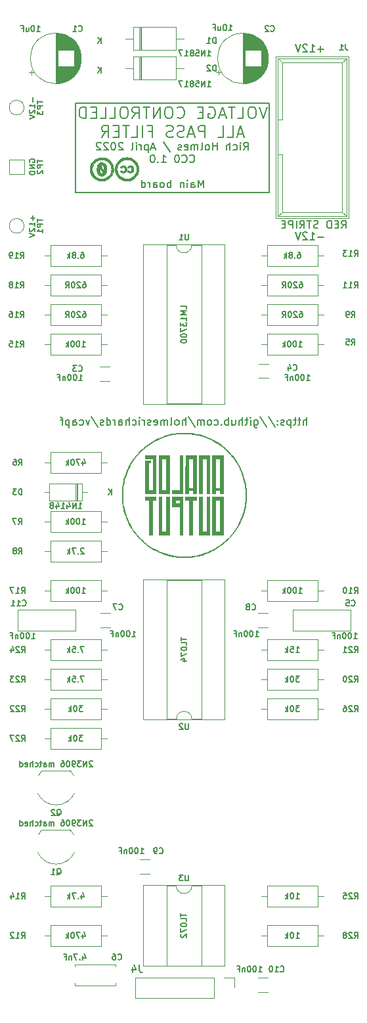
<source format=gbo>
G04 #@! TF.GenerationSoftware,KiCad,Pcbnew,6.0.4-6f826c9f35~116~ubuntu20.04.1*
G04 #@! TF.CreationDate,2022-04-19T12:45:32-04:00*
G04 #@! TF.ProjectId,vcapf_main,76636170-665f-46d6-9169-6e2e6b696361,rev?*
G04 #@! TF.SameCoordinates,Original*
G04 #@! TF.FileFunction,Legend,Bot*
G04 #@! TF.FilePolarity,Positive*
%FSLAX46Y46*%
G04 Gerber Fmt 4.6, Leading zero omitted, Abs format (unit mm)*
G04 Created by KiCad (PCBNEW 6.0.4-6f826c9f35~116~ubuntu20.04.1) date 2022-04-19 12:45:32*
%MOMM*%
%LPD*%
G01*
G04 APERTURE LIST*
%ADD10C,0.150000*%
%ADD11C,0.120000*%
%ADD12C,0.010000*%
G04 APERTURE END LIST*
D10*
X160999999Y-46999999D02*
X135999999Y-46999999D01*
X135999999Y-46999999D02*
X135999999Y-58499999D01*
X135999999Y-58499999D02*
X160999999Y-58499999D01*
X160999999Y-58499999D02*
X160999999Y-46999999D01*
X160678570Y-47471070D02*
X160178570Y-48971070D01*
X159678570Y-47471070D01*
X158892856Y-47471070D02*
X158607141Y-47471070D01*
X158464284Y-47542499D01*
X158321427Y-47685356D01*
X158249999Y-47971070D01*
X158249999Y-48471070D01*
X158321427Y-48756784D01*
X158464284Y-48899641D01*
X158607141Y-48971070D01*
X158892856Y-48971070D01*
X159035713Y-48899641D01*
X159178570Y-48756784D01*
X159249999Y-48471070D01*
X159249999Y-47971070D01*
X159178570Y-47685356D01*
X159035713Y-47542499D01*
X158892856Y-47471070D01*
X156892856Y-48971070D02*
X157607141Y-48971070D01*
X157607141Y-47471070D01*
X156607141Y-47471070D02*
X155749999Y-47471070D01*
X156178570Y-48971070D02*
X156178570Y-47471070D01*
X155321427Y-48542499D02*
X154607141Y-48542499D01*
X155464284Y-48971070D02*
X154964284Y-47471070D01*
X154464284Y-48971070D01*
X153178570Y-47542499D02*
X153321427Y-47471070D01*
X153535713Y-47471070D01*
X153749999Y-47542499D01*
X153892856Y-47685356D01*
X153964284Y-47828213D01*
X154035713Y-48113927D01*
X154035713Y-48328213D01*
X153964284Y-48613927D01*
X153892856Y-48756784D01*
X153749999Y-48899641D01*
X153535713Y-48971070D01*
X153392856Y-48971070D01*
X153178570Y-48899641D01*
X153107141Y-48828213D01*
X153107141Y-48328213D01*
X153392856Y-48328213D01*
X152464284Y-48185356D02*
X151964284Y-48185356D01*
X151749999Y-48971070D02*
X152464284Y-48971070D01*
X152464284Y-47471070D01*
X151749999Y-47471070D01*
X149107141Y-48828213D02*
X149178570Y-48899641D01*
X149392856Y-48971070D01*
X149535713Y-48971070D01*
X149749999Y-48899641D01*
X149892856Y-48756784D01*
X149964284Y-48613927D01*
X150035713Y-48328213D01*
X150035713Y-48113927D01*
X149964284Y-47828213D01*
X149892856Y-47685356D01*
X149749999Y-47542499D01*
X149535713Y-47471070D01*
X149392856Y-47471070D01*
X149178570Y-47542499D01*
X149107141Y-47613927D01*
X148178570Y-47471070D02*
X147892856Y-47471070D01*
X147749999Y-47542499D01*
X147607141Y-47685356D01*
X147535713Y-47971070D01*
X147535713Y-48471070D01*
X147607141Y-48756784D01*
X147749999Y-48899641D01*
X147892856Y-48971070D01*
X148178570Y-48971070D01*
X148321427Y-48899641D01*
X148464284Y-48756784D01*
X148535713Y-48471070D01*
X148535713Y-47971070D01*
X148464284Y-47685356D01*
X148321427Y-47542499D01*
X148178570Y-47471070D01*
X146892856Y-48971070D02*
X146892856Y-47471070D01*
X146035713Y-48971070D01*
X146035713Y-47471070D01*
X145535713Y-47471070D02*
X144678570Y-47471070D01*
X145107141Y-48971070D02*
X145107141Y-47471070D01*
X143321427Y-48971070D02*
X143821427Y-48256784D01*
X144178570Y-48971070D02*
X144178570Y-47471070D01*
X143607141Y-47471070D01*
X143464284Y-47542499D01*
X143392856Y-47613927D01*
X143321427Y-47756784D01*
X143321427Y-47971070D01*
X143392856Y-48113927D01*
X143464284Y-48185356D01*
X143607141Y-48256784D01*
X144178570Y-48256784D01*
X142392856Y-47471070D02*
X142107141Y-47471070D01*
X141964284Y-47542499D01*
X141821427Y-47685356D01*
X141749999Y-47971070D01*
X141749999Y-48471070D01*
X141821427Y-48756784D01*
X141964284Y-48899641D01*
X142107141Y-48971070D01*
X142392856Y-48971070D01*
X142535713Y-48899641D01*
X142678570Y-48756784D01*
X142749999Y-48471070D01*
X142749999Y-47971070D01*
X142678570Y-47685356D01*
X142535713Y-47542499D01*
X142392856Y-47471070D01*
X140392856Y-48971070D02*
X141107141Y-48971070D01*
X141107141Y-47471070D01*
X139178570Y-48971070D02*
X139892856Y-48971070D01*
X139892856Y-47471070D01*
X138678570Y-48185356D02*
X138178570Y-48185356D01*
X137964284Y-48971070D02*
X138678570Y-48971070D01*
X138678570Y-47471070D01*
X137964284Y-47471070D01*
X137321427Y-48971070D02*
X137321427Y-47471070D01*
X136964284Y-47471070D01*
X136749999Y-47542499D01*
X136607141Y-47685356D01*
X136535713Y-47828213D01*
X136464284Y-48113927D01*
X136464284Y-48328213D01*
X136535713Y-48613927D01*
X136607141Y-48756784D01*
X136749999Y-48899641D01*
X136964284Y-48971070D01*
X137321427Y-48971070D01*
X157642856Y-50957499D02*
X156928570Y-50957499D01*
X157785713Y-51386070D02*
X157285713Y-49886070D01*
X156785713Y-51386070D01*
X155571427Y-51386070D02*
X156285713Y-51386070D01*
X156285713Y-49886070D01*
X154357141Y-51386070D02*
X155071427Y-51386070D01*
X155071427Y-49886070D01*
X152714284Y-51386070D02*
X152714284Y-49886070D01*
X152142856Y-49886070D01*
X151999999Y-49957499D01*
X151928570Y-50028927D01*
X151857141Y-50171784D01*
X151857141Y-50386070D01*
X151928570Y-50528927D01*
X151999999Y-50600356D01*
X152142856Y-50671784D01*
X152714284Y-50671784D01*
X151285713Y-50957499D02*
X150571427Y-50957499D01*
X151428570Y-51386070D02*
X150928570Y-49886070D01*
X150428570Y-51386070D01*
X149999999Y-51314641D02*
X149785713Y-51386070D01*
X149428570Y-51386070D01*
X149285713Y-51314641D01*
X149214284Y-51243213D01*
X149142856Y-51100356D01*
X149142856Y-50957499D01*
X149214284Y-50814641D01*
X149285713Y-50743213D01*
X149428570Y-50671784D01*
X149714284Y-50600356D01*
X149857141Y-50528927D01*
X149928570Y-50457499D01*
X149999999Y-50314641D01*
X149999999Y-50171784D01*
X149928570Y-50028927D01*
X149857141Y-49957499D01*
X149714284Y-49886070D01*
X149357141Y-49886070D01*
X149142856Y-49957499D01*
X148571427Y-51314641D02*
X148357141Y-51386070D01*
X147999999Y-51386070D01*
X147857141Y-51314641D01*
X147785713Y-51243213D01*
X147714284Y-51100356D01*
X147714284Y-50957499D01*
X147785713Y-50814641D01*
X147857141Y-50743213D01*
X147999999Y-50671784D01*
X148285713Y-50600356D01*
X148428570Y-50528927D01*
X148499999Y-50457499D01*
X148571427Y-50314641D01*
X148571427Y-50171784D01*
X148499999Y-50028927D01*
X148428570Y-49957499D01*
X148285713Y-49886070D01*
X147928570Y-49886070D01*
X147714284Y-49957499D01*
X145428570Y-50600356D02*
X145928570Y-50600356D01*
X145928570Y-51386070D02*
X145928570Y-49886070D01*
X145214284Y-49886070D01*
X144642856Y-51386070D02*
X144642856Y-49886070D01*
X143214284Y-51386070D02*
X143928570Y-51386070D01*
X143928570Y-49886070D01*
X142928570Y-49886070D02*
X142071427Y-49886070D01*
X142499999Y-51386070D02*
X142499999Y-49886070D01*
X141571427Y-50600356D02*
X141071427Y-50600356D01*
X140857141Y-51386070D02*
X141571427Y-51386070D01*
X141571427Y-49886070D01*
X140857141Y-49886070D01*
X139357141Y-51386070D02*
X139857141Y-50671784D01*
X140214284Y-51386070D02*
X140214284Y-49886070D01*
X139642856Y-49886070D01*
X139499999Y-49957499D01*
X139428570Y-50028927D01*
X139357141Y-50171784D01*
X139357141Y-50386070D01*
X139428570Y-50528927D01*
X139499999Y-50600356D01*
X139642856Y-50671784D01*
X140214284Y-50671784D01*
X165809522Y-88471379D02*
X165809522Y-87471379D01*
X165380951Y-88471379D02*
X165380951Y-87947570D01*
X165428570Y-87852332D01*
X165523808Y-87804713D01*
X165666665Y-87804713D01*
X165761903Y-87852332D01*
X165809522Y-87899951D01*
X165047618Y-87804713D02*
X164666665Y-87804713D01*
X164904760Y-87471379D02*
X164904760Y-88328522D01*
X164857141Y-88423760D01*
X164761903Y-88471379D01*
X164666665Y-88471379D01*
X164476189Y-87804713D02*
X164095237Y-87804713D01*
X164333332Y-87471379D02*
X164333332Y-88328522D01*
X164285713Y-88423760D01*
X164190475Y-88471379D01*
X164095237Y-88471379D01*
X163761903Y-87804713D02*
X163761903Y-88804713D01*
X163761903Y-87852332D02*
X163666665Y-87804713D01*
X163476189Y-87804713D01*
X163380951Y-87852332D01*
X163333332Y-87899951D01*
X163285713Y-87995189D01*
X163285713Y-88280903D01*
X163333332Y-88376141D01*
X163380951Y-88423760D01*
X163476189Y-88471379D01*
X163666665Y-88471379D01*
X163761903Y-88423760D01*
X162904760Y-88423760D02*
X162809522Y-88471379D01*
X162619046Y-88471379D01*
X162523808Y-88423760D01*
X162476189Y-88328522D01*
X162476189Y-88280903D01*
X162523808Y-88185665D01*
X162619046Y-88138046D01*
X162761903Y-88138046D01*
X162857141Y-88090427D01*
X162904760Y-87995189D01*
X162904760Y-87947570D01*
X162857141Y-87852332D01*
X162761903Y-87804713D01*
X162619046Y-87804713D01*
X162523808Y-87852332D01*
X162047618Y-88376141D02*
X161999999Y-88423760D01*
X162047618Y-88471379D01*
X162095237Y-88423760D01*
X162047618Y-88376141D01*
X162047618Y-88471379D01*
X162047618Y-87852332D02*
X161999999Y-87899951D01*
X162047618Y-87947570D01*
X162095237Y-87899951D01*
X162047618Y-87852332D01*
X162047618Y-87947570D01*
X160857141Y-87423760D02*
X161714284Y-88709475D01*
X159809522Y-87423760D02*
X160666665Y-88709475D01*
X159047618Y-87804713D02*
X159047618Y-88614237D01*
X159095237Y-88709475D01*
X159142856Y-88757094D01*
X159238094Y-88804713D01*
X159380951Y-88804713D01*
X159476189Y-88757094D01*
X159047618Y-88423760D02*
X159142856Y-88471379D01*
X159333332Y-88471379D01*
X159428570Y-88423760D01*
X159476189Y-88376141D01*
X159523808Y-88280903D01*
X159523808Y-87995189D01*
X159476189Y-87899951D01*
X159428570Y-87852332D01*
X159333332Y-87804713D01*
X159142856Y-87804713D01*
X159047618Y-87852332D01*
X158571427Y-88471379D02*
X158571427Y-87804713D01*
X158571427Y-87471379D02*
X158619046Y-87518999D01*
X158571427Y-87566618D01*
X158523808Y-87518999D01*
X158571427Y-87471379D01*
X158571427Y-87566618D01*
X158238094Y-87804713D02*
X157857141Y-87804713D01*
X158095237Y-87471379D02*
X158095237Y-88328522D01*
X158047618Y-88423760D01*
X157952379Y-88471379D01*
X157857141Y-88471379D01*
X157523808Y-88471379D02*
X157523808Y-87471379D01*
X157095237Y-88471379D02*
X157095237Y-87947570D01*
X157142856Y-87852332D01*
X157238094Y-87804713D01*
X157380951Y-87804713D01*
X157476189Y-87852332D01*
X157523808Y-87899951D01*
X156190475Y-87804713D02*
X156190475Y-88471379D01*
X156619046Y-87804713D02*
X156619046Y-88328522D01*
X156571427Y-88423760D01*
X156476189Y-88471379D01*
X156333332Y-88471379D01*
X156238094Y-88423760D01*
X156190475Y-88376141D01*
X155714284Y-88471379D02*
X155714284Y-87471379D01*
X155714284Y-87852332D02*
X155619046Y-87804713D01*
X155428570Y-87804713D01*
X155333332Y-87852332D01*
X155285713Y-87899951D01*
X155238094Y-87995189D01*
X155238094Y-88280903D01*
X155285713Y-88376141D01*
X155333332Y-88423760D01*
X155428570Y-88471379D01*
X155619046Y-88471379D01*
X155714284Y-88423760D01*
X154809522Y-88376141D02*
X154761903Y-88423760D01*
X154809522Y-88471379D01*
X154857141Y-88423760D01*
X154809522Y-88376141D01*
X154809522Y-88471379D01*
X153904760Y-88423760D02*
X153999999Y-88471379D01*
X154190475Y-88471379D01*
X154285713Y-88423760D01*
X154333332Y-88376141D01*
X154380951Y-88280903D01*
X154380951Y-87995189D01*
X154333332Y-87899951D01*
X154285713Y-87852332D01*
X154190475Y-87804713D01*
X153999999Y-87804713D01*
X153904760Y-87852332D01*
X153333332Y-88471379D02*
X153428570Y-88423760D01*
X153476189Y-88376141D01*
X153523808Y-88280903D01*
X153523808Y-87995189D01*
X153476189Y-87899951D01*
X153428570Y-87852332D01*
X153333332Y-87804713D01*
X153190475Y-87804713D01*
X153095237Y-87852332D01*
X153047618Y-87899951D01*
X152999999Y-87995189D01*
X152999999Y-88280903D01*
X153047618Y-88376141D01*
X153095237Y-88423760D01*
X153190475Y-88471379D01*
X153333332Y-88471379D01*
X152571427Y-88471379D02*
X152571427Y-87804713D01*
X152571427Y-87899951D02*
X152523808Y-87852332D01*
X152428570Y-87804713D01*
X152285713Y-87804713D01*
X152190475Y-87852332D01*
X152142856Y-87947570D01*
X152142856Y-88471379D01*
X152142856Y-87947570D02*
X152095237Y-87852332D01*
X151999999Y-87804713D01*
X151857141Y-87804713D01*
X151761903Y-87852332D01*
X151714284Y-87947570D01*
X151714284Y-88471379D01*
X150523808Y-87423760D02*
X151380951Y-88709475D01*
X150190475Y-88471379D02*
X150190475Y-87471379D01*
X149761903Y-88471379D02*
X149761903Y-87947570D01*
X149809522Y-87852332D01*
X149904760Y-87804713D01*
X150047618Y-87804713D01*
X150142856Y-87852332D01*
X150190475Y-87899951D01*
X149142856Y-88471379D02*
X149238094Y-88423760D01*
X149285713Y-88376141D01*
X149333332Y-88280903D01*
X149333332Y-87995189D01*
X149285713Y-87899951D01*
X149238094Y-87852332D01*
X149142856Y-87804713D01*
X148999999Y-87804713D01*
X148904760Y-87852332D01*
X148857141Y-87899951D01*
X148809522Y-87995189D01*
X148809522Y-88280903D01*
X148857141Y-88376141D01*
X148904760Y-88423760D01*
X148999999Y-88471379D01*
X149142856Y-88471379D01*
X148238094Y-88471379D02*
X148333332Y-88423760D01*
X148380951Y-88328522D01*
X148380951Y-87471379D01*
X147857141Y-88471379D02*
X147857141Y-87804713D01*
X147857141Y-87899951D02*
X147809522Y-87852332D01*
X147714284Y-87804713D01*
X147571427Y-87804713D01*
X147476189Y-87852332D01*
X147428570Y-87947570D01*
X147428570Y-88471379D01*
X147428570Y-87947570D02*
X147380951Y-87852332D01*
X147285713Y-87804713D01*
X147142856Y-87804713D01*
X147047618Y-87852332D01*
X146999999Y-87947570D01*
X146999999Y-88471379D01*
X146142856Y-88423760D02*
X146238094Y-88471379D01*
X146428570Y-88471379D01*
X146523808Y-88423760D01*
X146571427Y-88328522D01*
X146571427Y-87947570D01*
X146523808Y-87852332D01*
X146428570Y-87804713D01*
X146238094Y-87804713D01*
X146142856Y-87852332D01*
X146095237Y-87947570D01*
X146095237Y-88042808D01*
X146571427Y-88138046D01*
X145714284Y-88423760D02*
X145619046Y-88471379D01*
X145428570Y-88471379D01*
X145333332Y-88423760D01*
X145285713Y-88328522D01*
X145285713Y-88280903D01*
X145333332Y-88185665D01*
X145428570Y-88138046D01*
X145571427Y-88138046D01*
X145666665Y-88090427D01*
X145714284Y-87995189D01*
X145714284Y-87947570D01*
X145666665Y-87852332D01*
X145571427Y-87804713D01*
X145428570Y-87804713D01*
X145333332Y-87852332D01*
X144857141Y-88471379D02*
X144857141Y-87804713D01*
X144857141Y-87995189D02*
X144809522Y-87899951D01*
X144761903Y-87852332D01*
X144666665Y-87804713D01*
X144571427Y-87804713D01*
X144238094Y-88471379D02*
X144238094Y-87804713D01*
X144238094Y-87471379D02*
X144285713Y-87518999D01*
X144238094Y-87566618D01*
X144190475Y-87518999D01*
X144238094Y-87471379D01*
X144238094Y-87566618D01*
X143333332Y-88423760D02*
X143428570Y-88471379D01*
X143619046Y-88471379D01*
X143714284Y-88423760D01*
X143761903Y-88376141D01*
X143809522Y-88280903D01*
X143809522Y-87995189D01*
X143761903Y-87899951D01*
X143714284Y-87852332D01*
X143619046Y-87804713D01*
X143428570Y-87804713D01*
X143333332Y-87852332D01*
X142904760Y-88471379D02*
X142904760Y-87471379D01*
X142476189Y-88471379D02*
X142476189Y-87947570D01*
X142523808Y-87852332D01*
X142619046Y-87804713D01*
X142761903Y-87804713D01*
X142857141Y-87852332D01*
X142904760Y-87899951D01*
X141571427Y-88471379D02*
X141571427Y-87947570D01*
X141619046Y-87852332D01*
X141714284Y-87804713D01*
X141904760Y-87804713D01*
X141999999Y-87852332D01*
X141571427Y-88423760D02*
X141666665Y-88471379D01*
X141904760Y-88471379D01*
X141999999Y-88423760D01*
X142047618Y-88328522D01*
X142047618Y-88233284D01*
X141999999Y-88138046D01*
X141904760Y-88090427D01*
X141666665Y-88090427D01*
X141571427Y-88042808D01*
X141095237Y-88471379D02*
X141095237Y-87804713D01*
X141095237Y-87995189D02*
X141047618Y-87899951D01*
X140999999Y-87852332D01*
X140904760Y-87804713D01*
X140809522Y-87804713D01*
X140047618Y-88471379D02*
X140047618Y-87471379D01*
X140047618Y-88423760D02*
X140142856Y-88471379D01*
X140333332Y-88471379D01*
X140428570Y-88423760D01*
X140476189Y-88376141D01*
X140523808Y-88280903D01*
X140523808Y-87995189D01*
X140476189Y-87899951D01*
X140428570Y-87852332D01*
X140333332Y-87804713D01*
X140142856Y-87804713D01*
X140047618Y-87852332D01*
X139619046Y-88423760D02*
X139523808Y-88471379D01*
X139333332Y-88471379D01*
X139238094Y-88423760D01*
X139190475Y-88328522D01*
X139190475Y-88280903D01*
X139238094Y-88185665D01*
X139333332Y-88138046D01*
X139476189Y-88138046D01*
X139571427Y-88090427D01*
X139619046Y-87995189D01*
X139619046Y-87947570D01*
X139571427Y-87852332D01*
X139476189Y-87804713D01*
X139333332Y-87804713D01*
X139238094Y-87852332D01*
X138047618Y-87423760D02*
X138904760Y-88709475D01*
X137809522Y-87804713D02*
X137571427Y-88471379D01*
X137333332Y-87804713D01*
X136523808Y-88423760D02*
X136619046Y-88471379D01*
X136809522Y-88471379D01*
X136904760Y-88423760D01*
X136952379Y-88376141D01*
X136999999Y-88280903D01*
X136999999Y-87995189D01*
X136952379Y-87899951D01*
X136904760Y-87852332D01*
X136809522Y-87804713D01*
X136619046Y-87804713D01*
X136523808Y-87852332D01*
X135666665Y-88471379D02*
X135666665Y-87947570D01*
X135714284Y-87852332D01*
X135809522Y-87804713D01*
X135999999Y-87804713D01*
X136095237Y-87852332D01*
X135666665Y-88423760D02*
X135761903Y-88471379D01*
X135999999Y-88471379D01*
X136095237Y-88423760D01*
X136142856Y-88328522D01*
X136142856Y-88233284D01*
X136095237Y-88138046D01*
X135999999Y-88090427D01*
X135761903Y-88090427D01*
X135666665Y-88042808D01*
X135190475Y-87804713D02*
X135190475Y-88804713D01*
X135190475Y-87852332D02*
X135095237Y-87804713D01*
X134904760Y-87804713D01*
X134809522Y-87852332D01*
X134761903Y-87899951D01*
X134714284Y-87995189D01*
X134714284Y-88280903D01*
X134761903Y-88376141D01*
X134809522Y-88423760D01*
X134904760Y-88471379D01*
X135095237Y-88471379D01*
X135190475Y-88423760D01*
X134428570Y-87804713D02*
X134047618Y-87804713D01*
X134285713Y-88471379D02*
X134285713Y-87614237D01*
X134238094Y-87518999D01*
X134142856Y-87471379D01*
X134047618Y-87471379D01*
X157690475Y-53037379D02*
X158023808Y-52561189D01*
X158261903Y-53037379D02*
X158261903Y-52037379D01*
X157880951Y-52037379D01*
X157785713Y-52084999D01*
X157738094Y-52132618D01*
X157690475Y-52227856D01*
X157690475Y-52370713D01*
X157738094Y-52465951D01*
X157785713Y-52513570D01*
X157880951Y-52561189D01*
X158261903Y-52561189D01*
X157261903Y-53037379D02*
X157261903Y-52370713D01*
X157261903Y-52037379D02*
X157309522Y-52084999D01*
X157261903Y-52132618D01*
X157214284Y-52084999D01*
X157261903Y-52037379D01*
X157261903Y-52132618D01*
X156357141Y-52989760D02*
X156452379Y-53037379D01*
X156642856Y-53037379D01*
X156738094Y-52989760D01*
X156785713Y-52942141D01*
X156833332Y-52846903D01*
X156833332Y-52561189D01*
X156785713Y-52465951D01*
X156738094Y-52418332D01*
X156642856Y-52370713D01*
X156452379Y-52370713D01*
X156357141Y-52418332D01*
X155928570Y-53037379D02*
X155928570Y-52037379D01*
X155499999Y-53037379D02*
X155499999Y-52513570D01*
X155547618Y-52418332D01*
X155642856Y-52370713D01*
X155785713Y-52370713D01*
X155880951Y-52418332D01*
X155928570Y-52465951D01*
X154261903Y-53037379D02*
X154261903Y-52037379D01*
X154261903Y-52513570D02*
X153690475Y-52513570D01*
X153690475Y-53037379D02*
X153690475Y-52037379D01*
X153071427Y-53037379D02*
X153166665Y-52989760D01*
X153214284Y-52942141D01*
X153261903Y-52846903D01*
X153261903Y-52561189D01*
X153214284Y-52465951D01*
X153166665Y-52418332D01*
X153071427Y-52370713D01*
X152928570Y-52370713D01*
X152833332Y-52418332D01*
X152785713Y-52465951D01*
X152738094Y-52561189D01*
X152738094Y-52846903D01*
X152785713Y-52942141D01*
X152833332Y-52989760D01*
X152928570Y-53037379D01*
X153071427Y-53037379D01*
X152166665Y-53037379D02*
X152261903Y-52989760D01*
X152309522Y-52894522D01*
X152309522Y-52037379D01*
X151785713Y-53037379D02*
X151785713Y-52370713D01*
X151785713Y-52465951D02*
X151738094Y-52418332D01*
X151642856Y-52370713D01*
X151499999Y-52370713D01*
X151404760Y-52418332D01*
X151357141Y-52513570D01*
X151357141Y-53037379D01*
X151357141Y-52513570D02*
X151309522Y-52418332D01*
X151214284Y-52370713D01*
X151071427Y-52370713D01*
X150976189Y-52418332D01*
X150928570Y-52513570D01*
X150928570Y-53037379D01*
X150071427Y-52989760D02*
X150166665Y-53037379D01*
X150357141Y-53037379D01*
X150452379Y-52989760D01*
X150499999Y-52894522D01*
X150499999Y-52513570D01*
X150452379Y-52418332D01*
X150357141Y-52370713D01*
X150166665Y-52370713D01*
X150071427Y-52418332D01*
X150023808Y-52513570D01*
X150023808Y-52608808D01*
X150499999Y-52704046D01*
X149642856Y-52989760D02*
X149547618Y-53037379D01*
X149357141Y-53037379D01*
X149261903Y-52989760D01*
X149214284Y-52894522D01*
X149214284Y-52846903D01*
X149261903Y-52751665D01*
X149357141Y-52704046D01*
X149499999Y-52704046D01*
X149595237Y-52656427D01*
X149642856Y-52561189D01*
X149642856Y-52513570D01*
X149595237Y-52418332D01*
X149499999Y-52370713D01*
X149357141Y-52370713D01*
X149261903Y-52418332D01*
X147309522Y-51989760D02*
X148166665Y-53275475D01*
X146261903Y-52751665D02*
X145785713Y-52751665D01*
X146357141Y-53037379D02*
X146023808Y-52037379D01*
X145690475Y-53037379D01*
X145357141Y-52370713D02*
X145357141Y-53370713D01*
X145357141Y-52418332D02*
X145261903Y-52370713D01*
X145071427Y-52370713D01*
X144976189Y-52418332D01*
X144928570Y-52465951D01*
X144880951Y-52561189D01*
X144880951Y-52846903D01*
X144928570Y-52942141D01*
X144976189Y-52989760D01*
X145071427Y-53037379D01*
X145261903Y-53037379D01*
X145357141Y-52989760D01*
X144452379Y-53037379D02*
X144452379Y-52370713D01*
X144452379Y-52561189D02*
X144404760Y-52465951D01*
X144357141Y-52418332D01*
X144261903Y-52370713D01*
X144166665Y-52370713D01*
X143833332Y-53037379D02*
X143833332Y-52370713D01*
X143833332Y-52037379D02*
X143880951Y-52084999D01*
X143833332Y-52132618D01*
X143785713Y-52084999D01*
X143833332Y-52037379D01*
X143833332Y-52132618D01*
X143214284Y-53037379D02*
X143309522Y-52989760D01*
X143357141Y-52894522D01*
X143357141Y-52037379D01*
X142119046Y-52132618D02*
X142071427Y-52084999D01*
X141976189Y-52037379D01*
X141738094Y-52037379D01*
X141642856Y-52084999D01*
X141595237Y-52132618D01*
X141547618Y-52227856D01*
X141547618Y-52323094D01*
X141595237Y-52465951D01*
X142166665Y-53037379D01*
X141547618Y-53037379D01*
X140928570Y-52037379D02*
X140833332Y-52037379D01*
X140738094Y-52084999D01*
X140690475Y-52132618D01*
X140642856Y-52227856D01*
X140595237Y-52418332D01*
X140595237Y-52656427D01*
X140642856Y-52846903D01*
X140690475Y-52942141D01*
X140738094Y-52989760D01*
X140833332Y-53037379D01*
X140928570Y-53037379D01*
X141023808Y-52989760D01*
X141071427Y-52942141D01*
X141119046Y-52846903D01*
X141166665Y-52656427D01*
X141166665Y-52418332D01*
X141119046Y-52227856D01*
X141071427Y-52132618D01*
X141023808Y-52084999D01*
X140928570Y-52037379D01*
X140214284Y-52132618D02*
X140166665Y-52084999D01*
X140071427Y-52037379D01*
X139833332Y-52037379D01*
X139738094Y-52084999D01*
X139690475Y-52132618D01*
X139642856Y-52227856D01*
X139642856Y-52323094D01*
X139690475Y-52465951D01*
X140261903Y-53037379D01*
X139642856Y-53037379D01*
X139261903Y-52132618D02*
X139214284Y-52084999D01*
X139119046Y-52037379D01*
X138880951Y-52037379D01*
X138785713Y-52084999D01*
X138738094Y-52132618D01*
X138690475Y-52227856D01*
X138690475Y-52323094D01*
X138738094Y-52465951D01*
X139309522Y-53037379D01*
X138690475Y-53037379D01*
X150738094Y-54552141D02*
X150785713Y-54599760D01*
X150928570Y-54647379D01*
X151023808Y-54647379D01*
X151166665Y-54599760D01*
X151261903Y-54504522D01*
X151309522Y-54409284D01*
X151357141Y-54218808D01*
X151357141Y-54075951D01*
X151309522Y-53885475D01*
X151261903Y-53790237D01*
X151166665Y-53694999D01*
X151023808Y-53647379D01*
X150928570Y-53647379D01*
X150785713Y-53694999D01*
X150738094Y-53742618D01*
X149738094Y-54552141D02*
X149785713Y-54599760D01*
X149928570Y-54647379D01*
X150023808Y-54647379D01*
X150166665Y-54599760D01*
X150261903Y-54504522D01*
X150309522Y-54409284D01*
X150357141Y-54218808D01*
X150357141Y-54075951D01*
X150309522Y-53885475D01*
X150261903Y-53790237D01*
X150166665Y-53694999D01*
X150023808Y-53647379D01*
X149928570Y-53647379D01*
X149785713Y-53694999D01*
X149738094Y-53742618D01*
X149119046Y-53647379D02*
X149023808Y-53647379D01*
X148928570Y-53694999D01*
X148880951Y-53742618D01*
X148833332Y-53837856D01*
X148785713Y-54028332D01*
X148785713Y-54266427D01*
X148833332Y-54456903D01*
X148880951Y-54552141D01*
X148928570Y-54599760D01*
X149023808Y-54647379D01*
X149119046Y-54647379D01*
X149214284Y-54599760D01*
X149261903Y-54552141D01*
X149309522Y-54456903D01*
X149357141Y-54266427D01*
X149357141Y-54028332D01*
X149309522Y-53837856D01*
X149261903Y-53742618D01*
X149214284Y-53694999D01*
X149119046Y-53647379D01*
X147071427Y-54647379D02*
X147642856Y-54647379D01*
X147357141Y-54647379D02*
X147357141Y-53647379D01*
X147452379Y-53790237D01*
X147547618Y-53885475D01*
X147642856Y-53933094D01*
X146642856Y-54552141D02*
X146595237Y-54599760D01*
X146642856Y-54647379D01*
X146690475Y-54599760D01*
X146642856Y-54552141D01*
X146642856Y-54647379D01*
X145976189Y-53647379D02*
X145880951Y-53647379D01*
X145785713Y-53694999D01*
X145738094Y-53742618D01*
X145690475Y-53837856D01*
X145642856Y-54028332D01*
X145642856Y-54266427D01*
X145690475Y-54456903D01*
X145738094Y-54552141D01*
X145785713Y-54599760D01*
X145880951Y-54647379D01*
X145976189Y-54647379D01*
X146071427Y-54599760D01*
X146119046Y-54552141D01*
X146166665Y-54456903D01*
X146214284Y-54266427D01*
X146214284Y-54028332D01*
X146166665Y-53837856D01*
X146119046Y-53742618D01*
X146071427Y-53694999D01*
X145976189Y-53647379D01*
X152476189Y-57867379D02*
X152476189Y-56867379D01*
X152142856Y-57581665D01*
X151809522Y-56867379D01*
X151809522Y-57867379D01*
X150904760Y-57867379D02*
X150904760Y-57343570D01*
X150952379Y-57248332D01*
X151047618Y-57200713D01*
X151238094Y-57200713D01*
X151333332Y-57248332D01*
X150904760Y-57819760D02*
X150999999Y-57867379D01*
X151238094Y-57867379D01*
X151333332Y-57819760D01*
X151380951Y-57724522D01*
X151380951Y-57629284D01*
X151333332Y-57534046D01*
X151238094Y-57486427D01*
X150999999Y-57486427D01*
X150904760Y-57438808D01*
X150428570Y-57867379D02*
X150428570Y-57200713D01*
X150428570Y-56867379D02*
X150476189Y-56914999D01*
X150428570Y-56962618D01*
X150380951Y-56914999D01*
X150428570Y-56867379D01*
X150428570Y-56962618D01*
X149952379Y-57200713D02*
X149952379Y-57867379D01*
X149952379Y-57295951D02*
X149904760Y-57248332D01*
X149809522Y-57200713D01*
X149666665Y-57200713D01*
X149571427Y-57248332D01*
X149523808Y-57343570D01*
X149523808Y-57867379D01*
X148285713Y-57867379D02*
X148285713Y-56867379D01*
X148285713Y-57248332D02*
X148190475Y-57200713D01*
X147999999Y-57200713D01*
X147904760Y-57248332D01*
X147857141Y-57295951D01*
X147809522Y-57391189D01*
X147809522Y-57676903D01*
X147857141Y-57772141D01*
X147904760Y-57819760D01*
X147999999Y-57867379D01*
X148190475Y-57867379D01*
X148285713Y-57819760D01*
X147238094Y-57867379D02*
X147333332Y-57819760D01*
X147380951Y-57772141D01*
X147428570Y-57676903D01*
X147428570Y-57391189D01*
X147380951Y-57295951D01*
X147333332Y-57248332D01*
X147238094Y-57200713D01*
X147095237Y-57200713D01*
X146999999Y-57248332D01*
X146952379Y-57295951D01*
X146904760Y-57391189D01*
X146904760Y-57676903D01*
X146952379Y-57772141D01*
X146999999Y-57819760D01*
X147095237Y-57867379D01*
X147238094Y-57867379D01*
X146047618Y-57867379D02*
X146047618Y-57343570D01*
X146095237Y-57248332D01*
X146190475Y-57200713D01*
X146380951Y-57200713D01*
X146476189Y-57248332D01*
X146047618Y-57819760D02*
X146142856Y-57867379D01*
X146380951Y-57867379D01*
X146476189Y-57819760D01*
X146523808Y-57724522D01*
X146523808Y-57629284D01*
X146476189Y-57534046D01*
X146380951Y-57486427D01*
X146142856Y-57486427D01*
X146047618Y-57438808D01*
X145571427Y-57867379D02*
X145571427Y-57200713D01*
X145571427Y-57391189D02*
X145523808Y-57295951D01*
X145476189Y-57248332D01*
X145380951Y-57200713D01*
X145285713Y-57200713D01*
X144523808Y-57867379D02*
X144523808Y-56867379D01*
X144523808Y-57819760D02*
X144619046Y-57867379D01*
X144809522Y-57867379D01*
X144904760Y-57819760D01*
X144952379Y-57772141D01*
X144999999Y-57676903D01*
X144999999Y-57391189D01*
X144952379Y-57295951D01*
X144904760Y-57248332D01*
X144809522Y-57200713D01*
X144619046Y-57200713D01*
X144523808Y-57248332D01*
G04 #@! TO.C,R9*
X171587999Y-74579284D02*
X171837999Y-74222141D01*
X172016570Y-74579284D02*
X172016570Y-73829284D01*
X171730856Y-73829284D01*
X171659427Y-73864999D01*
X171623713Y-73900713D01*
X171587999Y-73972141D01*
X171587999Y-74079284D01*
X171623713Y-74150713D01*
X171659427Y-74186427D01*
X171730856Y-74222141D01*
X172016570Y-74222141D01*
X171230856Y-74579284D02*
X171087999Y-74579284D01*
X171016570Y-74543570D01*
X170980856Y-74507856D01*
X170909427Y-74400713D01*
X170873713Y-74257856D01*
X170873713Y-73972141D01*
X170909427Y-73900713D01*
X170945141Y-73864999D01*
X171016570Y-73829284D01*
X171159427Y-73829284D01*
X171230856Y-73864999D01*
X171266570Y-73900713D01*
X171302284Y-73972141D01*
X171302284Y-74150713D01*
X171266570Y-74222141D01*
X171230856Y-74257856D01*
X171159427Y-74293570D01*
X171016570Y-74293570D01*
X170945141Y-74257856D01*
X170909427Y-74222141D01*
X170873713Y-74150713D01*
X164916427Y-73829284D02*
X165059284Y-73829284D01*
X165130713Y-73864999D01*
X165166427Y-73900713D01*
X165237856Y-74007856D01*
X165273570Y-74150713D01*
X165273570Y-74436427D01*
X165237856Y-74507856D01*
X165202141Y-74543570D01*
X165130713Y-74579284D01*
X164987856Y-74579284D01*
X164916427Y-74543570D01*
X164880713Y-74507856D01*
X164844999Y-74436427D01*
X164844999Y-74257856D01*
X164880713Y-74186427D01*
X164916427Y-74150713D01*
X164987856Y-74114999D01*
X165130713Y-74114999D01*
X165202141Y-74150713D01*
X165237856Y-74186427D01*
X165273570Y-74257856D01*
X164559284Y-73900713D02*
X164523570Y-73864999D01*
X164452141Y-73829284D01*
X164273570Y-73829284D01*
X164202141Y-73864999D01*
X164166427Y-73900713D01*
X164130713Y-73972141D01*
X164130713Y-74043570D01*
X164166427Y-74150713D01*
X164594999Y-74579284D01*
X164130713Y-74579284D01*
X163666427Y-73829284D02*
X163594999Y-73829284D01*
X163523570Y-73864999D01*
X163487856Y-73900713D01*
X163452141Y-73972141D01*
X163416427Y-74114999D01*
X163416427Y-74293570D01*
X163452141Y-74436427D01*
X163487856Y-74507856D01*
X163523570Y-74543570D01*
X163594999Y-74579284D01*
X163666427Y-74579284D01*
X163737856Y-74543570D01*
X163773570Y-74507856D01*
X163809284Y-74436427D01*
X163844999Y-74293570D01*
X163844999Y-74114999D01*
X163809284Y-73972141D01*
X163773570Y-73900713D01*
X163737856Y-73864999D01*
X163666427Y-73829284D01*
X162666427Y-74579284D02*
X162916427Y-74222141D01*
X163094999Y-74579284D02*
X163094999Y-73829284D01*
X162809284Y-73829284D01*
X162737856Y-73864999D01*
X162702141Y-73900713D01*
X162666427Y-73972141D01*
X162666427Y-74079284D01*
X162702141Y-74150713D01*
X162737856Y-74186427D01*
X162809284Y-74222141D01*
X163094999Y-74222141D01*
G04 #@! TO.C,R19*
X128892141Y-66959284D02*
X129142141Y-66602141D01*
X129320713Y-66959284D02*
X129320713Y-66209284D01*
X129034999Y-66209284D01*
X128963570Y-66244999D01*
X128927856Y-66280713D01*
X128892141Y-66352141D01*
X128892141Y-66459284D01*
X128927856Y-66530713D01*
X128963570Y-66566427D01*
X129034999Y-66602141D01*
X129320713Y-66602141D01*
X128177856Y-66959284D02*
X128606427Y-66959284D01*
X128392141Y-66959284D02*
X128392141Y-66209284D01*
X128463570Y-66316427D01*
X128534999Y-66387856D01*
X128606427Y-66423570D01*
X127820713Y-66959284D02*
X127677856Y-66959284D01*
X127606427Y-66923570D01*
X127570713Y-66887856D01*
X127499284Y-66780713D01*
X127463570Y-66637856D01*
X127463570Y-66352141D01*
X127499284Y-66280713D01*
X127534999Y-66244999D01*
X127606427Y-66209284D01*
X127749284Y-66209284D01*
X127820713Y-66244999D01*
X127856427Y-66280713D01*
X127892141Y-66352141D01*
X127892141Y-66530713D01*
X127856427Y-66602141D01*
X127820713Y-66637856D01*
X127749284Y-66673570D01*
X127606427Y-66673570D01*
X127534999Y-66637856D01*
X127499284Y-66602141D01*
X127463570Y-66530713D01*
X136726427Y-66209284D02*
X136869284Y-66209284D01*
X136940713Y-66244999D01*
X136976427Y-66280713D01*
X137047856Y-66387856D01*
X137083570Y-66530713D01*
X137083570Y-66816427D01*
X137047856Y-66887856D01*
X137012141Y-66923570D01*
X136940713Y-66959284D01*
X136797856Y-66959284D01*
X136726427Y-66923570D01*
X136690713Y-66887856D01*
X136654999Y-66816427D01*
X136654999Y-66637856D01*
X136690713Y-66566427D01*
X136726427Y-66530713D01*
X136797856Y-66494999D01*
X136940713Y-66494999D01*
X137012141Y-66530713D01*
X137047856Y-66566427D01*
X137083570Y-66637856D01*
X136333570Y-66887856D02*
X136297856Y-66923570D01*
X136333570Y-66959284D01*
X136369284Y-66923570D01*
X136333570Y-66887856D01*
X136333570Y-66959284D01*
X135869284Y-66530713D02*
X135940713Y-66494999D01*
X135976427Y-66459284D01*
X136012141Y-66387856D01*
X136012141Y-66352141D01*
X135976427Y-66280713D01*
X135940713Y-66244999D01*
X135869284Y-66209284D01*
X135726427Y-66209284D01*
X135654999Y-66244999D01*
X135619284Y-66280713D01*
X135583570Y-66352141D01*
X135583570Y-66387856D01*
X135619284Y-66459284D01*
X135654999Y-66494999D01*
X135726427Y-66530713D01*
X135869284Y-66530713D01*
X135940713Y-66566427D01*
X135976427Y-66602141D01*
X136012141Y-66673570D01*
X136012141Y-66816427D01*
X135976427Y-66887856D01*
X135940713Y-66923570D01*
X135869284Y-66959284D01*
X135726427Y-66959284D01*
X135654999Y-66923570D01*
X135619284Y-66887856D01*
X135583570Y-66816427D01*
X135583570Y-66673570D01*
X135619284Y-66602141D01*
X135654999Y-66566427D01*
X135726427Y-66530713D01*
X135262141Y-66959284D02*
X135262141Y-66209284D01*
X135190713Y-66673570D02*
X134976427Y-66959284D01*
X134976427Y-66459284D02*
X135262141Y-66744999D01*
G04 #@! TO.C,R17*
X129019141Y-110139284D02*
X129269141Y-109782141D01*
X129447713Y-110139284D02*
X129447713Y-109389284D01*
X129161999Y-109389284D01*
X129090570Y-109424999D01*
X129054856Y-109460713D01*
X129019141Y-109532141D01*
X129019141Y-109639284D01*
X129054856Y-109710713D01*
X129090570Y-109746427D01*
X129161999Y-109782141D01*
X129447713Y-109782141D01*
X128304856Y-110139284D02*
X128733427Y-110139284D01*
X128519141Y-110139284D02*
X128519141Y-109389284D01*
X128590570Y-109496427D01*
X128661999Y-109567856D01*
X128733427Y-109603570D01*
X128054856Y-109389284D02*
X127554856Y-109389284D01*
X127876284Y-110139284D01*
X136833570Y-110139284D02*
X137262141Y-110139284D01*
X137047856Y-110139284D02*
X137047856Y-109389284D01*
X137119284Y-109496427D01*
X137190713Y-109567856D01*
X137262141Y-109603570D01*
X136369284Y-109389284D02*
X136297856Y-109389284D01*
X136226427Y-109424999D01*
X136190713Y-109460713D01*
X136154999Y-109532141D01*
X136119284Y-109674999D01*
X136119284Y-109853570D01*
X136154999Y-109996427D01*
X136190713Y-110067856D01*
X136226427Y-110103570D01*
X136297856Y-110139284D01*
X136369284Y-110139284D01*
X136440713Y-110103570D01*
X136476427Y-110067856D01*
X136512141Y-109996427D01*
X136547856Y-109853570D01*
X136547856Y-109674999D01*
X136512141Y-109532141D01*
X136476427Y-109460713D01*
X136440713Y-109424999D01*
X136369284Y-109389284D01*
X135654999Y-109389284D02*
X135583570Y-109389284D01*
X135512141Y-109424999D01*
X135476427Y-109460713D01*
X135440713Y-109532141D01*
X135404999Y-109674999D01*
X135404999Y-109853570D01*
X135440713Y-109996427D01*
X135476427Y-110067856D01*
X135512141Y-110103570D01*
X135583570Y-110139284D01*
X135654999Y-110139284D01*
X135726427Y-110103570D01*
X135762141Y-110067856D01*
X135797856Y-109996427D01*
X135833570Y-109853570D01*
X135833570Y-109674999D01*
X135797856Y-109532141D01*
X135762141Y-109460713D01*
X135726427Y-109424999D01*
X135654999Y-109389284D01*
X135083570Y-110139284D02*
X135083570Y-109389284D01*
X135012141Y-109853570D02*
X134797856Y-110139284D01*
X134797856Y-109639284D02*
X135083570Y-109924999D01*
G04 #@! TO.C,R18*
X128892141Y-70769284D02*
X129142141Y-70412141D01*
X129320713Y-70769284D02*
X129320713Y-70019284D01*
X129034999Y-70019284D01*
X128963570Y-70054999D01*
X128927856Y-70090713D01*
X128892141Y-70162141D01*
X128892141Y-70269284D01*
X128927856Y-70340713D01*
X128963570Y-70376427D01*
X129034999Y-70412141D01*
X129320713Y-70412141D01*
X128177856Y-70769284D02*
X128606427Y-70769284D01*
X128392141Y-70769284D02*
X128392141Y-70019284D01*
X128463570Y-70126427D01*
X128534999Y-70197856D01*
X128606427Y-70233570D01*
X127749284Y-70340713D02*
X127820713Y-70304999D01*
X127856427Y-70269284D01*
X127892141Y-70197856D01*
X127892141Y-70162141D01*
X127856427Y-70090713D01*
X127820713Y-70054999D01*
X127749284Y-70019284D01*
X127606427Y-70019284D01*
X127534999Y-70054999D01*
X127499284Y-70090713D01*
X127463570Y-70162141D01*
X127463570Y-70197856D01*
X127499284Y-70269284D01*
X127534999Y-70304999D01*
X127606427Y-70340713D01*
X127749284Y-70340713D01*
X127820713Y-70376427D01*
X127856427Y-70412141D01*
X127892141Y-70483570D01*
X127892141Y-70626427D01*
X127856427Y-70697856D01*
X127820713Y-70733570D01*
X127749284Y-70769284D01*
X127606427Y-70769284D01*
X127534999Y-70733570D01*
X127499284Y-70697856D01*
X127463570Y-70626427D01*
X127463570Y-70483570D01*
X127499284Y-70412141D01*
X127534999Y-70376427D01*
X127606427Y-70340713D01*
X136976427Y-70019284D02*
X137119284Y-70019284D01*
X137190713Y-70054999D01*
X137226427Y-70090713D01*
X137297856Y-70197856D01*
X137333570Y-70340713D01*
X137333570Y-70626427D01*
X137297856Y-70697856D01*
X137262141Y-70733570D01*
X137190713Y-70769284D01*
X137047856Y-70769284D01*
X136976427Y-70733570D01*
X136940713Y-70697856D01*
X136904999Y-70626427D01*
X136904999Y-70447856D01*
X136940713Y-70376427D01*
X136976427Y-70340713D01*
X137047856Y-70304999D01*
X137190713Y-70304999D01*
X137262141Y-70340713D01*
X137297856Y-70376427D01*
X137333570Y-70447856D01*
X136619284Y-70090713D02*
X136583570Y-70054999D01*
X136512141Y-70019284D01*
X136333570Y-70019284D01*
X136262141Y-70054999D01*
X136226427Y-70090713D01*
X136190713Y-70162141D01*
X136190713Y-70233570D01*
X136226427Y-70340713D01*
X136654999Y-70769284D01*
X136190713Y-70769284D01*
X135726427Y-70019284D02*
X135654999Y-70019284D01*
X135583570Y-70054999D01*
X135547856Y-70090713D01*
X135512141Y-70162141D01*
X135476427Y-70304999D01*
X135476427Y-70483570D01*
X135512141Y-70626427D01*
X135547856Y-70697856D01*
X135583570Y-70733570D01*
X135654999Y-70769284D01*
X135726427Y-70769284D01*
X135797856Y-70733570D01*
X135833570Y-70697856D01*
X135869284Y-70626427D01*
X135904999Y-70483570D01*
X135904999Y-70304999D01*
X135869284Y-70162141D01*
X135833570Y-70090713D01*
X135797856Y-70054999D01*
X135726427Y-70019284D01*
X134726427Y-70769284D02*
X134976427Y-70412141D01*
X135154999Y-70769284D02*
X135154999Y-70019284D01*
X134869284Y-70019284D01*
X134797856Y-70054999D01*
X134762141Y-70090713D01*
X134726427Y-70162141D01*
X134726427Y-70269284D01*
X134762141Y-70340713D01*
X134797856Y-70376427D01*
X134869284Y-70412141D01*
X135154999Y-70412141D01*
G04 #@! TO.C,C11*
X129146141Y-111718856D02*
X129181856Y-111754570D01*
X129288999Y-111790284D01*
X129360427Y-111790284D01*
X129467570Y-111754570D01*
X129538999Y-111683141D01*
X129574713Y-111611713D01*
X129610427Y-111468856D01*
X129610427Y-111361713D01*
X129574713Y-111218856D01*
X129538999Y-111147427D01*
X129467570Y-111075999D01*
X129360427Y-111040284D01*
X129288999Y-111040284D01*
X129181856Y-111075999D01*
X129146141Y-111111713D01*
X128431856Y-111790284D02*
X128860427Y-111790284D01*
X128646141Y-111790284D02*
X128646141Y-111040284D01*
X128717570Y-111147427D01*
X128788999Y-111218856D01*
X128860427Y-111254570D01*
X127717570Y-111790284D02*
X128146141Y-111790284D01*
X127931856Y-111790284D02*
X127931856Y-111040284D01*
X128003284Y-111147427D01*
X128074713Y-111218856D01*
X128146141Y-111254570D01*
X130332713Y-115981284D02*
X130761284Y-115981284D01*
X130546999Y-115981284D02*
X130546999Y-115231284D01*
X130618427Y-115338427D01*
X130689856Y-115409856D01*
X130761284Y-115445570D01*
X129868427Y-115231284D02*
X129796999Y-115231284D01*
X129725570Y-115266999D01*
X129689856Y-115302713D01*
X129654141Y-115374141D01*
X129618427Y-115516999D01*
X129618427Y-115695570D01*
X129654141Y-115838427D01*
X129689856Y-115909856D01*
X129725570Y-115945570D01*
X129796999Y-115981284D01*
X129868427Y-115981284D01*
X129939856Y-115945570D01*
X129975570Y-115909856D01*
X130011284Y-115838427D01*
X130046999Y-115695570D01*
X130046999Y-115516999D01*
X130011284Y-115374141D01*
X129975570Y-115302713D01*
X129939856Y-115266999D01*
X129868427Y-115231284D01*
X129154141Y-115231284D02*
X129082713Y-115231284D01*
X129011284Y-115266999D01*
X128975570Y-115302713D01*
X128939856Y-115374141D01*
X128904141Y-115516999D01*
X128904141Y-115695570D01*
X128939856Y-115838427D01*
X128975570Y-115909856D01*
X129011284Y-115945570D01*
X129082713Y-115981284D01*
X129154141Y-115981284D01*
X129225570Y-115945570D01*
X129261284Y-115909856D01*
X129296999Y-115838427D01*
X129332713Y-115695570D01*
X129332713Y-115516999D01*
X129296999Y-115374141D01*
X129261284Y-115302713D01*
X129225570Y-115266999D01*
X129154141Y-115231284D01*
X128582713Y-115481284D02*
X128582713Y-115981284D01*
X128582713Y-115552713D02*
X128546999Y-115516999D01*
X128475570Y-115481284D01*
X128368427Y-115481284D01*
X128296999Y-115516999D01*
X128261284Y-115588427D01*
X128261284Y-115981284D01*
X127654141Y-115588427D02*
X127904141Y-115588427D01*
X127904141Y-115981284D02*
X127904141Y-115231284D01*
X127546999Y-115231284D01*
G04 #@! TO.C,D3*
X129090570Y-97439284D02*
X129090570Y-96689284D01*
X128911999Y-96689284D01*
X128804856Y-96724999D01*
X128733427Y-96796427D01*
X128697713Y-96867856D01*
X128661999Y-97010713D01*
X128661999Y-97117856D01*
X128697713Y-97260713D01*
X128733427Y-97332141D01*
X128804856Y-97403570D01*
X128911999Y-97439284D01*
X129090570Y-97439284D01*
X128411999Y-96689284D02*
X127947713Y-96689284D01*
X128197713Y-96974999D01*
X128090570Y-96974999D01*
X128019141Y-97010713D01*
X127983427Y-97046427D01*
X127947713Y-97117856D01*
X127947713Y-97296427D01*
X127983427Y-97367856D01*
X128019141Y-97403570D01*
X128090570Y-97439284D01*
X128304856Y-97439284D01*
X128376284Y-97403570D01*
X128411999Y-97367856D01*
X140671427Y-97439284D02*
X140671427Y-96689284D01*
X140242856Y-97439284D02*
X140564284Y-97010713D01*
X140242856Y-96689284D02*
X140671427Y-97117856D01*
X136367141Y-99217284D02*
X136795713Y-99217284D01*
X136581427Y-99217284D02*
X136581427Y-98467284D01*
X136652856Y-98574427D01*
X136724284Y-98645856D01*
X136795713Y-98681570D01*
X136045713Y-99217284D02*
X136045713Y-98467284D01*
X135617141Y-99217284D01*
X135617141Y-98467284D01*
X134938570Y-98717284D02*
X134938570Y-99217284D01*
X135117141Y-98431570D02*
X135295713Y-98967284D01*
X134831427Y-98967284D01*
X134152856Y-99217284D02*
X134581427Y-99217284D01*
X134367141Y-99217284D02*
X134367141Y-98467284D01*
X134438570Y-98574427D01*
X134509999Y-98645856D01*
X134581427Y-98681570D01*
X133509999Y-98717284D02*
X133509999Y-99217284D01*
X133688570Y-98431570D02*
X133867141Y-98967284D01*
X133402856Y-98967284D01*
X133009999Y-98788713D02*
X133081427Y-98752999D01*
X133117141Y-98717284D01*
X133152856Y-98645856D01*
X133152856Y-98610141D01*
X133117141Y-98538713D01*
X133081427Y-98502999D01*
X133009999Y-98467284D01*
X132867141Y-98467284D01*
X132795713Y-98502999D01*
X132759999Y-98538713D01*
X132724284Y-98610141D01*
X132724284Y-98645856D01*
X132759999Y-98717284D01*
X132795713Y-98752999D01*
X132867141Y-98788713D01*
X133009999Y-98788713D01*
X133081427Y-98824427D01*
X133117141Y-98860141D01*
X133152856Y-98931570D01*
X133152856Y-99074427D01*
X133117141Y-99145856D01*
X133081427Y-99181570D01*
X133009999Y-99217284D01*
X132867141Y-99217284D01*
X132795713Y-99181570D01*
X132759999Y-99145856D01*
X132724284Y-99074427D01*
X132724284Y-98931570D01*
X132759999Y-98860141D01*
X132795713Y-98824427D01*
X132867141Y-98788713D01*
G04 #@! TO.C,Q1*
X133561427Y-146430713D02*
X133632856Y-146394999D01*
X133704284Y-146323570D01*
X133811427Y-146216427D01*
X133882856Y-146180713D01*
X133954284Y-146180713D01*
X133918570Y-146359284D02*
X133989999Y-146323570D01*
X134061427Y-146252141D01*
X134097141Y-146109284D01*
X134097141Y-145859284D01*
X134061427Y-145716427D01*
X133989999Y-145644999D01*
X133918570Y-145609284D01*
X133775713Y-145609284D01*
X133704284Y-145644999D01*
X133632856Y-145716427D01*
X133597141Y-145859284D01*
X133597141Y-146109284D01*
X133632856Y-146252141D01*
X133704284Y-146323570D01*
X133775713Y-146359284D01*
X133918570Y-146359284D01*
X132882856Y-146359284D02*
X133311427Y-146359284D01*
X133097141Y-146359284D02*
X133097141Y-145609284D01*
X133168570Y-145716427D01*
X133239999Y-145787856D01*
X133311427Y-145823570D01*
X138186427Y-139432713D02*
X138150713Y-139396999D01*
X138079284Y-139361284D01*
X137900713Y-139361284D01*
X137829284Y-139396999D01*
X137793570Y-139432713D01*
X137757856Y-139504141D01*
X137757856Y-139575570D01*
X137793570Y-139682713D01*
X138222141Y-140111284D01*
X137757856Y-140111284D01*
X137436427Y-140111284D02*
X137436427Y-139361284D01*
X137007856Y-140111284D01*
X137007856Y-139361284D01*
X136722141Y-139361284D02*
X136257856Y-139361284D01*
X136507856Y-139646999D01*
X136400713Y-139646999D01*
X136329284Y-139682713D01*
X136293570Y-139718427D01*
X136257856Y-139789856D01*
X136257856Y-139968427D01*
X136293570Y-140039856D01*
X136329284Y-140075570D01*
X136400713Y-140111284D01*
X136614999Y-140111284D01*
X136686427Y-140075570D01*
X136722141Y-140039856D01*
X135900713Y-140111284D02*
X135757856Y-140111284D01*
X135686427Y-140075570D01*
X135650713Y-140039856D01*
X135579284Y-139932713D01*
X135543570Y-139789856D01*
X135543570Y-139504141D01*
X135579284Y-139432713D01*
X135614999Y-139396999D01*
X135686427Y-139361284D01*
X135829284Y-139361284D01*
X135900713Y-139396999D01*
X135936427Y-139432713D01*
X135972141Y-139504141D01*
X135972141Y-139682713D01*
X135936427Y-139754141D01*
X135900713Y-139789856D01*
X135829284Y-139825570D01*
X135686427Y-139825570D01*
X135614999Y-139789856D01*
X135579284Y-139754141D01*
X135543570Y-139682713D01*
X135079284Y-139361284D02*
X135007856Y-139361284D01*
X134936427Y-139396999D01*
X134900713Y-139432713D01*
X134864999Y-139504141D01*
X134829284Y-139646999D01*
X134829284Y-139825570D01*
X134864999Y-139968427D01*
X134900713Y-140039856D01*
X134936427Y-140075570D01*
X135007856Y-140111284D01*
X135079284Y-140111284D01*
X135150713Y-140075570D01*
X135186427Y-140039856D01*
X135222141Y-139968427D01*
X135257856Y-139825570D01*
X135257856Y-139646999D01*
X135222141Y-139504141D01*
X135186427Y-139432713D01*
X135150713Y-139396999D01*
X135079284Y-139361284D01*
X134186427Y-139361284D02*
X134329284Y-139361284D01*
X134400713Y-139396999D01*
X134436427Y-139432713D01*
X134507856Y-139539856D01*
X134543570Y-139682713D01*
X134543570Y-139968427D01*
X134507856Y-140039856D01*
X134472141Y-140075570D01*
X134400713Y-140111284D01*
X134257856Y-140111284D01*
X134186427Y-140075570D01*
X134150713Y-140039856D01*
X134114999Y-139968427D01*
X134114999Y-139789856D01*
X134150713Y-139718427D01*
X134186427Y-139682713D01*
X134257856Y-139646999D01*
X134400713Y-139646999D01*
X134472141Y-139682713D01*
X134507856Y-139718427D01*
X134543570Y-139789856D01*
X133222141Y-140111284D02*
X133222141Y-139611284D01*
X133222141Y-139682713D02*
X133186427Y-139646999D01*
X133114999Y-139611284D01*
X133007856Y-139611284D01*
X132936427Y-139646999D01*
X132900713Y-139718427D01*
X132900713Y-140111284D01*
X132900713Y-139718427D02*
X132864999Y-139646999D01*
X132793570Y-139611284D01*
X132686427Y-139611284D01*
X132614999Y-139646999D01*
X132579284Y-139718427D01*
X132579284Y-140111284D01*
X131900713Y-140111284D02*
X131900713Y-139718427D01*
X131936427Y-139646999D01*
X132007856Y-139611284D01*
X132150713Y-139611284D01*
X132222141Y-139646999D01*
X131900713Y-140075570D02*
X131972141Y-140111284D01*
X132150713Y-140111284D01*
X132222141Y-140075570D01*
X132257856Y-140004141D01*
X132257856Y-139932713D01*
X132222141Y-139861284D01*
X132150713Y-139825570D01*
X131972141Y-139825570D01*
X131900713Y-139789856D01*
X131650713Y-139611284D02*
X131364999Y-139611284D01*
X131543570Y-139361284D02*
X131543570Y-140004141D01*
X131507856Y-140075570D01*
X131436427Y-140111284D01*
X131364999Y-140111284D01*
X130793570Y-140075570D02*
X130864999Y-140111284D01*
X131007856Y-140111284D01*
X131079284Y-140075570D01*
X131114999Y-140039856D01*
X131150713Y-139968427D01*
X131150713Y-139754141D01*
X131114999Y-139682713D01*
X131079284Y-139646999D01*
X131007856Y-139611284D01*
X130864999Y-139611284D01*
X130793570Y-139646999D01*
X130472141Y-140111284D02*
X130472141Y-139361284D01*
X130150713Y-140111284D02*
X130150713Y-139718427D01*
X130186427Y-139646999D01*
X130257856Y-139611284D01*
X130364999Y-139611284D01*
X130436427Y-139646999D01*
X130472141Y-139682713D01*
X129507856Y-140075570D02*
X129579284Y-140111284D01*
X129722141Y-140111284D01*
X129793570Y-140075570D01*
X129829284Y-140004141D01*
X129829284Y-139718427D01*
X129793570Y-139646999D01*
X129722141Y-139611284D01*
X129579284Y-139611284D01*
X129507856Y-139646999D01*
X129472141Y-139718427D01*
X129472141Y-139789856D01*
X129829284Y-139861284D01*
X128829284Y-140111284D02*
X128829284Y-139361284D01*
X128829284Y-140075570D02*
X128900713Y-140111284D01*
X129043570Y-140111284D01*
X129114999Y-140075570D01*
X129150713Y-140039856D01*
X129186427Y-139968427D01*
X129186427Y-139754141D01*
X129150713Y-139682713D01*
X129114999Y-139646999D01*
X129043570Y-139611284D01*
X128900713Y-139611284D01*
X128829284Y-139646999D01*
G04 #@! TO.C,R10*
X171945141Y-110139284D02*
X172195141Y-109782141D01*
X172373713Y-110139284D02*
X172373713Y-109389284D01*
X172087999Y-109389284D01*
X172016570Y-109424999D01*
X171980856Y-109460713D01*
X171945141Y-109532141D01*
X171945141Y-109639284D01*
X171980856Y-109710713D01*
X172016570Y-109746427D01*
X172087999Y-109782141D01*
X172373713Y-109782141D01*
X171230856Y-110139284D02*
X171659427Y-110139284D01*
X171445141Y-110139284D02*
X171445141Y-109389284D01*
X171516570Y-109496427D01*
X171587999Y-109567856D01*
X171659427Y-109603570D01*
X170766570Y-109389284D02*
X170695141Y-109389284D01*
X170623713Y-109424999D01*
X170587999Y-109460713D01*
X170552284Y-109532141D01*
X170516570Y-109674999D01*
X170516570Y-109853570D01*
X170552284Y-109996427D01*
X170587999Y-110067856D01*
X170623713Y-110103570D01*
X170695141Y-110139284D01*
X170766570Y-110139284D01*
X170837999Y-110103570D01*
X170873713Y-110067856D01*
X170909427Y-109996427D01*
X170945141Y-109853570D01*
X170945141Y-109674999D01*
X170909427Y-109532141D01*
X170873713Y-109460713D01*
X170837999Y-109424999D01*
X170766570Y-109389284D01*
X164773570Y-110139284D02*
X165202141Y-110139284D01*
X164987856Y-110139284D02*
X164987856Y-109389284D01*
X165059284Y-109496427D01*
X165130713Y-109567856D01*
X165202141Y-109603570D01*
X164309284Y-109389284D02*
X164237856Y-109389284D01*
X164166427Y-109424999D01*
X164130713Y-109460713D01*
X164094999Y-109532141D01*
X164059284Y-109674999D01*
X164059284Y-109853570D01*
X164094999Y-109996427D01*
X164130713Y-110067856D01*
X164166427Y-110103570D01*
X164237856Y-110139284D01*
X164309284Y-110139284D01*
X164380713Y-110103570D01*
X164416427Y-110067856D01*
X164452141Y-109996427D01*
X164487856Y-109853570D01*
X164487856Y-109674999D01*
X164452141Y-109532141D01*
X164416427Y-109460713D01*
X164380713Y-109424999D01*
X164309284Y-109389284D01*
X163594999Y-109389284D02*
X163523570Y-109389284D01*
X163452141Y-109424999D01*
X163416427Y-109460713D01*
X163380713Y-109532141D01*
X163344999Y-109674999D01*
X163344999Y-109853570D01*
X163380713Y-109996427D01*
X163416427Y-110067856D01*
X163452141Y-110103570D01*
X163523570Y-110139284D01*
X163594999Y-110139284D01*
X163666427Y-110103570D01*
X163702141Y-110067856D01*
X163737856Y-109996427D01*
X163773570Y-109853570D01*
X163773570Y-109674999D01*
X163737856Y-109532141D01*
X163702141Y-109460713D01*
X163666427Y-109424999D01*
X163594999Y-109389284D01*
X163023570Y-110139284D02*
X163023570Y-109389284D01*
X162952141Y-109853570D02*
X162737856Y-110139284D01*
X162737856Y-109639284D02*
X163023570Y-109924999D01*
G04 #@! TO.C,TP1*
X131047284Y-61863570D02*
X131047284Y-62292141D01*
X131797284Y-62077856D02*
X131047284Y-62077856D01*
X131797284Y-62542141D02*
X131047284Y-62542141D01*
X131047284Y-62827856D01*
X131082999Y-62899284D01*
X131118713Y-62934999D01*
X131190141Y-62970713D01*
X131297284Y-62970713D01*
X131368713Y-62934999D01*
X131404427Y-62899284D01*
X131440141Y-62827856D01*
X131440141Y-62542141D01*
X131797284Y-63684999D02*
X131797284Y-63256427D01*
X131797284Y-63470713D02*
X131047284Y-63470713D01*
X131154427Y-63399284D01*
X131225856Y-63327856D01*
X131261570Y-63256427D01*
X130495570Y-61488570D02*
X130495570Y-62059999D01*
X130781284Y-61774284D02*
X130209856Y-61774284D01*
X130781284Y-62809999D02*
X130781284Y-62381427D01*
X130781284Y-62595713D02*
X130031284Y-62595713D01*
X130138427Y-62524284D01*
X130209856Y-62452856D01*
X130245570Y-62381427D01*
X130102713Y-63095713D02*
X130066999Y-63131427D01*
X130031284Y-63202856D01*
X130031284Y-63381427D01*
X130066999Y-63452856D01*
X130102713Y-63488570D01*
X130174141Y-63524284D01*
X130245570Y-63524284D01*
X130352713Y-63488570D01*
X130781284Y-63059999D01*
X130781284Y-63524284D01*
X130031284Y-63738570D02*
X130781284Y-63988570D01*
X130031284Y-64238570D01*
G04 #@! TO.C,C7*
X141615999Y-112226856D02*
X141651713Y-112262570D01*
X141758856Y-112298284D01*
X141830284Y-112298284D01*
X141937427Y-112262570D01*
X142008856Y-112191141D01*
X142044570Y-112119713D01*
X142080284Y-111976856D01*
X142080284Y-111869713D01*
X142044570Y-111726856D01*
X142008856Y-111655427D01*
X141937427Y-111583999D01*
X141830284Y-111548284D01*
X141758856Y-111548284D01*
X141651713Y-111583999D01*
X141615999Y-111619713D01*
X141365999Y-111548284D02*
X140865999Y-111548284D01*
X141187427Y-112298284D01*
X143286713Y-115727284D02*
X143715284Y-115727284D01*
X143500999Y-115727284D02*
X143500999Y-114977284D01*
X143572427Y-115084427D01*
X143643856Y-115155856D01*
X143715284Y-115191570D01*
X142822427Y-114977284D02*
X142750999Y-114977284D01*
X142679570Y-115012999D01*
X142643856Y-115048713D01*
X142608141Y-115120141D01*
X142572427Y-115262999D01*
X142572427Y-115441570D01*
X142608141Y-115584427D01*
X142643856Y-115655856D01*
X142679570Y-115691570D01*
X142750999Y-115727284D01*
X142822427Y-115727284D01*
X142893856Y-115691570D01*
X142929570Y-115655856D01*
X142965284Y-115584427D01*
X143000999Y-115441570D01*
X143000999Y-115262999D01*
X142965284Y-115120141D01*
X142929570Y-115048713D01*
X142893856Y-115012999D01*
X142822427Y-114977284D01*
X142108141Y-114977284D02*
X142036713Y-114977284D01*
X141965284Y-115012999D01*
X141929570Y-115048713D01*
X141893856Y-115120141D01*
X141858141Y-115262999D01*
X141858141Y-115441570D01*
X141893856Y-115584427D01*
X141929570Y-115655856D01*
X141965284Y-115691570D01*
X142036713Y-115727284D01*
X142108141Y-115727284D01*
X142179570Y-115691570D01*
X142215284Y-115655856D01*
X142250999Y-115584427D01*
X142286713Y-115441570D01*
X142286713Y-115262999D01*
X142250999Y-115120141D01*
X142215284Y-115048713D01*
X142179570Y-115012999D01*
X142108141Y-114977284D01*
X141536713Y-115227284D02*
X141536713Y-115727284D01*
X141536713Y-115298713D02*
X141500999Y-115262999D01*
X141429570Y-115227284D01*
X141322427Y-115227284D01*
X141250999Y-115262999D01*
X141215284Y-115334427D01*
X141215284Y-115727284D01*
X140608141Y-115334427D02*
X140858141Y-115334427D01*
X140858141Y-115727284D02*
X140858141Y-114977284D01*
X140500999Y-114977284D01*
G04 #@! TO.C,R5*
X171587999Y-78135284D02*
X171837999Y-77778141D01*
X172016570Y-78135284D02*
X172016570Y-77385284D01*
X171730856Y-77385284D01*
X171659427Y-77420999D01*
X171623713Y-77456713D01*
X171587999Y-77528141D01*
X171587999Y-77635284D01*
X171623713Y-77706713D01*
X171659427Y-77742427D01*
X171730856Y-77778141D01*
X172016570Y-77778141D01*
X170909427Y-77385284D02*
X171266570Y-77385284D01*
X171302284Y-77742427D01*
X171266570Y-77706713D01*
X171195141Y-77670999D01*
X171016570Y-77670999D01*
X170945141Y-77706713D01*
X170909427Y-77742427D01*
X170873713Y-77813856D01*
X170873713Y-77992427D01*
X170909427Y-78063856D01*
X170945141Y-78099570D01*
X171016570Y-78135284D01*
X171195141Y-78135284D01*
X171266570Y-78099570D01*
X171302284Y-78063856D01*
X164773570Y-78389284D02*
X165202141Y-78389284D01*
X164987856Y-78389284D02*
X164987856Y-77639284D01*
X165059284Y-77746427D01*
X165130713Y-77817856D01*
X165202141Y-77853570D01*
X164309284Y-77639284D02*
X164237856Y-77639284D01*
X164166427Y-77674999D01*
X164130713Y-77710713D01*
X164094999Y-77782141D01*
X164059284Y-77924999D01*
X164059284Y-78103570D01*
X164094999Y-78246427D01*
X164130713Y-78317856D01*
X164166427Y-78353570D01*
X164237856Y-78389284D01*
X164309284Y-78389284D01*
X164380713Y-78353570D01*
X164416427Y-78317856D01*
X164452141Y-78246427D01*
X164487856Y-78103570D01*
X164487856Y-77924999D01*
X164452141Y-77782141D01*
X164416427Y-77710713D01*
X164380713Y-77674999D01*
X164309284Y-77639284D01*
X163594999Y-77639284D02*
X163523570Y-77639284D01*
X163452141Y-77674999D01*
X163416427Y-77710713D01*
X163380713Y-77782141D01*
X163344999Y-77924999D01*
X163344999Y-78103570D01*
X163380713Y-78246427D01*
X163416427Y-78317856D01*
X163452141Y-78353570D01*
X163523570Y-78389284D01*
X163594999Y-78389284D01*
X163666427Y-78353570D01*
X163702141Y-78317856D01*
X163737856Y-78246427D01*
X163773570Y-78103570D01*
X163773570Y-77924999D01*
X163737856Y-77782141D01*
X163702141Y-77710713D01*
X163666427Y-77674999D01*
X163594999Y-77639284D01*
X163023570Y-78389284D02*
X163023570Y-77639284D01*
X162952141Y-78103570D02*
X162737856Y-78389284D01*
X162737856Y-77889284D02*
X163023570Y-78174999D01*
G04 #@! TO.C,TP3*
X131047284Y-46623570D02*
X131047284Y-47052141D01*
X131797284Y-46837856D02*
X131047284Y-46837856D01*
X131797284Y-47302141D02*
X131047284Y-47302141D01*
X131047284Y-47587856D01*
X131082999Y-47659284D01*
X131118713Y-47694999D01*
X131190141Y-47730713D01*
X131297284Y-47730713D01*
X131368713Y-47694999D01*
X131404427Y-47659284D01*
X131440141Y-47587856D01*
X131440141Y-47302141D01*
X131047284Y-47980713D02*
X131047284Y-48444999D01*
X131332999Y-48194999D01*
X131332999Y-48302141D01*
X131368713Y-48373570D01*
X131404427Y-48409284D01*
X131475856Y-48444999D01*
X131654427Y-48444999D01*
X131725856Y-48409284D01*
X131761570Y-48373570D01*
X131797284Y-48302141D01*
X131797284Y-48087856D01*
X131761570Y-48016427D01*
X131725856Y-47980713D01*
X130495570Y-46248570D02*
X130495570Y-46819999D01*
X130781284Y-47569999D02*
X130781284Y-47141427D01*
X130781284Y-47355713D02*
X130031284Y-47355713D01*
X130138427Y-47284284D01*
X130209856Y-47212856D01*
X130245570Y-47141427D01*
X130102713Y-47855713D02*
X130066999Y-47891427D01*
X130031284Y-47962856D01*
X130031284Y-48141427D01*
X130066999Y-48212856D01*
X130102713Y-48248570D01*
X130174141Y-48284284D01*
X130245570Y-48284284D01*
X130352713Y-48248570D01*
X130781284Y-47819999D01*
X130781284Y-48284284D01*
X130031284Y-48498570D02*
X130781284Y-48748570D01*
X130031284Y-48998570D01*
G04 #@! TO.C,C8*
X158760999Y-112226856D02*
X158796713Y-112262570D01*
X158903856Y-112298284D01*
X158975284Y-112298284D01*
X159082427Y-112262570D01*
X159153856Y-112191141D01*
X159189570Y-112119713D01*
X159225284Y-111976856D01*
X159225284Y-111869713D01*
X159189570Y-111726856D01*
X159153856Y-111655427D01*
X159082427Y-111583999D01*
X158975284Y-111548284D01*
X158903856Y-111548284D01*
X158796713Y-111583999D01*
X158760999Y-111619713D01*
X158332427Y-111869713D02*
X158403856Y-111833999D01*
X158439570Y-111798284D01*
X158475284Y-111726856D01*
X158475284Y-111691141D01*
X158439570Y-111619713D01*
X158403856Y-111583999D01*
X158332427Y-111548284D01*
X158189570Y-111548284D01*
X158118141Y-111583999D01*
X158082427Y-111619713D01*
X158046713Y-111691141D01*
X158046713Y-111726856D01*
X158082427Y-111798284D01*
X158118141Y-111833999D01*
X158189570Y-111869713D01*
X158332427Y-111869713D01*
X158403856Y-111905427D01*
X158439570Y-111941141D01*
X158475284Y-112012570D01*
X158475284Y-112155427D01*
X158439570Y-112226856D01*
X158403856Y-112262570D01*
X158332427Y-112298284D01*
X158189570Y-112298284D01*
X158118141Y-112262570D01*
X158082427Y-112226856D01*
X158046713Y-112155427D01*
X158046713Y-112012570D01*
X158082427Y-111941141D01*
X158118141Y-111905427D01*
X158189570Y-111869713D01*
X159161713Y-115727284D02*
X159590284Y-115727284D01*
X159375999Y-115727284D02*
X159375999Y-114977284D01*
X159447427Y-115084427D01*
X159518856Y-115155856D01*
X159590284Y-115191570D01*
X158697427Y-114977284D02*
X158625999Y-114977284D01*
X158554570Y-115012999D01*
X158518856Y-115048713D01*
X158483141Y-115120141D01*
X158447427Y-115262999D01*
X158447427Y-115441570D01*
X158483141Y-115584427D01*
X158518856Y-115655856D01*
X158554570Y-115691570D01*
X158625999Y-115727284D01*
X158697427Y-115727284D01*
X158768856Y-115691570D01*
X158804570Y-115655856D01*
X158840284Y-115584427D01*
X158875999Y-115441570D01*
X158875999Y-115262999D01*
X158840284Y-115120141D01*
X158804570Y-115048713D01*
X158768856Y-115012999D01*
X158697427Y-114977284D01*
X157983141Y-114977284D02*
X157911713Y-114977284D01*
X157840284Y-115012999D01*
X157804570Y-115048713D01*
X157768856Y-115120141D01*
X157733141Y-115262999D01*
X157733141Y-115441570D01*
X157768856Y-115584427D01*
X157804570Y-115655856D01*
X157840284Y-115691570D01*
X157911713Y-115727284D01*
X157983141Y-115727284D01*
X158054570Y-115691570D01*
X158090284Y-115655856D01*
X158125999Y-115584427D01*
X158161713Y-115441570D01*
X158161713Y-115262999D01*
X158125999Y-115120141D01*
X158090284Y-115048713D01*
X158054570Y-115012999D01*
X157983141Y-114977284D01*
X157411713Y-115227284D02*
X157411713Y-115727284D01*
X157411713Y-115298713D02*
X157375999Y-115262999D01*
X157304570Y-115227284D01*
X157197427Y-115227284D01*
X157125999Y-115262999D01*
X157090284Y-115334427D01*
X157090284Y-115727284D01*
X156483141Y-115334427D02*
X156733141Y-115334427D01*
X156733141Y-115727284D02*
X156733141Y-114977284D01*
X156375999Y-114977284D01*
G04 #@! TO.C,C3*
X136408999Y-81492856D02*
X136444713Y-81528570D01*
X136551856Y-81564284D01*
X136623284Y-81564284D01*
X136730427Y-81528570D01*
X136801856Y-81457141D01*
X136837570Y-81385713D01*
X136873284Y-81242856D01*
X136873284Y-81135713D01*
X136837570Y-80992856D01*
X136801856Y-80921427D01*
X136730427Y-80849999D01*
X136623284Y-80814284D01*
X136551856Y-80814284D01*
X136444713Y-80849999D01*
X136408999Y-80885713D01*
X136158999Y-80814284D02*
X135694713Y-80814284D01*
X135944713Y-81099999D01*
X135837570Y-81099999D01*
X135766141Y-81135713D01*
X135730427Y-81171427D01*
X135694713Y-81242856D01*
X135694713Y-81421427D01*
X135730427Y-81492856D01*
X135766141Y-81528570D01*
X135837570Y-81564284D01*
X136051856Y-81564284D01*
X136123284Y-81528570D01*
X136158999Y-81492856D01*
X136428713Y-82707284D02*
X136857284Y-82707284D01*
X136642999Y-82707284D02*
X136642999Y-81957284D01*
X136714427Y-82064427D01*
X136785856Y-82135856D01*
X136857284Y-82171570D01*
X135964427Y-81957284D02*
X135892999Y-81957284D01*
X135821570Y-81992999D01*
X135785856Y-82028713D01*
X135750141Y-82100141D01*
X135714427Y-82242999D01*
X135714427Y-82421570D01*
X135750141Y-82564427D01*
X135785856Y-82635856D01*
X135821570Y-82671570D01*
X135892999Y-82707284D01*
X135964427Y-82707284D01*
X136035856Y-82671570D01*
X136071570Y-82635856D01*
X136107284Y-82564427D01*
X136142999Y-82421570D01*
X136142999Y-82242999D01*
X136107284Y-82100141D01*
X136071570Y-82028713D01*
X136035856Y-81992999D01*
X135964427Y-81957284D01*
X135250141Y-81957284D02*
X135178713Y-81957284D01*
X135107284Y-81992999D01*
X135071570Y-82028713D01*
X135035856Y-82100141D01*
X135000141Y-82242999D01*
X135000141Y-82421570D01*
X135035856Y-82564427D01*
X135071570Y-82635856D01*
X135107284Y-82671570D01*
X135178713Y-82707284D01*
X135250141Y-82707284D01*
X135321570Y-82671570D01*
X135357284Y-82635856D01*
X135392999Y-82564427D01*
X135428713Y-82421570D01*
X135428713Y-82242999D01*
X135392999Y-82100141D01*
X135357284Y-82028713D01*
X135321570Y-81992999D01*
X135250141Y-81957284D01*
X134678713Y-82207284D02*
X134678713Y-82707284D01*
X134678713Y-82278713D02*
X134642999Y-82242999D01*
X134571570Y-82207284D01*
X134464427Y-82207284D01*
X134392999Y-82242999D01*
X134357284Y-82314427D01*
X134357284Y-82707284D01*
X133750141Y-82314427D02*
X134000141Y-82314427D01*
X134000141Y-82707284D02*
X134000141Y-81957284D01*
X133642999Y-81957284D01*
G04 #@! TO.C,R26*
X171945141Y-125379284D02*
X172195141Y-125022141D01*
X172373713Y-125379284D02*
X172373713Y-124629284D01*
X172087999Y-124629284D01*
X172016570Y-124664999D01*
X171980856Y-124700713D01*
X171945141Y-124772141D01*
X171945141Y-124879284D01*
X171980856Y-124950713D01*
X172016570Y-124986427D01*
X172087999Y-125022141D01*
X172373713Y-125022141D01*
X171659427Y-124700713D02*
X171623713Y-124664999D01*
X171552284Y-124629284D01*
X171373713Y-124629284D01*
X171302284Y-124664999D01*
X171266570Y-124700713D01*
X171230856Y-124772141D01*
X171230856Y-124843570D01*
X171266570Y-124950713D01*
X171695141Y-125379284D01*
X171230856Y-125379284D01*
X170587999Y-124629284D02*
X170730856Y-124629284D01*
X170802284Y-124664999D01*
X170837999Y-124700713D01*
X170909427Y-124807856D01*
X170945141Y-124950713D01*
X170945141Y-125236427D01*
X170909427Y-125307856D01*
X170873713Y-125343570D01*
X170802284Y-125379284D01*
X170659427Y-125379284D01*
X170587999Y-125343570D01*
X170552284Y-125307856D01*
X170516570Y-125236427D01*
X170516570Y-125057856D01*
X170552284Y-124986427D01*
X170587999Y-124950713D01*
X170659427Y-124914999D01*
X170802284Y-124914999D01*
X170873713Y-124950713D01*
X170909427Y-124986427D01*
X170945141Y-125057856D01*
X164880713Y-124629284D02*
X164416427Y-124629284D01*
X164666427Y-124914999D01*
X164559284Y-124914999D01*
X164487856Y-124950713D01*
X164452141Y-124986427D01*
X164416427Y-125057856D01*
X164416427Y-125236427D01*
X164452141Y-125307856D01*
X164487856Y-125343570D01*
X164559284Y-125379284D01*
X164773570Y-125379284D01*
X164844999Y-125343570D01*
X164880713Y-125307856D01*
X163952141Y-124629284D02*
X163880713Y-124629284D01*
X163809284Y-124664999D01*
X163773570Y-124700713D01*
X163737856Y-124772141D01*
X163702141Y-124914999D01*
X163702141Y-125093570D01*
X163737856Y-125236427D01*
X163773570Y-125307856D01*
X163809284Y-125343570D01*
X163880713Y-125379284D01*
X163952141Y-125379284D01*
X164023570Y-125343570D01*
X164059284Y-125307856D01*
X164094999Y-125236427D01*
X164130713Y-125093570D01*
X164130713Y-124914999D01*
X164094999Y-124772141D01*
X164059284Y-124700713D01*
X164023570Y-124664999D01*
X163952141Y-124629284D01*
X163380713Y-125379284D02*
X163380713Y-124629284D01*
X163309284Y-125093570D02*
X163094999Y-125379284D01*
X163094999Y-124879284D02*
X163380713Y-125164999D01*
G04 #@! TO.C,TP2*
X131047284Y-54243570D02*
X131047284Y-54672141D01*
X131797284Y-54457856D02*
X131047284Y-54457856D01*
X131797284Y-54922141D02*
X131047284Y-54922141D01*
X131047284Y-55207856D01*
X131082999Y-55279284D01*
X131118713Y-55314999D01*
X131190141Y-55350713D01*
X131297284Y-55350713D01*
X131368713Y-55314999D01*
X131404427Y-55279284D01*
X131440141Y-55207856D01*
X131440141Y-54922141D01*
X131118713Y-55636427D02*
X131082999Y-55672141D01*
X131047284Y-55743570D01*
X131047284Y-55922141D01*
X131082999Y-55993570D01*
X131118713Y-56029284D01*
X131190141Y-56064999D01*
X131261570Y-56064999D01*
X131368713Y-56029284D01*
X131797284Y-55600713D01*
X131797284Y-56064999D01*
X130066999Y-54618570D02*
X130031284Y-54547141D01*
X130031284Y-54439999D01*
X130066999Y-54332856D01*
X130138427Y-54261427D01*
X130209856Y-54225713D01*
X130352713Y-54189999D01*
X130459856Y-54189999D01*
X130602713Y-54225713D01*
X130674141Y-54261427D01*
X130745570Y-54332856D01*
X130781284Y-54439999D01*
X130781284Y-54511427D01*
X130745570Y-54618570D01*
X130709856Y-54654284D01*
X130459856Y-54654284D01*
X130459856Y-54511427D01*
X130781284Y-54975713D02*
X130031284Y-54975713D01*
X130781284Y-55404284D01*
X130031284Y-55404284D01*
X130781284Y-55761427D02*
X130031284Y-55761427D01*
X130031284Y-55939999D01*
X130066999Y-56047141D01*
X130138427Y-56118570D01*
X130209856Y-56154284D01*
X130352713Y-56189999D01*
X130459856Y-56189999D01*
X130602713Y-56154284D01*
X130674141Y-56118570D01*
X130745570Y-56047141D01*
X130781284Y-55939999D01*
X130781284Y-55761427D01*
G04 #@! TO.C,R8*
X128661999Y-105059284D02*
X128911999Y-104702141D01*
X129090570Y-105059284D02*
X129090570Y-104309284D01*
X128804856Y-104309284D01*
X128733427Y-104344999D01*
X128697713Y-104380713D01*
X128661999Y-104452141D01*
X128661999Y-104559284D01*
X128697713Y-104630713D01*
X128733427Y-104666427D01*
X128804856Y-104702141D01*
X129090570Y-104702141D01*
X128233427Y-104630713D02*
X128304856Y-104594999D01*
X128340570Y-104559284D01*
X128376284Y-104487856D01*
X128376284Y-104452141D01*
X128340570Y-104380713D01*
X128304856Y-104344999D01*
X128233427Y-104309284D01*
X128090570Y-104309284D01*
X128019141Y-104344999D01*
X127983427Y-104380713D01*
X127947713Y-104452141D01*
X127947713Y-104487856D01*
X127983427Y-104559284D01*
X128019141Y-104594999D01*
X128090570Y-104630713D01*
X128233427Y-104630713D01*
X128304856Y-104666427D01*
X128340570Y-104702141D01*
X128376284Y-104773570D01*
X128376284Y-104916427D01*
X128340570Y-104987856D01*
X128304856Y-105023570D01*
X128233427Y-105059284D01*
X128090570Y-105059284D01*
X128019141Y-105023570D01*
X127983427Y-104987856D01*
X127947713Y-104916427D01*
X127947713Y-104773570D01*
X127983427Y-104702141D01*
X128019141Y-104666427D01*
X128090570Y-104630713D01*
X137083570Y-104380713D02*
X137047856Y-104344999D01*
X136976427Y-104309284D01*
X136797856Y-104309284D01*
X136726427Y-104344999D01*
X136690713Y-104380713D01*
X136654999Y-104452141D01*
X136654999Y-104523570D01*
X136690713Y-104630713D01*
X137119284Y-105059284D01*
X136654999Y-105059284D01*
X136333570Y-104987856D02*
X136297856Y-105023570D01*
X136333570Y-105059284D01*
X136369284Y-105023570D01*
X136333570Y-104987856D01*
X136333570Y-105059284D01*
X136047856Y-104309284D02*
X135547856Y-104309284D01*
X135869284Y-105059284D01*
X135262141Y-105059284D02*
X135262141Y-104309284D01*
X135190713Y-104773570D02*
X134976427Y-105059284D01*
X134976427Y-104559284D02*
X135262141Y-104844999D01*
G04 #@! TO.C,Q2*
X133561427Y-138810713D02*
X133632856Y-138774999D01*
X133704284Y-138703570D01*
X133811427Y-138596427D01*
X133882856Y-138560713D01*
X133954284Y-138560713D01*
X133918570Y-138739284D02*
X133989999Y-138703570D01*
X134061427Y-138632141D01*
X134097141Y-138489284D01*
X134097141Y-138239284D01*
X134061427Y-138096427D01*
X133989999Y-138024999D01*
X133918570Y-137989284D01*
X133775713Y-137989284D01*
X133704284Y-138024999D01*
X133632856Y-138096427D01*
X133597141Y-138239284D01*
X133597141Y-138489284D01*
X133632856Y-138632141D01*
X133704284Y-138703570D01*
X133775713Y-138739284D01*
X133918570Y-138739284D01*
X133311427Y-138060713D02*
X133275713Y-138024999D01*
X133204284Y-137989284D01*
X133025713Y-137989284D01*
X132954284Y-138024999D01*
X132918570Y-138060713D01*
X132882856Y-138132141D01*
X132882856Y-138203570D01*
X132918570Y-138310713D01*
X133347141Y-138739284D01*
X132882856Y-138739284D01*
X138186427Y-131812713D02*
X138150713Y-131776999D01*
X138079284Y-131741284D01*
X137900713Y-131741284D01*
X137829284Y-131776999D01*
X137793570Y-131812713D01*
X137757856Y-131884141D01*
X137757856Y-131955570D01*
X137793570Y-132062713D01*
X138222141Y-132491284D01*
X137757856Y-132491284D01*
X137436427Y-132491284D02*
X137436427Y-131741284D01*
X137007856Y-132491284D01*
X137007856Y-131741284D01*
X136722141Y-131741284D02*
X136257856Y-131741284D01*
X136507856Y-132026999D01*
X136400713Y-132026999D01*
X136329284Y-132062713D01*
X136293570Y-132098427D01*
X136257856Y-132169856D01*
X136257856Y-132348427D01*
X136293570Y-132419856D01*
X136329284Y-132455570D01*
X136400713Y-132491284D01*
X136614999Y-132491284D01*
X136686427Y-132455570D01*
X136722141Y-132419856D01*
X135900713Y-132491284D02*
X135757856Y-132491284D01*
X135686427Y-132455570D01*
X135650713Y-132419856D01*
X135579284Y-132312713D01*
X135543570Y-132169856D01*
X135543570Y-131884141D01*
X135579284Y-131812713D01*
X135614999Y-131776999D01*
X135686427Y-131741284D01*
X135829284Y-131741284D01*
X135900713Y-131776999D01*
X135936427Y-131812713D01*
X135972141Y-131884141D01*
X135972141Y-132062713D01*
X135936427Y-132134141D01*
X135900713Y-132169856D01*
X135829284Y-132205570D01*
X135686427Y-132205570D01*
X135614999Y-132169856D01*
X135579284Y-132134141D01*
X135543570Y-132062713D01*
X135079284Y-131741284D02*
X135007856Y-131741284D01*
X134936427Y-131776999D01*
X134900713Y-131812713D01*
X134864999Y-131884141D01*
X134829284Y-132026999D01*
X134829284Y-132205570D01*
X134864999Y-132348427D01*
X134900713Y-132419856D01*
X134936427Y-132455570D01*
X135007856Y-132491284D01*
X135079284Y-132491284D01*
X135150713Y-132455570D01*
X135186427Y-132419856D01*
X135222141Y-132348427D01*
X135257856Y-132205570D01*
X135257856Y-132026999D01*
X135222141Y-131884141D01*
X135186427Y-131812713D01*
X135150713Y-131776999D01*
X135079284Y-131741284D01*
X134186427Y-131741284D02*
X134329284Y-131741284D01*
X134400713Y-131776999D01*
X134436427Y-131812713D01*
X134507856Y-131919856D01*
X134543570Y-132062713D01*
X134543570Y-132348427D01*
X134507856Y-132419856D01*
X134472141Y-132455570D01*
X134400713Y-132491284D01*
X134257856Y-132491284D01*
X134186427Y-132455570D01*
X134150713Y-132419856D01*
X134114999Y-132348427D01*
X134114999Y-132169856D01*
X134150713Y-132098427D01*
X134186427Y-132062713D01*
X134257856Y-132026999D01*
X134400713Y-132026999D01*
X134472141Y-132062713D01*
X134507856Y-132098427D01*
X134543570Y-132169856D01*
X133222141Y-132491284D02*
X133222141Y-131991284D01*
X133222141Y-132062713D02*
X133186427Y-132026999D01*
X133114999Y-131991284D01*
X133007856Y-131991284D01*
X132936427Y-132026999D01*
X132900713Y-132098427D01*
X132900713Y-132491284D01*
X132900713Y-132098427D02*
X132864999Y-132026999D01*
X132793570Y-131991284D01*
X132686427Y-131991284D01*
X132614999Y-132026999D01*
X132579284Y-132098427D01*
X132579284Y-132491284D01*
X131900713Y-132491284D02*
X131900713Y-132098427D01*
X131936427Y-132026999D01*
X132007856Y-131991284D01*
X132150713Y-131991284D01*
X132222141Y-132026999D01*
X131900713Y-132455570D02*
X131972141Y-132491284D01*
X132150713Y-132491284D01*
X132222141Y-132455570D01*
X132257856Y-132384141D01*
X132257856Y-132312713D01*
X132222141Y-132241284D01*
X132150713Y-132205570D01*
X131972141Y-132205570D01*
X131900713Y-132169856D01*
X131650713Y-131991284D02*
X131364999Y-131991284D01*
X131543570Y-131741284D02*
X131543570Y-132384141D01*
X131507856Y-132455570D01*
X131436427Y-132491284D01*
X131364999Y-132491284D01*
X130793570Y-132455570D02*
X130864999Y-132491284D01*
X131007856Y-132491284D01*
X131079284Y-132455570D01*
X131114999Y-132419856D01*
X131150713Y-132348427D01*
X131150713Y-132134141D01*
X131114999Y-132062713D01*
X131079284Y-132026999D01*
X131007856Y-131991284D01*
X130864999Y-131991284D01*
X130793570Y-132026999D01*
X130472141Y-132491284D02*
X130472141Y-131741284D01*
X130150713Y-132491284D02*
X130150713Y-132098427D01*
X130186427Y-132026999D01*
X130257856Y-131991284D01*
X130364999Y-131991284D01*
X130436427Y-132026999D01*
X130472141Y-132062713D01*
X129507856Y-132455570D02*
X129579284Y-132491284D01*
X129722141Y-132491284D01*
X129793570Y-132455570D01*
X129829284Y-132384141D01*
X129829284Y-132098427D01*
X129793570Y-132026999D01*
X129722141Y-131991284D01*
X129579284Y-131991284D01*
X129507856Y-132026999D01*
X129472141Y-132098427D01*
X129472141Y-132169856D01*
X129829284Y-132241284D01*
X128829284Y-132491284D02*
X128829284Y-131741284D01*
X128829284Y-132455570D02*
X128900713Y-132491284D01*
X129043570Y-132491284D01*
X129114999Y-132455570D01*
X129150713Y-132419856D01*
X129186427Y-132348427D01*
X129186427Y-132134141D01*
X129150713Y-132062713D01*
X129114999Y-132026999D01*
X129043570Y-131991284D01*
X128900713Y-131991284D01*
X128829284Y-132026999D01*
G04 #@! TO.C,R16*
X128892141Y-74579284D02*
X129142141Y-74222141D01*
X129320713Y-74579284D02*
X129320713Y-73829284D01*
X129034999Y-73829284D01*
X128963570Y-73864999D01*
X128927856Y-73900713D01*
X128892141Y-73972141D01*
X128892141Y-74079284D01*
X128927856Y-74150713D01*
X128963570Y-74186427D01*
X129034999Y-74222141D01*
X129320713Y-74222141D01*
X128177856Y-74579284D02*
X128606427Y-74579284D01*
X128392141Y-74579284D02*
X128392141Y-73829284D01*
X128463570Y-73936427D01*
X128534999Y-74007856D01*
X128606427Y-74043570D01*
X127534999Y-73829284D02*
X127677856Y-73829284D01*
X127749284Y-73864999D01*
X127784999Y-73900713D01*
X127856427Y-74007856D01*
X127892141Y-74150713D01*
X127892141Y-74436427D01*
X127856427Y-74507856D01*
X127820713Y-74543570D01*
X127749284Y-74579284D01*
X127606427Y-74579284D01*
X127534999Y-74543570D01*
X127499284Y-74507856D01*
X127463570Y-74436427D01*
X127463570Y-74257856D01*
X127499284Y-74186427D01*
X127534999Y-74150713D01*
X127606427Y-74114999D01*
X127749284Y-74114999D01*
X127820713Y-74150713D01*
X127856427Y-74186427D01*
X127892141Y-74257856D01*
X136976427Y-73829284D02*
X137119284Y-73829284D01*
X137190713Y-73864999D01*
X137226427Y-73900713D01*
X137297856Y-74007856D01*
X137333570Y-74150713D01*
X137333570Y-74436427D01*
X137297856Y-74507856D01*
X137262141Y-74543570D01*
X137190713Y-74579284D01*
X137047856Y-74579284D01*
X136976427Y-74543570D01*
X136940713Y-74507856D01*
X136904999Y-74436427D01*
X136904999Y-74257856D01*
X136940713Y-74186427D01*
X136976427Y-74150713D01*
X137047856Y-74114999D01*
X137190713Y-74114999D01*
X137262141Y-74150713D01*
X137297856Y-74186427D01*
X137333570Y-74257856D01*
X136619284Y-73900713D02*
X136583570Y-73864999D01*
X136512141Y-73829284D01*
X136333570Y-73829284D01*
X136262141Y-73864999D01*
X136226427Y-73900713D01*
X136190713Y-73972141D01*
X136190713Y-74043570D01*
X136226427Y-74150713D01*
X136654999Y-74579284D01*
X136190713Y-74579284D01*
X135726427Y-73829284D02*
X135654999Y-73829284D01*
X135583570Y-73864999D01*
X135547856Y-73900713D01*
X135512141Y-73972141D01*
X135476427Y-74114999D01*
X135476427Y-74293570D01*
X135512141Y-74436427D01*
X135547856Y-74507856D01*
X135583570Y-74543570D01*
X135654999Y-74579284D01*
X135726427Y-74579284D01*
X135797856Y-74543570D01*
X135833570Y-74507856D01*
X135869284Y-74436427D01*
X135904999Y-74293570D01*
X135904999Y-74114999D01*
X135869284Y-73972141D01*
X135833570Y-73900713D01*
X135797856Y-73864999D01*
X135726427Y-73829284D01*
X134726427Y-74579284D02*
X134976427Y-74222141D01*
X135154999Y-74579284D02*
X135154999Y-73829284D01*
X134869284Y-73829284D01*
X134797856Y-73864999D01*
X134762141Y-73900713D01*
X134726427Y-73972141D01*
X134726427Y-74079284D01*
X134762141Y-74150713D01*
X134797856Y-74186427D01*
X134869284Y-74222141D01*
X135154999Y-74222141D01*
G04 #@! TO.C,U1*
X150561427Y-63869284D02*
X150561427Y-64476427D01*
X150525713Y-64547856D01*
X150489999Y-64583570D01*
X150418570Y-64619284D01*
X150275713Y-64619284D01*
X150204284Y-64583570D01*
X150168570Y-64547856D01*
X150132856Y-64476427D01*
X150132856Y-63869284D01*
X149382856Y-64619284D02*
X149811427Y-64619284D01*
X149597141Y-64619284D02*
X149597141Y-63869284D01*
X149668570Y-63976427D01*
X149739999Y-64047856D01*
X149811427Y-64083570D01*
X150329284Y-73517856D02*
X150329284Y-73160713D01*
X149579284Y-73160713D01*
X150329284Y-73767856D02*
X149579284Y-73767856D01*
X150114999Y-74017856D01*
X149579284Y-74267856D01*
X150329284Y-74267856D01*
X150329284Y-75017856D02*
X150329284Y-74589284D01*
X150329284Y-74803570D02*
X149579284Y-74803570D01*
X149686427Y-74732141D01*
X149757856Y-74660713D01*
X149793570Y-74589284D01*
X149579284Y-75267856D02*
X149579284Y-75732141D01*
X149864999Y-75482141D01*
X149864999Y-75589284D01*
X149900713Y-75660713D01*
X149936427Y-75696427D01*
X150007856Y-75732141D01*
X150186427Y-75732141D01*
X150257856Y-75696427D01*
X150293570Y-75660713D01*
X150329284Y-75589284D01*
X150329284Y-75374999D01*
X150293570Y-75303570D01*
X150257856Y-75267856D01*
X149579284Y-75982141D02*
X149579284Y-76482141D01*
X150329284Y-76160713D01*
X149579284Y-76910713D02*
X149579284Y-76982141D01*
X149614999Y-77053570D01*
X149650713Y-77089284D01*
X149722141Y-77124999D01*
X149864999Y-77160713D01*
X150043570Y-77160713D01*
X150186427Y-77124999D01*
X150257856Y-77089284D01*
X150293570Y-77053570D01*
X150329284Y-76982141D01*
X150329284Y-76910713D01*
X150293570Y-76839284D01*
X150257856Y-76803570D01*
X150186427Y-76767856D01*
X150043570Y-76732141D01*
X149864999Y-76732141D01*
X149722141Y-76767856D01*
X149650713Y-76803570D01*
X149614999Y-76839284D01*
X149579284Y-76910713D01*
X149579284Y-77624999D02*
X149579284Y-77696427D01*
X149614999Y-77767856D01*
X149650713Y-77803570D01*
X149722141Y-77839284D01*
X149864999Y-77874999D01*
X150043570Y-77874999D01*
X150186427Y-77839284D01*
X150257856Y-77803570D01*
X150293570Y-77767856D01*
X150329284Y-77696427D01*
X150329284Y-77624999D01*
X150293570Y-77553570D01*
X150257856Y-77517856D01*
X150186427Y-77482141D01*
X150043570Y-77446427D01*
X149864999Y-77446427D01*
X149722141Y-77482141D01*
X149650713Y-77517856D01*
X149614999Y-77553570D01*
X149579284Y-77624999D01*
G04 #@! TO.C,C6*
X141488999Y-157311856D02*
X141524713Y-157347570D01*
X141631856Y-157383284D01*
X141703284Y-157383284D01*
X141810427Y-157347570D01*
X141881856Y-157276141D01*
X141917570Y-157204713D01*
X141953284Y-157061856D01*
X141953284Y-156954713D01*
X141917570Y-156811856D01*
X141881856Y-156740427D01*
X141810427Y-156668999D01*
X141703284Y-156633284D01*
X141631856Y-156633284D01*
X141524713Y-156668999D01*
X141488999Y-156704713D01*
X140846141Y-156633284D02*
X140988999Y-156633284D01*
X141060427Y-156668999D01*
X141096141Y-156704713D01*
X141167570Y-156811856D01*
X141203284Y-156954713D01*
X141203284Y-157240427D01*
X141167570Y-157311856D01*
X141131856Y-157347570D01*
X141060427Y-157383284D01*
X140917570Y-157383284D01*
X140846141Y-157347570D01*
X140810427Y-157311856D01*
X140774713Y-157240427D01*
X140774713Y-157061856D01*
X140810427Y-156990427D01*
X140846141Y-156954713D01*
X140917570Y-156918999D01*
X141060427Y-156918999D01*
X141131856Y-156954713D01*
X141167570Y-156990427D01*
X141203284Y-157061856D01*
X136956570Y-156883284D02*
X136956570Y-157383284D01*
X137135141Y-156597570D02*
X137313713Y-157133284D01*
X136849427Y-157133284D01*
X136563713Y-157311856D02*
X136527999Y-157347570D01*
X136563713Y-157383284D01*
X136599427Y-157347570D01*
X136563713Y-157311856D01*
X136563713Y-157383284D01*
X136277999Y-156633284D02*
X135777999Y-156633284D01*
X136099427Y-157383284D01*
X135492284Y-156883284D02*
X135492284Y-157383284D01*
X135492284Y-156954713D02*
X135456570Y-156918999D01*
X135385141Y-156883284D01*
X135277999Y-156883284D01*
X135206570Y-156918999D01*
X135170856Y-156990427D01*
X135170856Y-157383284D01*
X134563713Y-156990427D02*
X134813713Y-156990427D01*
X134813713Y-157383284D02*
X134813713Y-156633284D01*
X134456570Y-156633284D01*
G04 #@! TO.C,U3*
X150561427Y-146439284D02*
X150561427Y-147046427D01*
X150525713Y-147117856D01*
X150489999Y-147153570D01*
X150418570Y-147189284D01*
X150275713Y-147189284D01*
X150204284Y-147153570D01*
X150168570Y-147117856D01*
X150132856Y-147046427D01*
X150132856Y-146439284D01*
X149847141Y-146439284D02*
X149382856Y-146439284D01*
X149632856Y-146724999D01*
X149525713Y-146724999D01*
X149454284Y-146760713D01*
X149418570Y-146796427D01*
X149382856Y-146867856D01*
X149382856Y-147046427D01*
X149418570Y-147117856D01*
X149454284Y-147153570D01*
X149525713Y-147189284D01*
X149739999Y-147189284D01*
X149811427Y-147153570D01*
X149847141Y-147117856D01*
X149579284Y-151400713D02*
X149579284Y-151829284D01*
X150329284Y-151614999D02*
X149579284Y-151614999D01*
X150329284Y-152436427D02*
X150329284Y-152079284D01*
X149579284Y-152079284D01*
X149579284Y-152829284D02*
X149579284Y-152900713D01*
X149614999Y-152972141D01*
X149650713Y-153007856D01*
X149722141Y-153043570D01*
X149864999Y-153079284D01*
X150043570Y-153079284D01*
X150186427Y-153043570D01*
X150257856Y-153007856D01*
X150293570Y-152972141D01*
X150329284Y-152900713D01*
X150329284Y-152829284D01*
X150293570Y-152757856D01*
X150257856Y-152722141D01*
X150186427Y-152686427D01*
X150043570Y-152650713D01*
X149864999Y-152650713D01*
X149722141Y-152686427D01*
X149650713Y-152722141D01*
X149614999Y-152757856D01*
X149579284Y-152829284D01*
X149579284Y-153329284D02*
X149579284Y-153829284D01*
X150329284Y-153507856D01*
X149650713Y-154079284D02*
X149614999Y-154114999D01*
X149579284Y-154186427D01*
X149579284Y-154364999D01*
X149614999Y-154436427D01*
X149650713Y-154472141D01*
X149722141Y-154507856D01*
X149793570Y-154507856D01*
X149900713Y-154472141D01*
X150329284Y-154043570D01*
X150329284Y-154507856D01*
G04 #@! TO.C,U2*
X150571427Y-126959284D02*
X150571427Y-127566427D01*
X150535713Y-127637856D01*
X150499999Y-127673570D01*
X150428570Y-127709284D01*
X150285713Y-127709284D01*
X150214284Y-127673570D01*
X150178570Y-127637856D01*
X150142856Y-127566427D01*
X150142856Y-126959284D01*
X149821427Y-127030713D02*
X149785713Y-126994999D01*
X149714284Y-126959284D01*
X149535713Y-126959284D01*
X149464284Y-126994999D01*
X149428570Y-127030713D01*
X149392856Y-127102141D01*
X149392856Y-127173570D01*
X149428570Y-127280713D01*
X149857141Y-127709284D01*
X149392856Y-127709284D01*
X149589284Y-115830713D02*
X149589284Y-116259284D01*
X150339284Y-116044999D02*
X149589284Y-116044999D01*
X150339284Y-116866427D02*
X150339284Y-116509284D01*
X149589284Y-116509284D01*
X149589284Y-117259284D02*
X149589284Y-117330713D01*
X149624999Y-117402141D01*
X149660713Y-117437856D01*
X149732141Y-117473570D01*
X149874999Y-117509284D01*
X150053570Y-117509284D01*
X150196427Y-117473570D01*
X150267856Y-117437856D01*
X150303570Y-117402141D01*
X150339284Y-117330713D01*
X150339284Y-117259284D01*
X150303570Y-117187856D01*
X150267856Y-117152141D01*
X150196427Y-117116427D01*
X150053570Y-117080713D01*
X149874999Y-117080713D01*
X149732141Y-117116427D01*
X149660713Y-117152141D01*
X149624999Y-117187856D01*
X149589284Y-117259284D01*
X149589284Y-117759284D02*
X149589284Y-118259284D01*
X150339284Y-117937856D01*
X149839284Y-118866427D02*
X150339284Y-118866427D01*
X149553570Y-118687856D02*
X150089284Y-118509284D01*
X150089284Y-118973570D01*
G04 #@! TO.C,C10*
X162412141Y-158867856D02*
X162447856Y-158903570D01*
X162554999Y-158939284D01*
X162626427Y-158939284D01*
X162733570Y-158903570D01*
X162804999Y-158832141D01*
X162840713Y-158760713D01*
X162876427Y-158617856D01*
X162876427Y-158510713D01*
X162840713Y-158367856D01*
X162804999Y-158296427D01*
X162733570Y-158224999D01*
X162626427Y-158189284D01*
X162554999Y-158189284D01*
X162447856Y-158224999D01*
X162412141Y-158260713D01*
X161697856Y-158939284D02*
X162126427Y-158939284D01*
X161912141Y-158939284D02*
X161912141Y-158189284D01*
X161983570Y-158296427D01*
X162054999Y-158367856D01*
X162126427Y-158403570D01*
X161233570Y-158189284D02*
X161162141Y-158189284D01*
X161090713Y-158224999D01*
X161054999Y-158260713D01*
X161019284Y-158332141D01*
X160983570Y-158474999D01*
X160983570Y-158653570D01*
X161019284Y-158796427D01*
X161054999Y-158867856D01*
X161090713Y-158903570D01*
X161162141Y-158939284D01*
X161233570Y-158939284D01*
X161304999Y-158903570D01*
X161340713Y-158867856D01*
X161376427Y-158796427D01*
X161412141Y-158653570D01*
X161412141Y-158474999D01*
X161376427Y-158332141D01*
X161340713Y-158260713D01*
X161304999Y-158224999D01*
X161233570Y-158189284D01*
X159590713Y-158939284D02*
X160019284Y-158939284D01*
X159804999Y-158939284D02*
X159804999Y-158189284D01*
X159876427Y-158296427D01*
X159947856Y-158367856D01*
X160019284Y-158403570D01*
X159126427Y-158189284D02*
X159054999Y-158189284D01*
X158983570Y-158224999D01*
X158947856Y-158260713D01*
X158912141Y-158332141D01*
X158876427Y-158474999D01*
X158876427Y-158653570D01*
X158912141Y-158796427D01*
X158947856Y-158867856D01*
X158983570Y-158903570D01*
X159054999Y-158939284D01*
X159126427Y-158939284D01*
X159197856Y-158903570D01*
X159233570Y-158867856D01*
X159269284Y-158796427D01*
X159304999Y-158653570D01*
X159304999Y-158474999D01*
X159269284Y-158332141D01*
X159233570Y-158260713D01*
X159197856Y-158224999D01*
X159126427Y-158189284D01*
X158412141Y-158189284D02*
X158340713Y-158189284D01*
X158269284Y-158224999D01*
X158233570Y-158260713D01*
X158197856Y-158332141D01*
X158162141Y-158474999D01*
X158162141Y-158653570D01*
X158197856Y-158796427D01*
X158233570Y-158867856D01*
X158269284Y-158903570D01*
X158340713Y-158939284D01*
X158412141Y-158939284D01*
X158483570Y-158903570D01*
X158519284Y-158867856D01*
X158554999Y-158796427D01*
X158590713Y-158653570D01*
X158590713Y-158474999D01*
X158554999Y-158332141D01*
X158519284Y-158260713D01*
X158483570Y-158224999D01*
X158412141Y-158189284D01*
X157840713Y-158439284D02*
X157840713Y-158939284D01*
X157840713Y-158510713D02*
X157804999Y-158474999D01*
X157733570Y-158439284D01*
X157626427Y-158439284D01*
X157554999Y-158474999D01*
X157519284Y-158546427D01*
X157519284Y-158939284D01*
X156912141Y-158546427D02*
X157162141Y-158546427D01*
X157162141Y-158939284D02*
X157162141Y-158189284D01*
X156804999Y-158189284D01*
G04 #@! TO.C,R28*
X171945141Y-154589284D02*
X172195141Y-154232141D01*
X172373713Y-154589284D02*
X172373713Y-153839284D01*
X172087999Y-153839284D01*
X172016570Y-153874999D01*
X171980856Y-153910713D01*
X171945141Y-153982141D01*
X171945141Y-154089284D01*
X171980856Y-154160713D01*
X172016570Y-154196427D01*
X172087999Y-154232141D01*
X172373713Y-154232141D01*
X171659427Y-153910713D02*
X171623713Y-153874999D01*
X171552284Y-153839284D01*
X171373713Y-153839284D01*
X171302284Y-153874999D01*
X171266570Y-153910713D01*
X171230856Y-153982141D01*
X171230856Y-154053570D01*
X171266570Y-154160713D01*
X171695141Y-154589284D01*
X171230856Y-154589284D01*
X170802284Y-154160713D02*
X170873713Y-154124999D01*
X170909427Y-154089284D01*
X170945141Y-154017856D01*
X170945141Y-153982141D01*
X170909427Y-153910713D01*
X170873713Y-153874999D01*
X170802284Y-153839284D01*
X170659427Y-153839284D01*
X170587999Y-153874999D01*
X170552284Y-153910713D01*
X170516570Y-153982141D01*
X170516570Y-154017856D01*
X170552284Y-154089284D01*
X170587999Y-154124999D01*
X170659427Y-154160713D01*
X170802284Y-154160713D01*
X170873713Y-154196427D01*
X170909427Y-154232141D01*
X170945141Y-154303570D01*
X170945141Y-154446427D01*
X170909427Y-154517856D01*
X170873713Y-154553570D01*
X170802284Y-154589284D01*
X170659427Y-154589284D01*
X170587999Y-154553570D01*
X170552284Y-154517856D01*
X170516570Y-154446427D01*
X170516570Y-154303570D01*
X170552284Y-154232141D01*
X170587999Y-154196427D01*
X170659427Y-154160713D01*
X164416427Y-154589284D02*
X164844999Y-154589284D01*
X164630713Y-154589284D02*
X164630713Y-153839284D01*
X164702141Y-153946427D01*
X164773570Y-154017856D01*
X164844999Y-154053570D01*
X163952141Y-153839284D02*
X163880713Y-153839284D01*
X163809284Y-153874999D01*
X163773570Y-153910713D01*
X163737856Y-153982141D01*
X163702141Y-154124999D01*
X163702141Y-154303570D01*
X163737856Y-154446427D01*
X163773570Y-154517856D01*
X163809284Y-154553570D01*
X163880713Y-154589284D01*
X163952141Y-154589284D01*
X164023570Y-154553570D01*
X164059284Y-154517856D01*
X164094999Y-154446427D01*
X164130713Y-154303570D01*
X164130713Y-154124999D01*
X164094999Y-153982141D01*
X164059284Y-153910713D01*
X164023570Y-153874999D01*
X163952141Y-153839284D01*
X163380713Y-154589284D02*
X163380713Y-153839284D01*
X163309284Y-154303570D02*
X163094999Y-154589284D01*
X163094999Y-154089284D02*
X163380713Y-154374999D01*
G04 #@! TO.C,D1*
X154109570Y-39273284D02*
X154109570Y-38523284D01*
X153930999Y-38523284D01*
X153823856Y-38558999D01*
X153752427Y-38630427D01*
X153716713Y-38701856D01*
X153680999Y-38844713D01*
X153680999Y-38951856D01*
X153716713Y-39094713D01*
X153752427Y-39166141D01*
X153823856Y-39237570D01*
X153930999Y-39273284D01*
X154109570Y-39273284D01*
X152966713Y-39273284D02*
X153395284Y-39273284D01*
X153180999Y-39273284D02*
X153180999Y-38523284D01*
X153252427Y-38630427D01*
X153323856Y-38701856D01*
X153395284Y-38737570D01*
X139274427Y-39273284D02*
X139274427Y-38523284D01*
X138845856Y-39273284D02*
X139167284Y-38844713D01*
X138845856Y-38523284D02*
X139274427Y-38951856D01*
X153004141Y-44861284D02*
X153432713Y-44861284D01*
X153218427Y-44861284D02*
X153218427Y-44111284D01*
X153289856Y-44218427D01*
X153361284Y-44289856D01*
X153432713Y-44325570D01*
X152682713Y-44861284D02*
X152682713Y-44111284D01*
X152254141Y-44861284D01*
X152254141Y-44111284D01*
X151539856Y-44111284D02*
X151896999Y-44111284D01*
X151932713Y-44468427D01*
X151896999Y-44432713D01*
X151825570Y-44396999D01*
X151646999Y-44396999D01*
X151575570Y-44432713D01*
X151539856Y-44468427D01*
X151504141Y-44539856D01*
X151504141Y-44718427D01*
X151539856Y-44789856D01*
X151575570Y-44825570D01*
X151646999Y-44861284D01*
X151825570Y-44861284D01*
X151896999Y-44825570D01*
X151932713Y-44789856D01*
X151075570Y-44432713D02*
X151146999Y-44396999D01*
X151182713Y-44361284D01*
X151218427Y-44289856D01*
X151218427Y-44254141D01*
X151182713Y-44182713D01*
X151146999Y-44146999D01*
X151075570Y-44111284D01*
X150932713Y-44111284D01*
X150861284Y-44146999D01*
X150825570Y-44182713D01*
X150789856Y-44254141D01*
X150789856Y-44289856D01*
X150825570Y-44361284D01*
X150861284Y-44396999D01*
X150932713Y-44432713D01*
X151075570Y-44432713D01*
X151146999Y-44468427D01*
X151182713Y-44504141D01*
X151218427Y-44575570D01*
X151218427Y-44718427D01*
X151182713Y-44789856D01*
X151146999Y-44825570D01*
X151075570Y-44861284D01*
X150932713Y-44861284D01*
X150861284Y-44825570D01*
X150825570Y-44789856D01*
X150789856Y-44718427D01*
X150789856Y-44575570D01*
X150825570Y-44504141D01*
X150861284Y-44468427D01*
X150932713Y-44432713D01*
X150075570Y-44861284D02*
X150504141Y-44861284D01*
X150289856Y-44861284D02*
X150289856Y-44111284D01*
X150361284Y-44218427D01*
X150432713Y-44289856D01*
X150504141Y-44325570D01*
X149825570Y-44111284D02*
X149325570Y-44111284D01*
X149646999Y-44861284D01*
G04 #@! TO.C,C9*
X146814999Y-143627856D02*
X146850713Y-143663570D01*
X146957856Y-143699284D01*
X147029284Y-143699284D01*
X147136427Y-143663570D01*
X147207856Y-143592141D01*
X147243570Y-143520713D01*
X147279284Y-143377856D01*
X147279284Y-143270713D01*
X147243570Y-143127856D01*
X147207856Y-143056427D01*
X147136427Y-142984999D01*
X147029284Y-142949284D01*
X146957856Y-142949284D01*
X146850713Y-142984999D01*
X146814999Y-143020713D01*
X146457856Y-143699284D02*
X146314999Y-143699284D01*
X146243570Y-143663570D01*
X146207856Y-143627856D01*
X146136427Y-143520713D01*
X146100713Y-143377856D01*
X146100713Y-143092141D01*
X146136427Y-143020713D01*
X146172141Y-142984999D01*
X146243570Y-142949284D01*
X146386427Y-142949284D01*
X146457856Y-142984999D01*
X146493570Y-143020713D01*
X146529284Y-143092141D01*
X146529284Y-143270713D01*
X146493570Y-143342141D01*
X146457856Y-143377856D01*
X146386427Y-143413570D01*
X146243570Y-143413570D01*
X146172141Y-143377856D01*
X146136427Y-143342141D01*
X146100713Y-143270713D01*
X144350713Y-143699284D02*
X144779284Y-143699284D01*
X144564999Y-143699284D02*
X144564999Y-142949284D01*
X144636427Y-143056427D01*
X144707856Y-143127856D01*
X144779284Y-143163570D01*
X143886427Y-142949284D02*
X143814999Y-142949284D01*
X143743570Y-142984999D01*
X143707856Y-143020713D01*
X143672141Y-143092141D01*
X143636427Y-143234999D01*
X143636427Y-143413570D01*
X143672141Y-143556427D01*
X143707856Y-143627856D01*
X143743570Y-143663570D01*
X143814999Y-143699284D01*
X143886427Y-143699284D01*
X143957856Y-143663570D01*
X143993570Y-143627856D01*
X144029284Y-143556427D01*
X144064999Y-143413570D01*
X144064999Y-143234999D01*
X144029284Y-143092141D01*
X143993570Y-143020713D01*
X143957856Y-142984999D01*
X143886427Y-142949284D01*
X143172141Y-142949284D02*
X143100713Y-142949284D01*
X143029284Y-142984999D01*
X142993570Y-143020713D01*
X142957856Y-143092141D01*
X142922141Y-143234999D01*
X142922141Y-143413570D01*
X142957856Y-143556427D01*
X142993570Y-143627856D01*
X143029284Y-143663570D01*
X143100713Y-143699284D01*
X143172141Y-143699284D01*
X143243570Y-143663570D01*
X143279284Y-143627856D01*
X143314999Y-143556427D01*
X143350713Y-143413570D01*
X143350713Y-143234999D01*
X143314999Y-143092141D01*
X143279284Y-143020713D01*
X143243570Y-142984999D01*
X143172141Y-142949284D01*
X142600713Y-143199284D02*
X142600713Y-143699284D01*
X142600713Y-143270713D02*
X142564999Y-143234999D01*
X142493570Y-143199284D01*
X142386427Y-143199284D01*
X142314999Y-143234999D01*
X142279284Y-143306427D01*
X142279284Y-143699284D01*
X141672141Y-143306427D02*
X141922141Y-143306427D01*
X141922141Y-143699284D02*
X141922141Y-142949284D01*
X141564999Y-142949284D01*
G04 #@! TO.C,R11*
X171945141Y-70769284D02*
X172195141Y-70412141D01*
X172373713Y-70769284D02*
X172373713Y-70019284D01*
X172087999Y-70019284D01*
X172016570Y-70054999D01*
X171980856Y-70090713D01*
X171945141Y-70162141D01*
X171945141Y-70269284D01*
X171980856Y-70340713D01*
X172016570Y-70376427D01*
X172087999Y-70412141D01*
X172373713Y-70412141D01*
X171230856Y-70769284D02*
X171659427Y-70769284D01*
X171445141Y-70769284D02*
X171445141Y-70019284D01*
X171516570Y-70126427D01*
X171587999Y-70197856D01*
X171659427Y-70233570D01*
X170516570Y-70769284D02*
X170945141Y-70769284D01*
X170730856Y-70769284D02*
X170730856Y-70019284D01*
X170802284Y-70126427D01*
X170873713Y-70197856D01*
X170945141Y-70233570D01*
X164916427Y-70019284D02*
X165059284Y-70019284D01*
X165130713Y-70054999D01*
X165166427Y-70090713D01*
X165237856Y-70197856D01*
X165273570Y-70340713D01*
X165273570Y-70626427D01*
X165237856Y-70697856D01*
X165202141Y-70733570D01*
X165130713Y-70769284D01*
X164987856Y-70769284D01*
X164916427Y-70733570D01*
X164880713Y-70697856D01*
X164844999Y-70626427D01*
X164844999Y-70447856D01*
X164880713Y-70376427D01*
X164916427Y-70340713D01*
X164987856Y-70304999D01*
X165130713Y-70304999D01*
X165202141Y-70340713D01*
X165237856Y-70376427D01*
X165273570Y-70447856D01*
X164559284Y-70090713D02*
X164523570Y-70054999D01*
X164452141Y-70019284D01*
X164273570Y-70019284D01*
X164202141Y-70054999D01*
X164166427Y-70090713D01*
X164130713Y-70162141D01*
X164130713Y-70233570D01*
X164166427Y-70340713D01*
X164594999Y-70769284D01*
X164130713Y-70769284D01*
X163666427Y-70019284D02*
X163594999Y-70019284D01*
X163523570Y-70054999D01*
X163487856Y-70090713D01*
X163452141Y-70162141D01*
X163416427Y-70304999D01*
X163416427Y-70483570D01*
X163452141Y-70626427D01*
X163487856Y-70697856D01*
X163523570Y-70733570D01*
X163594999Y-70769284D01*
X163666427Y-70769284D01*
X163737856Y-70733570D01*
X163773570Y-70697856D01*
X163809284Y-70626427D01*
X163844999Y-70483570D01*
X163844999Y-70304999D01*
X163809284Y-70162141D01*
X163773570Y-70090713D01*
X163737856Y-70054999D01*
X163666427Y-70019284D01*
X162666427Y-70769284D02*
X162916427Y-70412141D01*
X163094999Y-70769284D02*
X163094999Y-70019284D01*
X162809284Y-70019284D01*
X162737856Y-70054999D01*
X162702141Y-70090713D01*
X162666427Y-70162141D01*
X162666427Y-70269284D01*
X162702141Y-70340713D01*
X162737856Y-70376427D01*
X162809284Y-70412141D01*
X163094999Y-70412141D01*
G04 #@! TO.C,C1*
X136408999Y-37677856D02*
X136444713Y-37713570D01*
X136551856Y-37749284D01*
X136623284Y-37749284D01*
X136730427Y-37713570D01*
X136801856Y-37642141D01*
X136837570Y-37570713D01*
X136873284Y-37427856D01*
X136873284Y-37320713D01*
X136837570Y-37177856D01*
X136801856Y-37106427D01*
X136730427Y-37034999D01*
X136623284Y-36999284D01*
X136551856Y-36999284D01*
X136444713Y-37034999D01*
X136408999Y-37070713D01*
X135694713Y-37749284D02*
X136123284Y-37749284D01*
X135908999Y-37749284D02*
X135908999Y-36999284D01*
X135980427Y-37106427D01*
X136051856Y-37177856D01*
X136123284Y-37213570D01*
X130991570Y-37749284D02*
X131420141Y-37749284D01*
X131205856Y-37749284D02*
X131205856Y-36999284D01*
X131277284Y-37106427D01*
X131348713Y-37177856D01*
X131420141Y-37213570D01*
X130527284Y-36999284D02*
X130455856Y-36999284D01*
X130384427Y-37034999D01*
X130348713Y-37070713D01*
X130312999Y-37142141D01*
X130277284Y-37284999D01*
X130277284Y-37463570D01*
X130312999Y-37606427D01*
X130348713Y-37677856D01*
X130384427Y-37713570D01*
X130455856Y-37749284D01*
X130527284Y-37749284D01*
X130598713Y-37713570D01*
X130634427Y-37677856D01*
X130670141Y-37606427D01*
X130705856Y-37463570D01*
X130705856Y-37284999D01*
X130670141Y-37142141D01*
X130634427Y-37070713D01*
X130598713Y-37034999D01*
X130527284Y-36999284D01*
X129634427Y-37249284D02*
X129634427Y-37749284D01*
X129955856Y-37249284D02*
X129955856Y-37642141D01*
X129920141Y-37713570D01*
X129848713Y-37749284D01*
X129741570Y-37749284D01*
X129670141Y-37713570D01*
X129634427Y-37677856D01*
X129027284Y-37356427D02*
X129277284Y-37356427D01*
X129277284Y-37749284D02*
X129277284Y-36999284D01*
X128920141Y-36999284D01*
G04 #@! TO.C,R6*
X128661999Y-93629284D02*
X128911999Y-93272141D01*
X129090570Y-93629284D02*
X129090570Y-92879284D01*
X128804856Y-92879284D01*
X128733427Y-92914999D01*
X128697713Y-92950713D01*
X128661999Y-93022141D01*
X128661999Y-93129284D01*
X128697713Y-93200713D01*
X128733427Y-93236427D01*
X128804856Y-93272141D01*
X129090570Y-93272141D01*
X128019141Y-92879284D02*
X128161999Y-92879284D01*
X128233427Y-92914999D01*
X128269141Y-92950713D01*
X128340570Y-93057856D01*
X128376284Y-93200713D01*
X128376284Y-93486427D01*
X128340570Y-93557856D01*
X128304856Y-93593570D01*
X128233427Y-93629284D01*
X128090570Y-93629284D01*
X128019141Y-93593570D01*
X127983427Y-93557856D01*
X127947713Y-93486427D01*
X127947713Y-93307856D01*
X127983427Y-93236427D01*
X128019141Y-93200713D01*
X128090570Y-93164999D01*
X128233427Y-93164999D01*
X128304856Y-93200713D01*
X128340570Y-93236427D01*
X128376284Y-93307856D01*
X136904999Y-93129284D02*
X136904999Y-93629284D01*
X137083570Y-92843570D02*
X137262141Y-93379284D01*
X136797856Y-93379284D01*
X136583570Y-92879284D02*
X136083570Y-92879284D01*
X136404999Y-93629284D01*
X135654999Y-92879284D02*
X135583570Y-92879284D01*
X135512141Y-92914999D01*
X135476427Y-92950713D01*
X135440713Y-93022141D01*
X135404999Y-93164999D01*
X135404999Y-93343570D01*
X135440713Y-93486427D01*
X135476427Y-93557856D01*
X135512141Y-93593570D01*
X135583570Y-93629284D01*
X135654999Y-93629284D01*
X135726427Y-93593570D01*
X135762141Y-93557856D01*
X135797856Y-93486427D01*
X135833570Y-93343570D01*
X135833570Y-93164999D01*
X135797856Y-93022141D01*
X135762141Y-92950713D01*
X135726427Y-92914999D01*
X135654999Y-92879284D01*
X135083570Y-93629284D02*
X135083570Y-92879284D01*
X135012141Y-93343570D02*
X134797856Y-93629284D01*
X134797856Y-93129284D02*
X135083570Y-93414999D01*
G04 #@! TO.C,C2*
X161173999Y-37677856D02*
X161209713Y-37713570D01*
X161316856Y-37749284D01*
X161388284Y-37749284D01*
X161495427Y-37713570D01*
X161566856Y-37642141D01*
X161602570Y-37570713D01*
X161638284Y-37427856D01*
X161638284Y-37320713D01*
X161602570Y-37177856D01*
X161566856Y-37106427D01*
X161495427Y-37034999D01*
X161388284Y-36999284D01*
X161316856Y-36999284D01*
X161209713Y-37034999D01*
X161173999Y-37070713D01*
X160888284Y-37070713D02*
X160852570Y-37034999D01*
X160781141Y-36999284D01*
X160602570Y-36999284D01*
X160531141Y-37034999D01*
X160495427Y-37070713D01*
X160459713Y-37142141D01*
X160459713Y-37213570D01*
X160495427Y-37320713D01*
X160923999Y-37749284D01*
X160459713Y-37749284D01*
X155756570Y-37622284D02*
X156185141Y-37622284D01*
X155970856Y-37622284D02*
X155970856Y-36872284D01*
X156042284Y-36979427D01*
X156113713Y-37050856D01*
X156185141Y-37086570D01*
X155292284Y-36872284D02*
X155220856Y-36872284D01*
X155149427Y-36907999D01*
X155113713Y-36943713D01*
X155077999Y-37015141D01*
X155042284Y-37157999D01*
X155042284Y-37336570D01*
X155077999Y-37479427D01*
X155113713Y-37550856D01*
X155149427Y-37586570D01*
X155220856Y-37622284D01*
X155292284Y-37622284D01*
X155363713Y-37586570D01*
X155399427Y-37550856D01*
X155435141Y-37479427D01*
X155470856Y-37336570D01*
X155470856Y-37157999D01*
X155435141Y-37015141D01*
X155399427Y-36943713D01*
X155363713Y-36907999D01*
X155292284Y-36872284D01*
X154399427Y-37122284D02*
X154399427Y-37622284D01*
X154720856Y-37122284D02*
X154720856Y-37515141D01*
X154685141Y-37586570D01*
X154613713Y-37622284D01*
X154506570Y-37622284D01*
X154435141Y-37586570D01*
X154399427Y-37550856D01*
X153792284Y-37229427D02*
X154042284Y-37229427D01*
X154042284Y-37622284D02*
X154042284Y-36872284D01*
X153685141Y-36872284D01*
G04 #@! TO.C,R20*
X171945141Y-121569284D02*
X172195141Y-121212141D01*
X172373713Y-121569284D02*
X172373713Y-120819284D01*
X172087999Y-120819284D01*
X172016570Y-120854999D01*
X171980856Y-120890713D01*
X171945141Y-120962141D01*
X171945141Y-121069284D01*
X171980856Y-121140713D01*
X172016570Y-121176427D01*
X172087999Y-121212141D01*
X172373713Y-121212141D01*
X171659427Y-120890713D02*
X171623713Y-120854999D01*
X171552284Y-120819284D01*
X171373713Y-120819284D01*
X171302284Y-120854999D01*
X171266570Y-120890713D01*
X171230856Y-120962141D01*
X171230856Y-121033570D01*
X171266570Y-121140713D01*
X171695141Y-121569284D01*
X171230856Y-121569284D01*
X170766570Y-120819284D02*
X170695141Y-120819284D01*
X170623713Y-120854999D01*
X170587999Y-120890713D01*
X170552284Y-120962141D01*
X170516570Y-121104999D01*
X170516570Y-121283570D01*
X170552284Y-121426427D01*
X170587999Y-121497856D01*
X170623713Y-121533570D01*
X170695141Y-121569284D01*
X170766570Y-121569284D01*
X170837999Y-121533570D01*
X170873713Y-121497856D01*
X170909427Y-121426427D01*
X170945141Y-121283570D01*
X170945141Y-121104999D01*
X170909427Y-120962141D01*
X170873713Y-120890713D01*
X170837999Y-120854999D01*
X170766570Y-120819284D01*
X164880713Y-120819284D02*
X164416427Y-120819284D01*
X164666427Y-121104999D01*
X164559284Y-121104999D01*
X164487856Y-121140713D01*
X164452141Y-121176427D01*
X164416427Y-121247856D01*
X164416427Y-121426427D01*
X164452141Y-121497856D01*
X164487856Y-121533570D01*
X164559284Y-121569284D01*
X164773570Y-121569284D01*
X164844999Y-121533570D01*
X164880713Y-121497856D01*
X163952141Y-120819284D02*
X163880713Y-120819284D01*
X163809284Y-120854999D01*
X163773570Y-120890713D01*
X163737856Y-120962141D01*
X163702141Y-121104999D01*
X163702141Y-121283570D01*
X163737856Y-121426427D01*
X163773570Y-121497856D01*
X163809284Y-121533570D01*
X163880713Y-121569284D01*
X163952141Y-121569284D01*
X164023570Y-121533570D01*
X164059284Y-121497856D01*
X164094999Y-121426427D01*
X164130713Y-121283570D01*
X164130713Y-121104999D01*
X164094999Y-120962141D01*
X164059284Y-120890713D01*
X164023570Y-120854999D01*
X163952141Y-120819284D01*
X163380713Y-121569284D02*
X163380713Y-120819284D01*
X163309284Y-121283570D02*
X163094999Y-121569284D01*
X163094999Y-121069284D02*
X163380713Y-121354999D01*
G04 #@! TO.C,R21*
X171945141Y-117759284D02*
X172195141Y-117402141D01*
X172373713Y-117759284D02*
X172373713Y-117009284D01*
X172087999Y-117009284D01*
X172016570Y-117044999D01*
X171980856Y-117080713D01*
X171945141Y-117152141D01*
X171945141Y-117259284D01*
X171980856Y-117330713D01*
X172016570Y-117366427D01*
X172087999Y-117402141D01*
X172373713Y-117402141D01*
X171659427Y-117080713D02*
X171623713Y-117044999D01*
X171552284Y-117009284D01*
X171373713Y-117009284D01*
X171302284Y-117044999D01*
X171266570Y-117080713D01*
X171230856Y-117152141D01*
X171230856Y-117223570D01*
X171266570Y-117330713D01*
X171695141Y-117759284D01*
X171230856Y-117759284D01*
X170516570Y-117759284D02*
X170945141Y-117759284D01*
X170730856Y-117759284D02*
X170730856Y-117009284D01*
X170802284Y-117116427D01*
X170873713Y-117187856D01*
X170945141Y-117223570D01*
X164416427Y-117759284D02*
X164844999Y-117759284D01*
X164630713Y-117759284D02*
X164630713Y-117009284D01*
X164702141Y-117116427D01*
X164773570Y-117187856D01*
X164844999Y-117223570D01*
X163737856Y-117009284D02*
X164094999Y-117009284D01*
X164130713Y-117366427D01*
X164094999Y-117330713D01*
X164023570Y-117294999D01*
X163844999Y-117294999D01*
X163773570Y-117330713D01*
X163737856Y-117366427D01*
X163702141Y-117437856D01*
X163702141Y-117616427D01*
X163737856Y-117687856D01*
X163773570Y-117723570D01*
X163844999Y-117759284D01*
X164023570Y-117759284D01*
X164094999Y-117723570D01*
X164130713Y-117687856D01*
X163380713Y-117759284D02*
X163380713Y-117009284D01*
X163309284Y-117473570D02*
X163094999Y-117759284D01*
X163094999Y-117259284D02*
X163380713Y-117544999D01*
G04 #@! TO.C,R24*
X129019141Y-117759284D02*
X129269141Y-117402141D01*
X129447713Y-117759284D02*
X129447713Y-117009284D01*
X129161999Y-117009284D01*
X129090570Y-117044999D01*
X129054856Y-117080713D01*
X129019141Y-117152141D01*
X129019141Y-117259284D01*
X129054856Y-117330713D01*
X129090570Y-117366427D01*
X129161999Y-117402141D01*
X129447713Y-117402141D01*
X128733427Y-117080713D02*
X128697713Y-117044999D01*
X128626284Y-117009284D01*
X128447713Y-117009284D01*
X128376284Y-117044999D01*
X128340570Y-117080713D01*
X128304856Y-117152141D01*
X128304856Y-117223570D01*
X128340570Y-117330713D01*
X128769141Y-117759284D01*
X128304856Y-117759284D01*
X127661999Y-117259284D02*
X127661999Y-117759284D01*
X127840570Y-116973570D02*
X128019141Y-117509284D01*
X127554856Y-117509284D01*
X137119284Y-117009284D02*
X136619284Y-117009284D01*
X136940713Y-117759284D01*
X136333570Y-117687856D02*
X136297856Y-117723570D01*
X136333570Y-117759284D01*
X136369284Y-117723570D01*
X136333570Y-117687856D01*
X136333570Y-117759284D01*
X135619284Y-117009284D02*
X135976427Y-117009284D01*
X136012141Y-117366427D01*
X135976427Y-117330713D01*
X135904999Y-117294999D01*
X135726427Y-117294999D01*
X135654999Y-117330713D01*
X135619284Y-117366427D01*
X135583570Y-117437856D01*
X135583570Y-117616427D01*
X135619284Y-117687856D01*
X135654999Y-117723570D01*
X135726427Y-117759284D01*
X135904999Y-117759284D01*
X135976427Y-117723570D01*
X136012141Y-117687856D01*
X135262141Y-117759284D02*
X135262141Y-117009284D01*
X135190713Y-117473570D02*
X134976427Y-117759284D01*
X134976427Y-117259284D02*
X135262141Y-117544999D01*
G04 #@! TO.C,R15*
X128892141Y-78389284D02*
X129142141Y-78032141D01*
X129320713Y-78389284D02*
X129320713Y-77639284D01*
X129034999Y-77639284D01*
X128963570Y-77674999D01*
X128927856Y-77710713D01*
X128892141Y-77782141D01*
X128892141Y-77889284D01*
X128927856Y-77960713D01*
X128963570Y-77996427D01*
X129034999Y-78032141D01*
X129320713Y-78032141D01*
X128177856Y-78389284D02*
X128606427Y-78389284D01*
X128392141Y-78389284D02*
X128392141Y-77639284D01*
X128463570Y-77746427D01*
X128534999Y-77817856D01*
X128606427Y-77853570D01*
X127499284Y-77639284D02*
X127856427Y-77639284D01*
X127892141Y-77996427D01*
X127856427Y-77960713D01*
X127784999Y-77924999D01*
X127606427Y-77924999D01*
X127534999Y-77960713D01*
X127499284Y-77996427D01*
X127463570Y-78067856D01*
X127463570Y-78246427D01*
X127499284Y-78317856D01*
X127534999Y-78353570D01*
X127606427Y-78389284D01*
X127784999Y-78389284D01*
X127856427Y-78353570D01*
X127892141Y-78317856D01*
X136833570Y-78389284D02*
X137262141Y-78389284D01*
X137047856Y-78389284D02*
X137047856Y-77639284D01*
X137119284Y-77746427D01*
X137190713Y-77817856D01*
X137262141Y-77853570D01*
X136369284Y-77639284D02*
X136297856Y-77639284D01*
X136226427Y-77674999D01*
X136190713Y-77710713D01*
X136154999Y-77782141D01*
X136119284Y-77924999D01*
X136119284Y-78103570D01*
X136154999Y-78246427D01*
X136190713Y-78317856D01*
X136226427Y-78353570D01*
X136297856Y-78389284D01*
X136369284Y-78389284D01*
X136440713Y-78353570D01*
X136476427Y-78317856D01*
X136512141Y-78246427D01*
X136547856Y-78103570D01*
X136547856Y-77924999D01*
X136512141Y-77782141D01*
X136476427Y-77710713D01*
X136440713Y-77674999D01*
X136369284Y-77639284D01*
X135654999Y-77639284D02*
X135583570Y-77639284D01*
X135512141Y-77674999D01*
X135476427Y-77710713D01*
X135440713Y-77782141D01*
X135404999Y-77924999D01*
X135404999Y-78103570D01*
X135440713Y-78246427D01*
X135476427Y-78317856D01*
X135512141Y-78353570D01*
X135583570Y-78389284D01*
X135654999Y-78389284D01*
X135726427Y-78353570D01*
X135762141Y-78317856D01*
X135797856Y-78246427D01*
X135833570Y-78103570D01*
X135833570Y-77924999D01*
X135797856Y-77782141D01*
X135762141Y-77710713D01*
X135726427Y-77674999D01*
X135654999Y-77639284D01*
X135083570Y-78389284D02*
X135083570Y-77639284D01*
X135012141Y-78103570D02*
X134797856Y-78389284D01*
X134797856Y-77889284D02*
X135083570Y-78174999D01*
G04 #@! TO.C,D2*
X154109570Y-42829284D02*
X154109570Y-42079284D01*
X153930999Y-42079284D01*
X153823856Y-42114999D01*
X153752427Y-42186427D01*
X153716713Y-42257856D01*
X153680999Y-42400713D01*
X153680999Y-42507856D01*
X153716713Y-42650713D01*
X153752427Y-42722141D01*
X153823856Y-42793570D01*
X153930999Y-42829284D01*
X154109570Y-42829284D01*
X153395284Y-42150713D02*
X153359570Y-42114999D01*
X153288141Y-42079284D01*
X153109570Y-42079284D01*
X153038141Y-42114999D01*
X153002427Y-42150713D01*
X152966713Y-42222141D01*
X152966713Y-42293570D01*
X153002427Y-42400713D01*
X153430999Y-42829284D01*
X152966713Y-42829284D01*
X153004141Y-40924284D02*
X153432713Y-40924284D01*
X153218427Y-40924284D02*
X153218427Y-40174284D01*
X153289856Y-40281427D01*
X153361284Y-40352856D01*
X153432713Y-40388570D01*
X152682713Y-40924284D02*
X152682713Y-40174284D01*
X152254141Y-40924284D01*
X152254141Y-40174284D01*
X151539856Y-40174284D02*
X151896999Y-40174284D01*
X151932713Y-40531427D01*
X151896999Y-40495713D01*
X151825570Y-40459999D01*
X151646999Y-40459999D01*
X151575570Y-40495713D01*
X151539856Y-40531427D01*
X151504141Y-40602856D01*
X151504141Y-40781427D01*
X151539856Y-40852856D01*
X151575570Y-40888570D01*
X151646999Y-40924284D01*
X151825570Y-40924284D01*
X151896999Y-40888570D01*
X151932713Y-40852856D01*
X151075570Y-40495713D02*
X151146999Y-40459999D01*
X151182713Y-40424284D01*
X151218427Y-40352856D01*
X151218427Y-40317141D01*
X151182713Y-40245713D01*
X151146999Y-40209999D01*
X151075570Y-40174284D01*
X150932713Y-40174284D01*
X150861284Y-40209999D01*
X150825570Y-40245713D01*
X150789856Y-40317141D01*
X150789856Y-40352856D01*
X150825570Y-40424284D01*
X150861284Y-40459999D01*
X150932713Y-40495713D01*
X151075570Y-40495713D01*
X151146999Y-40531427D01*
X151182713Y-40567141D01*
X151218427Y-40638570D01*
X151218427Y-40781427D01*
X151182713Y-40852856D01*
X151146999Y-40888570D01*
X151075570Y-40924284D01*
X150932713Y-40924284D01*
X150861284Y-40888570D01*
X150825570Y-40852856D01*
X150789856Y-40781427D01*
X150789856Y-40638570D01*
X150825570Y-40567141D01*
X150861284Y-40531427D01*
X150932713Y-40495713D01*
X150075570Y-40924284D02*
X150504141Y-40924284D01*
X150289856Y-40924284D02*
X150289856Y-40174284D01*
X150361284Y-40281427D01*
X150432713Y-40352856D01*
X150504141Y-40388570D01*
X149825570Y-40174284D02*
X149325570Y-40174284D01*
X149646999Y-40924284D01*
X139274427Y-43083284D02*
X139274427Y-42333284D01*
X138845856Y-43083284D02*
X139167284Y-42654713D01*
X138845856Y-42333284D02*
X139274427Y-42761856D01*
G04 #@! TO.C,R23*
X129019141Y-121569284D02*
X129269141Y-121212141D01*
X129447713Y-121569284D02*
X129447713Y-120819284D01*
X129161999Y-120819284D01*
X129090570Y-120854999D01*
X129054856Y-120890713D01*
X129019141Y-120962141D01*
X129019141Y-121069284D01*
X129054856Y-121140713D01*
X129090570Y-121176427D01*
X129161999Y-121212141D01*
X129447713Y-121212141D01*
X128733427Y-120890713D02*
X128697713Y-120854999D01*
X128626284Y-120819284D01*
X128447713Y-120819284D01*
X128376284Y-120854999D01*
X128340570Y-120890713D01*
X128304856Y-120962141D01*
X128304856Y-121033570D01*
X128340570Y-121140713D01*
X128769141Y-121569284D01*
X128304856Y-121569284D01*
X128054856Y-120819284D02*
X127590570Y-120819284D01*
X127840570Y-121104999D01*
X127733427Y-121104999D01*
X127661999Y-121140713D01*
X127626284Y-121176427D01*
X127590570Y-121247856D01*
X127590570Y-121426427D01*
X127626284Y-121497856D01*
X127661999Y-121533570D01*
X127733427Y-121569284D01*
X127947713Y-121569284D01*
X128019141Y-121533570D01*
X128054856Y-121497856D01*
X137119284Y-120819284D02*
X136619284Y-120819284D01*
X136940713Y-121569284D01*
X136333570Y-121497856D02*
X136297856Y-121533570D01*
X136333570Y-121569284D01*
X136369284Y-121533570D01*
X136333570Y-121497856D01*
X136333570Y-121569284D01*
X135619284Y-120819284D02*
X135976427Y-120819284D01*
X136012141Y-121176427D01*
X135976427Y-121140713D01*
X135904999Y-121104999D01*
X135726427Y-121104999D01*
X135654999Y-121140713D01*
X135619284Y-121176427D01*
X135583570Y-121247856D01*
X135583570Y-121426427D01*
X135619284Y-121497856D01*
X135654999Y-121533570D01*
X135726427Y-121569284D01*
X135904999Y-121569284D01*
X135976427Y-121533570D01*
X136012141Y-121497856D01*
X135262141Y-121569284D02*
X135262141Y-120819284D01*
X135190713Y-121283570D02*
X134976427Y-121569284D01*
X134976427Y-121069284D02*
X135262141Y-121354999D01*
G04 #@! TO.C,R14*
X129019141Y-149509284D02*
X129269141Y-149152141D01*
X129447713Y-149509284D02*
X129447713Y-148759284D01*
X129161999Y-148759284D01*
X129090570Y-148794999D01*
X129054856Y-148830713D01*
X129019141Y-148902141D01*
X129019141Y-149009284D01*
X129054856Y-149080713D01*
X129090570Y-149116427D01*
X129161999Y-149152141D01*
X129447713Y-149152141D01*
X128304856Y-149509284D02*
X128733427Y-149509284D01*
X128519141Y-149509284D02*
X128519141Y-148759284D01*
X128590570Y-148866427D01*
X128661999Y-148937856D01*
X128733427Y-148973570D01*
X127661999Y-149009284D02*
X127661999Y-149509284D01*
X127840570Y-148723570D02*
X128019141Y-149259284D01*
X127554856Y-149259284D01*
X136726427Y-149009284D02*
X136726427Y-149509284D01*
X136904999Y-148723570D02*
X137083570Y-149259284D01*
X136619284Y-149259284D01*
X136333570Y-149437856D02*
X136297856Y-149473570D01*
X136333570Y-149509284D01*
X136369284Y-149473570D01*
X136333570Y-149437856D01*
X136333570Y-149509284D01*
X136047856Y-148759284D02*
X135547856Y-148759284D01*
X135869284Y-149509284D01*
X135262141Y-149509284D02*
X135262141Y-148759284D01*
X135190713Y-149223570D02*
X134976427Y-149509284D01*
X134976427Y-149009284D02*
X135262141Y-149294999D01*
G04 #@! TO.C,R12*
X129019141Y-154589284D02*
X129269141Y-154232141D01*
X129447713Y-154589284D02*
X129447713Y-153839284D01*
X129161999Y-153839284D01*
X129090570Y-153874999D01*
X129054856Y-153910713D01*
X129019141Y-153982141D01*
X129019141Y-154089284D01*
X129054856Y-154160713D01*
X129090570Y-154196427D01*
X129161999Y-154232141D01*
X129447713Y-154232141D01*
X128304856Y-154589284D02*
X128733427Y-154589284D01*
X128519141Y-154589284D02*
X128519141Y-153839284D01*
X128590570Y-153946427D01*
X128661999Y-154017856D01*
X128733427Y-154053570D01*
X128019141Y-153910713D02*
X127983427Y-153874999D01*
X127911999Y-153839284D01*
X127733427Y-153839284D01*
X127661999Y-153874999D01*
X127626284Y-153910713D01*
X127590570Y-153982141D01*
X127590570Y-154053570D01*
X127626284Y-154160713D01*
X128054856Y-154589284D01*
X127590570Y-154589284D01*
X136904999Y-154089284D02*
X136904999Y-154589284D01*
X137083570Y-153803570D02*
X137262141Y-154339284D01*
X136797856Y-154339284D01*
X136583570Y-153839284D02*
X136083570Y-153839284D01*
X136404999Y-154589284D01*
X135654999Y-153839284D02*
X135583570Y-153839284D01*
X135512141Y-153874999D01*
X135476427Y-153910713D01*
X135440713Y-153982141D01*
X135404999Y-154124999D01*
X135404999Y-154303570D01*
X135440713Y-154446427D01*
X135476427Y-154517856D01*
X135512141Y-154553570D01*
X135583570Y-154589284D01*
X135654999Y-154589284D01*
X135726427Y-154553570D01*
X135762141Y-154517856D01*
X135797856Y-154446427D01*
X135833570Y-154303570D01*
X135833570Y-154124999D01*
X135797856Y-153982141D01*
X135762141Y-153910713D01*
X135726427Y-153874999D01*
X135654999Y-153839284D01*
X135083570Y-154589284D02*
X135083570Y-153839284D01*
X135012141Y-154303570D02*
X134797856Y-154589284D01*
X134797856Y-154089284D02*
X135083570Y-154374999D01*
G04 #@! TO.C,R27*
X129019141Y-129189284D02*
X129269141Y-128832141D01*
X129447713Y-129189284D02*
X129447713Y-128439284D01*
X129161999Y-128439284D01*
X129090570Y-128474999D01*
X129054856Y-128510713D01*
X129019141Y-128582141D01*
X129019141Y-128689284D01*
X129054856Y-128760713D01*
X129090570Y-128796427D01*
X129161999Y-128832141D01*
X129447713Y-128832141D01*
X128733427Y-128510713D02*
X128697713Y-128474999D01*
X128626284Y-128439284D01*
X128447713Y-128439284D01*
X128376284Y-128474999D01*
X128340570Y-128510713D01*
X128304856Y-128582141D01*
X128304856Y-128653570D01*
X128340570Y-128760713D01*
X128769141Y-129189284D01*
X128304856Y-129189284D01*
X128054856Y-128439284D02*
X127554856Y-128439284D01*
X127876284Y-129189284D01*
X136940713Y-128439284D02*
X136476427Y-128439284D01*
X136726427Y-128724999D01*
X136619284Y-128724999D01*
X136547856Y-128760713D01*
X136512141Y-128796427D01*
X136476427Y-128867856D01*
X136476427Y-129046427D01*
X136512141Y-129117856D01*
X136547856Y-129153570D01*
X136619284Y-129189284D01*
X136833570Y-129189284D01*
X136904999Y-129153570D01*
X136940713Y-129117856D01*
X136012141Y-128439284D02*
X135940713Y-128439284D01*
X135869284Y-128474999D01*
X135833570Y-128510713D01*
X135797856Y-128582141D01*
X135762141Y-128724999D01*
X135762141Y-128903570D01*
X135797856Y-129046427D01*
X135833570Y-129117856D01*
X135869284Y-129153570D01*
X135940713Y-129189284D01*
X136012141Y-129189284D01*
X136083570Y-129153570D01*
X136119284Y-129117856D01*
X136154999Y-129046427D01*
X136190713Y-128903570D01*
X136190713Y-128724999D01*
X136154999Y-128582141D01*
X136119284Y-128510713D01*
X136083570Y-128474999D01*
X136012141Y-128439284D01*
X135440713Y-129189284D02*
X135440713Y-128439284D01*
X135369284Y-128903570D02*
X135154999Y-129189284D01*
X135154999Y-128689284D02*
X135440713Y-128974999D01*
G04 #@! TO.C,R22*
X129019141Y-125379284D02*
X129269141Y-125022141D01*
X129447713Y-125379284D02*
X129447713Y-124629284D01*
X129161999Y-124629284D01*
X129090570Y-124664999D01*
X129054856Y-124700713D01*
X129019141Y-124772141D01*
X129019141Y-124879284D01*
X129054856Y-124950713D01*
X129090570Y-124986427D01*
X129161999Y-125022141D01*
X129447713Y-125022141D01*
X128733427Y-124700713D02*
X128697713Y-124664999D01*
X128626284Y-124629284D01*
X128447713Y-124629284D01*
X128376284Y-124664999D01*
X128340570Y-124700713D01*
X128304856Y-124772141D01*
X128304856Y-124843570D01*
X128340570Y-124950713D01*
X128769141Y-125379284D01*
X128304856Y-125379284D01*
X128019141Y-124700713D02*
X127983427Y-124664999D01*
X127911999Y-124629284D01*
X127733427Y-124629284D01*
X127661999Y-124664999D01*
X127626284Y-124700713D01*
X127590570Y-124772141D01*
X127590570Y-124843570D01*
X127626284Y-124950713D01*
X128054856Y-125379284D01*
X127590570Y-125379284D01*
X136940713Y-124629284D02*
X136476427Y-124629284D01*
X136726427Y-124914999D01*
X136619284Y-124914999D01*
X136547856Y-124950713D01*
X136512141Y-124986427D01*
X136476427Y-125057856D01*
X136476427Y-125236427D01*
X136512141Y-125307856D01*
X136547856Y-125343570D01*
X136619284Y-125379284D01*
X136833570Y-125379284D01*
X136904999Y-125343570D01*
X136940713Y-125307856D01*
X136012141Y-124629284D02*
X135940713Y-124629284D01*
X135869284Y-124664999D01*
X135833570Y-124700713D01*
X135797856Y-124772141D01*
X135762141Y-124914999D01*
X135762141Y-125093570D01*
X135797856Y-125236427D01*
X135833570Y-125307856D01*
X135869284Y-125343570D01*
X135940713Y-125379284D01*
X136012141Y-125379284D01*
X136083570Y-125343570D01*
X136119284Y-125307856D01*
X136154999Y-125236427D01*
X136190713Y-125093570D01*
X136190713Y-124914999D01*
X136154999Y-124772141D01*
X136119284Y-124700713D01*
X136083570Y-124664999D01*
X136012141Y-124629284D01*
X135440713Y-125379284D02*
X135440713Y-124629284D01*
X135369284Y-125093570D02*
X135154999Y-125379284D01*
X135154999Y-124879284D02*
X135440713Y-125164999D01*
G04 #@! TO.C,R13*
X171945141Y-66705284D02*
X172195141Y-66348141D01*
X172373713Y-66705284D02*
X172373713Y-65955284D01*
X172087999Y-65955284D01*
X172016570Y-65990999D01*
X171980856Y-66026713D01*
X171945141Y-66098141D01*
X171945141Y-66205284D01*
X171980856Y-66276713D01*
X172016570Y-66312427D01*
X172087999Y-66348141D01*
X172373713Y-66348141D01*
X171230856Y-66705284D02*
X171659427Y-66705284D01*
X171445141Y-66705284D02*
X171445141Y-65955284D01*
X171516570Y-66062427D01*
X171587999Y-66133856D01*
X171659427Y-66169570D01*
X170980856Y-65955284D02*
X170516570Y-65955284D01*
X170766570Y-66240999D01*
X170659427Y-66240999D01*
X170587999Y-66276713D01*
X170552284Y-66312427D01*
X170516570Y-66383856D01*
X170516570Y-66562427D01*
X170552284Y-66633856D01*
X170587999Y-66669570D01*
X170659427Y-66705284D01*
X170873713Y-66705284D01*
X170945141Y-66669570D01*
X170980856Y-66633856D01*
X164666427Y-66209284D02*
X164809284Y-66209284D01*
X164880713Y-66244999D01*
X164916427Y-66280713D01*
X164987856Y-66387856D01*
X165023570Y-66530713D01*
X165023570Y-66816427D01*
X164987856Y-66887856D01*
X164952141Y-66923570D01*
X164880713Y-66959284D01*
X164737856Y-66959284D01*
X164666427Y-66923570D01*
X164630713Y-66887856D01*
X164594999Y-66816427D01*
X164594999Y-66637856D01*
X164630713Y-66566427D01*
X164666427Y-66530713D01*
X164737856Y-66494999D01*
X164880713Y-66494999D01*
X164952141Y-66530713D01*
X164987856Y-66566427D01*
X165023570Y-66637856D01*
X164273570Y-66887856D02*
X164237856Y-66923570D01*
X164273570Y-66959284D01*
X164309284Y-66923570D01*
X164273570Y-66887856D01*
X164273570Y-66959284D01*
X163809284Y-66530713D02*
X163880713Y-66494999D01*
X163916427Y-66459284D01*
X163952141Y-66387856D01*
X163952141Y-66352141D01*
X163916427Y-66280713D01*
X163880713Y-66244999D01*
X163809284Y-66209284D01*
X163666427Y-66209284D01*
X163594999Y-66244999D01*
X163559284Y-66280713D01*
X163523570Y-66352141D01*
X163523570Y-66387856D01*
X163559284Y-66459284D01*
X163594999Y-66494999D01*
X163666427Y-66530713D01*
X163809284Y-66530713D01*
X163880713Y-66566427D01*
X163916427Y-66602141D01*
X163952141Y-66673570D01*
X163952141Y-66816427D01*
X163916427Y-66887856D01*
X163880713Y-66923570D01*
X163809284Y-66959284D01*
X163666427Y-66959284D01*
X163594999Y-66923570D01*
X163559284Y-66887856D01*
X163523570Y-66816427D01*
X163523570Y-66673570D01*
X163559284Y-66602141D01*
X163594999Y-66566427D01*
X163666427Y-66530713D01*
X163202141Y-66959284D02*
X163202141Y-66209284D01*
X163130713Y-66673570D02*
X162916427Y-66959284D01*
X162916427Y-66459284D02*
X163202141Y-66744999D01*
G04 #@! TO.C,J4*
X144237332Y-158020379D02*
X144237332Y-158734665D01*
X144284951Y-158877522D01*
X144380189Y-158972760D01*
X144523046Y-159020379D01*
X144618284Y-159020379D01*
X143332570Y-158353713D02*
X143332570Y-159020379D01*
X143570665Y-157972760D02*
X143808760Y-158687046D01*
X143189713Y-158687046D01*
G04 #@! TO.C,C4*
X164094999Y-81365856D02*
X164130713Y-81401570D01*
X164237856Y-81437284D01*
X164309284Y-81437284D01*
X164416427Y-81401570D01*
X164487856Y-81330141D01*
X164523570Y-81258713D01*
X164559284Y-81115856D01*
X164559284Y-81008713D01*
X164523570Y-80865856D01*
X164487856Y-80794427D01*
X164416427Y-80722999D01*
X164309284Y-80687284D01*
X164237856Y-80687284D01*
X164130713Y-80722999D01*
X164094999Y-80758713D01*
X163452141Y-80937284D02*
X163452141Y-81437284D01*
X163630713Y-80651570D02*
X163809284Y-81187284D01*
X163344999Y-81187284D01*
X165765713Y-82707284D02*
X166194284Y-82707284D01*
X165979999Y-82707284D02*
X165979999Y-81957284D01*
X166051427Y-82064427D01*
X166122856Y-82135856D01*
X166194284Y-82171570D01*
X165301427Y-81957284D02*
X165229999Y-81957284D01*
X165158570Y-81992999D01*
X165122856Y-82028713D01*
X165087141Y-82100141D01*
X165051427Y-82242999D01*
X165051427Y-82421570D01*
X165087141Y-82564427D01*
X165122856Y-82635856D01*
X165158570Y-82671570D01*
X165229999Y-82707284D01*
X165301427Y-82707284D01*
X165372856Y-82671570D01*
X165408570Y-82635856D01*
X165444284Y-82564427D01*
X165479999Y-82421570D01*
X165479999Y-82242999D01*
X165444284Y-82100141D01*
X165408570Y-82028713D01*
X165372856Y-81992999D01*
X165301427Y-81957284D01*
X164587141Y-81957284D02*
X164515713Y-81957284D01*
X164444284Y-81992999D01*
X164408570Y-82028713D01*
X164372856Y-82100141D01*
X164337141Y-82242999D01*
X164337141Y-82421570D01*
X164372856Y-82564427D01*
X164408570Y-82635856D01*
X164444284Y-82671570D01*
X164515713Y-82707284D01*
X164587141Y-82707284D01*
X164658570Y-82671570D01*
X164694284Y-82635856D01*
X164729999Y-82564427D01*
X164765713Y-82421570D01*
X164765713Y-82242999D01*
X164729999Y-82100141D01*
X164694284Y-82028713D01*
X164658570Y-81992999D01*
X164587141Y-81957284D01*
X164015713Y-82207284D02*
X164015713Y-82707284D01*
X164015713Y-82278713D02*
X163979999Y-82242999D01*
X163908570Y-82207284D01*
X163801427Y-82207284D01*
X163729999Y-82242999D01*
X163694284Y-82314427D01*
X163694284Y-82707284D01*
X163087141Y-82314427D02*
X163337141Y-82314427D01*
X163337141Y-82707284D02*
X163337141Y-81957284D01*
X162979999Y-81957284D01*
G04 #@! TO.C,C5*
X171587999Y-111718856D02*
X171623713Y-111754570D01*
X171730856Y-111790284D01*
X171802284Y-111790284D01*
X171909427Y-111754570D01*
X171980856Y-111683141D01*
X172016570Y-111611713D01*
X172052284Y-111468856D01*
X172052284Y-111361713D01*
X172016570Y-111218856D01*
X171980856Y-111147427D01*
X171909427Y-111075999D01*
X171802284Y-111040284D01*
X171730856Y-111040284D01*
X171623713Y-111075999D01*
X171587999Y-111111713D01*
X170909427Y-111040284D02*
X171266570Y-111040284D01*
X171302284Y-111397427D01*
X171266570Y-111361713D01*
X171195141Y-111325999D01*
X171016570Y-111325999D01*
X170945141Y-111361713D01*
X170909427Y-111397427D01*
X170873713Y-111468856D01*
X170873713Y-111647427D01*
X170909427Y-111718856D01*
X170945141Y-111754570D01*
X171016570Y-111790284D01*
X171195141Y-111790284D01*
X171266570Y-111754570D01*
X171302284Y-111718856D01*
X171861713Y-115981284D02*
X172290284Y-115981284D01*
X172075999Y-115981284D02*
X172075999Y-115231284D01*
X172147427Y-115338427D01*
X172218856Y-115409856D01*
X172290284Y-115445570D01*
X171397427Y-115231284D02*
X171325999Y-115231284D01*
X171254570Y-115266999D01*
X171218856Y-115302713D01*
X171183141Y-115374141D01*
X171147427Y-115516999D01*
X171147427Y-115695570D01*
X171183141Y-115838427D01*
X171218856Y-115909856D01*
X171254570Y-115945570D01*
X171325999Y-115981284D01*
X171397427Y-115981284D01*
X171468856Y-115945570D01*
X171504570Y-115909856D01*
X171540284Y-115838427D01*
X171575999Y-115695570D01*
X171575999Y-115516999D01*
X171540284Y-115374141D01*
X171504570Y-115302713D01*
X171468856Y-115266999D01*
X171397427Y-115231284D01*
X170683141Y-115231284D02*
X170611713Y-115231284D01*
X170540284Y-115266999D01*
X170504570Y-115302713D01*
X170468856Y-115374141D01*
X170433141Y-115516999D01*
X170433141Y-115695570D01*
X170468856Y-115838427D01*
X170504570Y-115909856D01*
X170540284Y-115945570D01*
X170611713Y-115981284D01*
X170683141Y-115981284D01*
X170754570Y-115945570D01*
X170790284Y-115909856D01*
X170825999Y-115838427D01*
X170861713Y-115695570D01*
X170861713Y-115516999D01*
X170825999Y-115374141D01*
X170790284Y-115302713D01*
X170754570Y-115266999D01*
X170683141Y-115231284D01*
X170111713Y-115481284D02*
X170111713Y-115981284D01*
X170111713Y-115552713D02*
X170075999Y-115516999D01*
X170004570Y-115481284D01*
X169897427Y-115481284D01*
X169825999Y-115516999D01*
X169790284Y-115588427D01*
X169790284Y-115981284D01*
X169183141Y-115588427D02*
X169433141Y-115588427D01*
X169433141Y-115981284D02*
X169433141Y-115231284D01*
X169075999Y-115231284D01*
G04 #@! TO.C,R7*
X128661999Y-101249284D02*
X128911999Y-100892141D01*
X129090570Y-101249284D02*
X129090570Y-100499284D01*
X128804856Y-100499284D01*
X128733427Y-100534999D01*
X128697713Y-100570713D01*
X128661999Y-100642141D01*
X128661999Y-100749284D01*
X128697713Y-100820713D01*
X128733427Y-100856427D01*
X128804856Y-100892141D01*
X129090570Y-100892141D01*
X128411999Y-100499284D02*
X127911999Y-100499284D01*
X128233427Y-101249284D01*
X136833570Y-101249284D02*
X137262141Y-101249284D01*
X137047856Y-101249284D02*
X137047856Y-100499284D01*
X137119284Y-100606427D01*
X137190713Y-100677856D01*
X137262141Y-100713570D01*
X136369284Y-100499284D02*
X136297856Y-100499284D01*
X136226427Y-100534999D01*
X136190713Y-100570713D01*
X136154999Y-100642141D01*
X136119284Y-100784999D01*
X136119284Y-100963570D01*
X136154999Y-101106427D01*
X136190713Y-101177856D01*
X136226427Y-101213570D01*
X136297856Y-101249284D01*
X136369284Y-101249284D01*
X136440713Y-101213570D01*
X136476427Y-101177856D01*
X136512141Y-101106427D01*
X136547856Y-100963570D01*
X136547856Y-100784999D01*
X136512141Y-100642141D01*
X136476427Y-100570713D01*
X136440713Y-100534999D01*
X136369284Y-100499284D01*
X135654999Y-100499284D02*
X135583570Y-100499284D01*
X135512141Y-100534999D01*
X135476427Y-100570713D01*
X135440713Y-100642141D01*
X135404999Y-100784999D01*
X135404999Y-100963570D01*
X135440713Y-101106427D01*
X135476427Y-101177856D01*
X135512141Y-101213570D01*
X135583570Y-101249284D01*
X135654999Y-101249284D01*
X135726427Y-101213570D01*
X135762141Y-101177856D01*
X135797856Y-101106427D01*
X135833570Y-100963570D01*
X135833570Y-100784999D01*
X135797856Y-100642141D01*
X135762141Y-100570713D01*
X135726427Y-100534999D01*
X135654999Y-100499284D01*
X135083570Y-101249284D02*
X135083570Y-100499284D01*
X135012141Y-100963570D02*
X134797856Y-101249284D01*
X134797856Y-100749284D02*
X135083570Y-101034999D01*
G04 #@! TO.C,J1*
X170823999Y-39412284D02*
X170823999Y-39947999D01*
X170859713Y-40055141D01*
X170931141Y-40126570D01*
X171038284Y-40162284D01*
X171109713Y-40162284D01*
X170073999Y-40162284D02*
X170502570Y-40162284D01*
X170288284Y-40162284D02*
X170288284Y-39412284D01*
X170359713Y-39519427D01*
X170431141Y-39590856D01*
X170502570Y-39626570D01*
X170311427Y-63112379D02*
X170644760Y-62636189D01*
X170882856Y-63112379D02*
X170882856Y-62112379D01*
X170501903Y-62112379D01*
X170406665Y-62159999D01*
X170359046Y-62207618D01*
X170311427Y-62302856D01*
X170311427Y-62445713D01*
X170359046Y-62540951D01*
X170406665Y-62588570D01*
X170501903Y-62636189D01*
X170882856Y-62636189D01*
X169882856Y-62588570D02*
X169549522Y-62588570D01*
X169406665Y-63112379D02*
X169882856Y-63112379D01*
X169882856Y-62112379D01*
X169406665Y-62112379D01*
X168978094Y-63112379D02*
X168978094Y-62112379D01*
X168739999Y-62112379D01*
X168597141Y-62159999D01*
X168501903Y-62255237D01*
X168454284Y-62350475D01*
X168406665Y-62540951D01*
X168406665Y-62683808D01*
X168454284Y-62874284D01*
X168501903Y-62969522D01*
X168597141Y-63064760D01*
X168739999Y-63112379D01*
X168978094Y-63112379D01*
X167263808Y-63064760D02*
X167120951Y-63112379D01*
X166882856Y-63112379D01*
X166787618Y-63064760D01*
X166739999Y-63017141D01*
X166692379Y-62921903D01*
X166692379Y-62826665D01*
X166739999Y-62731427D01*
X166787618Y-62683808D01*
X166882856Y-62636189D01*
X167073332Y-62588570D01*
X167168570Y-62540951D01*
X167216189Y-62493332D01*
X167263808Y-62398094D01*
X167263808Y-62302856D01*
X167216189Y-62207618D01*
X167168570Y-62159999D01*
X167073332Y-62112379D01*
X166835237Y-62112379D01*
X166692379Y-62159999D01*
X166406665Y-62112379D02*
X165835237Y-62112379D01*
X166120951Y-63112379D02*
X166120951Y-62112379D01*
X164930475Y-63112379D02*
X165263808Y-62636189D01*
X165501903Y-63112379D02*
X165501903Y-62112379D01*
X165120951Y-62112379D01*
X165025713Y-62159999D01*
X164978094Y-62207618D01*
X164930475Y-62302856D01*
X164930475Y-62445713D01*
X164978094Y-62540951D01*
X165025713Y-62588570D01*
X165120951Y-62636189D01*
X165501903Y-62636189D01*
X164501903Y-63112379D02*
X164501903Y-62112379D01*
X164025713Y-63112379D02*
X164025713Y-62112379D01*
X163644760Y-62112379D01*
X163549522Y-62159999D01*
X163501903Y-62207618D01*
X163454284Y-62302856D01*
X163454284Y-62445713D01*
X163501903Y-62540951D01*
X163549522Y-62588570D01*
X163644760Y-62636189D01*
X164025713Y-62636189D01*
X163025713Y-62588570D02*
X162692379Y-62588570D01*
X162549522Y-63112379D02*
X163025713Y-63112379D01*
X163025713Y-62112379D01*
X162549522Y-62112379D01*
X168001903Y-64231427D02*
X167239999Y-64231427D01*
X166239999Y-64612379D02*
X166811427Y-64612379D01*
X166525713Y-64612379D02*
X166525713Y-63612379D01*
X166620951Y-63755237D01*
X166716189Y-63850475D01*
X166811427Y-63898094D01*
X165859046Y-63707618D02*
X165811427Y-63659999D01*
X165716189Y-63612379D01*
X165478094Y-63612379D01*
X165382856Y-63659999D01*
X165335237Y-63707618D01*
X165287618Y-63802856D01*
X165287618Y-63898094D01*
X165335237Y-64040951D01*
X165906665Y-64612379D01*
X165287618Y-64612379D01*
X165001903Y-63612379D02*
X164668570Y-64612379D01*
X164335237Y-63612379D01*
X168001903Y-40031427D02*
X167239999Y-40031427D01*
X167620951Y-40412379D02*
X167620951Y-39650475D01*
X166239999Y-40412379D02*
X166811427Y-40412379D01*
X166525713Y-40412379D02*
X166525713Y-39412379D01*
X166620951Y-39555237D01*
X166716189Y-39650475D01*
X166811427Y-39698094D01*
X165859046Y-39507618D02*
X165811427Y-39459999D01*
X165716189Y-39412379D01*
X165478094Y-39412379D01*
X165382856Y-39459999D01*
X165335237Y-39507618D01*
X165287618Y-39602856D01*
X165287618Y-39698094D01*
X165335237Y-39840951D01*
X165906665Y-40412379D01*
X165287618Y-40412379D01*
X165001903Y-39412379D02*
X164668570Y-40412379D01*
X164335237Y-39412379D01*
G04 #@! TO.C,R25*
X171945141Y-149509284D02*
X172195141Y-149152141D01*
X172373713Y-149509284D02*
X172373713Y-148759284D01*
X172087999Y-148759284D01*
X172016570Y-148794999D01*
X171980856Y-148830713D01*
X171945141Y-148902141D01*
X171945141Y-149009284D01*
X171980856Y-149080713D01*
X172016570Y-149116427D01*
X172087999Y-149152141D01*
X172373713Y-149152141D01*
X171659427Y-148830713D02*
X171623713Y-148794999D01*
X171552284Y-148759284D01*
X171373713Y-148759284D01*
X171302284Y-148794999D01*
X171266570Y-148830713D01*
X171230856Y-148902141D01*
X171230856Y-148973570D01*
X171266570Y-149080713D01*
X171695141Y-149509284D01*
X171230856Y-149509284D01*
X170552284Y-148759284D02*
X170909427Y-148759284D01*
X170945141Y-149116427D01*
X170909427Y-149080713D01*
X170837999Y-149044999D01*
X170659427Y-149044999D01*
X170587999Y-149080713D01*
X170552284Y-149116427D01*
X170516570Y-149187856D01*
X170516570Y-149366427D01*
X170552284Y-149437856D01*
X170587999Y-149473570D01*
X170659427Y-149509284D01*
X170837999Y-149509284D01*
X170909427Y-149473570D01*
X170945141Y-149437856D01*
X164416427Y-149509284D02*
X164844999Y-149509284D01*
X164630713Y-149509284D02*
X164630713Y-148759284D01*
X164702141Y-148866427D01*
X164773570Y-148937856D01*
X164844999Y-148973570D01*
X163952141Y-148759284D02*
X163880713Y-148759284D01*
X163809284Y-148794999D01*
X163773570Y-148830713D01*
X163737856Y-148902141D01*
X163702141Y-149044999D01*
X163702141Y-149223570D01*
X163737856Y-149366427D01*
X163773570Y-149437856D01*
X163809284Y-149473570D01*
X163880713Y-149509284D01*
X163952141Y-149509284D01*
X164023570Y-149473570D01*
X164059284Y-149437856D01*
X164094999Y-149366427D01*
X164130713Y-149223570D01*
X164130713Y-149044999D01*
X164094999Y-148902141D01*
X164059284Y-148830713D01*
X164023570Y-148794999D01*
X163952141Y-148759284D01*
X163380713Y-149509284D02*
X163380713Y-148759284D01*
X163309284Y-149223570D02*
X163094999Y-149509284D01*
X163094999Y-149009284D02*
X163380713Y-149294999D01*
D11*
G04 #@! TO.C,R9*
X168009999Y-74239999D02*
X167239999Y-74239999D01*
X167239999Y-75609999D02*
X160699999Y-75609999D01*
X160699999Y-72869999D02*
X167239999Y-72869999D01*
X167239999Y-72869999D02*
X167239999Y-75609999D01*
X160699999Y-75609999D02*
X160699999Y-72869999D01*
X159929999Y-74239999D02*
X160699999Y-74239999D01*
G04 #@! TO.C,R19*
X139299999Y-67989999D02*
X132759999Y-67989999D01*
X139299999Y-65249999D02*
X139299999Y-67989999D01*
X140069999Y-66619999D02*
X139299999Y-66619999D01*
X132759999Y-65249999D02*
X139299999Y-65249999D01*
X131989999Y-66619999D02*
X132759999Y-66619999D01*
X132759999Y-67989999D02*
X132759999Y-65249999D01*
G04 #@! TO.C,R17*
X132759999Y-111169999D02*
X132759999Y-108429999D01*
X139299999Y-111169999D02*
X132759999Y-111169999D01*
X131989999Y-109799999D02*
X132759999Y-109799999D01*
X139299999Y-108429999D02*
X139299999Y-111169999D01*
X140069999Y-109799999D02*
X139299999Y-109799999D01*
X132759999Y-108429999D02*
X139299999Y-108429999D01*
G04 #@! TO.C,R18*
X131989999Y-70429999D02*
X132759999Y-70429999D01*
X140069999Y-70429999D02*
X139299999Y-70429999D01*
X132759999Y-69059999D02*
X139299999Y-69059999D01*
X139299999Y-69059999D02*
X139299999Y-71799999D01*
X132759999Y-71799999D02*
X132759999Y-69059999D01*
X139299999Y-71799999D02*
X132759999Y-71799999D01*
G04 #@! TO.C,C11*
X135979999Y-112239999D02*
X128539999Y-112239999D01*
X128539999Y-112239999D02*
X128539999Y-114979999D01*
X135979999Y-114979999D02*
X128539999Y-114979999D01*
X135979999Y-112239999D02*
X135979999Y-114979999D01*
G04 #@! TO.C,D3*
X132639999Y-98219999D02*
X132639999Y-95979999D01*
X136879999Y-98219999D02*
X132639999Y-98219999D01*
X136039999Y-95979999D02*
X136039999Y-98219999D01*
X137529999Y-97099999D02*
X136879999Y-97099999D01*
X131989999Y-97099999D02*
X132639999Y-97099999D01*
X136159999Y-95979999D02*
X136159999Y-98219999D01*
X136879999Y-95979999D02*
X136879999Y-98219999D01*
X132639999Y-95979999D02*
X136879999Y-95979999D01*
X136279999Y-95979999D02*
X136279999Y-98219999D01*
G04 #@! TO.C,Q1*
X131689999Y-140609999D02*
X135289999Y-140609999D01*
X131133599Y-143558806D02*
G75*
G03*
X133489999Y-145059999I2356400J1098807D01*
G01*
X135814183Y-141337204D02*
G75*
G03*
X135289999Y-140609999I-2324184J-1122795D01*
G01*
X133489999Y-145059999D02*
G75*
G03*
X135846399Y-143558806I0J2600000D01*
G01*
X131689999Y-140609999D02*
G75*
G03*
X131165815Y-141337204I1800000J-1850000D01*
G01*
G04 #@! TO.C,R10*
X168009999Y-109799999D02*
X167239999Y-109799999D01*
X167239999Y-108429999D02*
X167239999Y-111169999D01*
X159929999Y-109799999D02*
X160699999Y-109799999D01*
X167239999Y-111169999D02*
X160699999Y-111169999D01*
X160699999Y-111169999D02*
X160699999Y-108429999D01*
X160699999Y-108429999D02*
X167239999Y-108429999D01*
G04 #@! TO.C,TP1*
X129359999Y-62809999D02*
G75*
G03*
X129359999Y-62809999I-950000J0D01*
G01*
G04 #@! TO.C,C7*
X140488999Y-112689999D02*
X139230999Y-112689999D01*
X140488999Y-114529999D02*
X139230999Y-114529999D01*
G04 #@! TO.C,R5*
X168009999Y-78049999D02*
X167239999Y-78049999D01*
X167239999Y-76679999D02*
X167239999Y-79419999D01*
X167239999Y-79419999D02*
X160699999Y-79419999D01*
X160699999Y-76679999D02*
X167239999Y-76679999D01*
X159929999Y-78049999D02*
X160699999Y-78049999D01*
X160699999Y-79419999D02*
X160699999Y-76679999D01*
G04 #@! TO.C,TP3*
X129359999Y-47569999D02*
G75*
G03*
X129359999Y-47569999I-950000J0D01*
G01*
G04 #@! TO.C,C8*
X160808999Y-112689999D02*
X159550999Y-112689999D01*
X160808999Y-114529999D02*
X159550999Y-114529999D01*
G04 #@! TO.C,C3*
X140378999Y-80939999D02*
X139120999Y-80939999D01*
X140378999Y-82779999D02*
X139120999Y-82779999D01*
G04 #@! TO.C,R26*
X167239999Y-126409999D02*
X160699999Y-126409999D01*
X168009999Y-125039999D02*
X167239999Y-125039999D01*
X167239999Y-123669999D02*
X167239999Y-126409999D01*
X160699999Y-123669999D02*
X167239999Y-123669999D01*
X159929999Y-125039999D02*
X160699999Y-125039999D01*
X160699999Y-126409999D02*
X160699999Y-123669999D01*
G04 #@! TO.C,TP2*
X129359999Y-54239999D02*
X127459999Y-54239999D01*
X127459999Y-56139999D02*
X129359999Y-56139999D01*
X127459999Y-54239999D02*
X127459999Y-56139999D01*
X129359999Y-56139999D02*
X129359999Y-54239999D01*
G04 #@! TO.C,R8*
X132759999Y-106089999D02*
X132759999Y-103349999D01*
X139299999Y-103349999D02*
X139299999Y-106089999D01*
X132759999Y-103349999D02*
X139299999Y-103349999D01*
X140069999Y-104719999D02*
X139299999Y-104719999D01*
X131989999Y-104719999D02*
X132759999Y-104719999D01*
X139299999Y-106089999D02*
X132759999Y-106089999D01*
G04 #@! TO.C,Q2*
X131689999Y-132989999D02*
X135289999Y-132989999D01*
X135814183Y-133717204D02*
G75*
G03*
X135289999Y-132989999I-2324184J-1122795D01*
G01*
X131689999Y-132989999D02*
G75*
G03*
X131165815Y-133717204I1800000J-1850000D01*
G01*
X131133599Y-135938806D02*
G75*
G03*
X133489999Y-137439999I2356400J1098807D01*
G01*
X133489999Y-137439999D02*
G75*
G03*
X135846399Y-135938806I0J2600000D01*
G01*
G04 #@! TO.C,R16*
X140069999Y-74239999D02*
X139299999Y-74239999D01*
X139299999Y-72869999D02*
X139299999Y-75609999D01*
X132759999Y-75609999D02*
X132759999Y-72869999D01*
X131989999Y-74239999D02*
X132759999Y-74239999D01*
X139299999Y-75609999D02*
X132759999Y-75609999D01*
X132759999Y-72869999D02*
X139299999Y-72869999D01*
G04 #@! TO.C,U1*
X147739999Y-85719999D02*
X147739999Y-65279999D01*
X155239999Y-85779999D02*
X144739999Y-85779999D01*
X155239999Y-65219999D02*
X155239999Y-85779999D01*
X144739999Y-65219999D02*
X155239999Y-65219999D01*
X150989999Y-65279999D02*
X152239999Y-65279999D01*
X147739999Y-65279999D02*
X148989999Y-65279999D01*
X152239999Y-65279999D02*
X152239999Y-85719999D01*
X144739999Y-85779999D02*
X144739999Y-65219999D01*
X152239999Y-85719999D02*
X147739999Y-85719999D01*
X148989999Y-65279999D02*
G75*
G03*
X150989999Y-65279999I1000000J0D01*
G01*
G04 #@! TO.C,C6*
X135909999Y-157959999D02*
X141149999Y-157959999D01*
X135909999Y-158274999D02*
X135909999Y-157959999D01*
X141149999Y-160699999D02*
X141149999Y-160384999D01*
X135909999Y-160699999D02*
X135909999Y-160384999D01*
X135909999Y-160699999D02*
X141149999Y-160699999D01*
X141149999Y-158274999D02*
X141149999Y-157959999D01*
G04 #@! TO.C,U3*
X150989999Y-147849999D02*
X152239999Y-147849999D01*
X155239999Y-158189999D02*
X144739999Y-158189999D01*
X147739999Y-158129999D02*
X147739999Y-147849999D01*
X152239999Y-147849999D02*
X152239999Y-158129999D01*
X155239999Y-147789999D02*
X155239999Y-158189999D01*
X144739999Y-158189999D02*
X144739999Y-147789999D01*
X144739999Y-147789999D02*
X155239999Y-147789999D01*
X152239999Y-158129999D02*
X147739999Y-158129999D01*
X147739999Y-147849999D02*
X148989999Y-147849999D01*
X148989999Y-147849999D02*
G75*
G03*
X150989999Y-147849999I1000000J0D01*
G01*
G04 #@! TO.C,U2*
X144749999Y-108409999D02*
X155249999Y-108409999D01*
X152249999Y-108469999D02*
X152249999Y-126369999D01*
X147749999Y-108469999D02*
X152249999Y-108469999D01*
X152249999Y-126369999D02*
X150999999Y-126369999D01*
X147749999Y-126369999D02*
X147749999Y-108469999D01*
X155249999Y-108409999D02*
X155249999Y-126429999D01*
X155249999Y-126429999D02*
X144749999Y-126429999D01*
X148999999Y-126369999D02*
X147749999Y-126369999D01*
X144749999Y-126429999D02*
X144749999Y-108409999D01*
X150999999Y-126369999D02*
G75*
G03*
X148999999Y-126369999I-1000000J0D01*
G01*
G04 #@! TO.C,C10*
X160808999Y-159679999D02*
X159550999Y-159679999D01*
X160808999Y-161519999D02*
X159550999Y-161519999D01*
G04 #@! TO.C,R28*
X159929999Y-154249999D02*
X160699999Y-154249999D01*
X167239999Y-155619999D02*
X160699999Y-155619999D01*
X160699999Y-155619999D02*
X160699999Y-152879999D01*
X168009999Y-154249999D02*
X167239999Y-154249999D01*
X167239999Y-152879999D02*
X167239999Y-155619999D01*
X160699999Y-152879999D02*
X167239999Y-152879999D01*
G04 #@! TO.C,D1*
X143469999Y-37209999D02*
X148909999Y-37209999D01*
X142449999Y-38679999D02*
X143469999Y-38679999D01*
X144369999Y-40149999D02*
X144369999Y-37209999D01*
X148909999Y-40149999D02*
X143469999Y-40149999D01*
X144489999Y-40149999D02*
X144489999Y-37209999D01*
X148909999Y-37209999D02*
X148909999Y-40149999D01*
X143469999Y-40149999D02*
X143469999Y-37209999D01*
X144249999Y-40149999D02*
X144249999Y-37209999D01*
X149929999Y-38679999D02*
X148909999Y-38679999D01*
G04 #@! TO.C,GRAF3*
G36*
X146355099Y-97265049D02*
G01*
X144980324Y-97265049D01*
X144981659Y-95167961D01*
X144982994Y-93070874D01*
X145323096Y-93069231D01*
X145663197Y-93067588D01*
X145661486Y-93205756D01*
X145659774Y-93343924D01*
X145515312Y-93345630D01*
X145370849Y-93347337D01*
X145370849Y-96858649D01*
X145967749Y-96858649D01*
X145967749Y-92762899D01*
X144983499Y-92762899D01*
X144983499Y-92356499D01*
X145378787Y-92356491D01*
X145409309Y-92356479D01*
X145492921Y-92356341D01*
X145580933Y-92356062D01*
X145670901Y-92355658D01*
X145760382Y-92355144D01*
X145846934Y-92354534D01*
X145928114Y-92353843D01*
X146001479Y-92353087D01*
X146064587Y-92352280D01*
X146355099Y-92348077D01*
X146355099Y-97265049D01*
G37*
D12*
X146355099Y-97265049D02*
X144980324Y-97265049D01*
X144981659Y-95167961D01*
X144982994Y-93070874D01*
X145323096Y-93069231D01*
X145663197Y-93067588D01*
X145661486Y-93205756D01*
X145659774Y-93343924D01*
X145515312Y-93345630D01*
X145370849Y-93347337D01*
X145370849Y-96858649D01*
X145967749Y-96858649D01*
X145967749Y-92762899D01*
X144983499Y-92762899D01*
X144983499Y-92356499D01*
X145378787Y-92356491D01*
X145409309Y-92356479D01*
X145492921Y-92356341D01*
X145580933Y-92356062D01*
X145670901Y-92355658D01*
X145760382Y-92355144D01*
X145846934Y-92354534D01*
X145928114Y-92353843D01*
X146001479Y-92353087D01*
X146064587Y-92352280D01*
X146355099Y-92348077D01*
X146355099Y-97265049D01*
G36*
X155022842Y-100334840D02*
G01*
X155022813Y-100507980D01*
X155022764Y-100677525D01*
X155022695Y-100843039D01*
X155022607Y-101004091D01*
X155022501Y-101160246D01*
X155022377Y-101311071D01*
X155022237Y-101456132D01*
X155022080Y-101594996D01*
X155021908Y-101727229D01*
X155021721Y-101852398D01*
X155021521Y-101970069D01*
X155021307Y-102079810D01*
X155021081Y-102181185D01*
X155020844Y-102273762D01*
X155020596Y-102357107D01*
X155020337Y-102430786D01*
X155020069Y-102494367D01*
X155019793Y-102547416D01*
X155019509Y-102589498D01*
X155019217Y-102620181D01*
X155018920Y-102639032D01*
X155018616Y-102645615D01*
X155018562Y-102645648D01*
X155011070Y-102646217D01*
X154991749Y-102646763D01*
X154961427Y-102647280D01*
X154920929Y-102647765D01*
X154871079Y-102648212D01*
X154812704Y-102648616D01*
X154746629Y-102648971D01*
X154673679Y-102649274D01*
X154594680Y-102649518D01*
X154510457Y-102649698D01*
X154421835Y-102649810D01*
X154329641Y-102649849D01*
X153644899Y-102649849D01*
X153644899Y-98141349D01*
X154032249Y-98141349D01*
X154032249Y-102237099D01*
X154629149Y-102237099D01*
X154629149Y-98141349D01*
X154032249Y-98141349D01*
X153644899Y-98141349D01*
X153644899Y-97734949D01*
X155022849Y-97734949D01*
X155022849Y-100188165D01*
X155022842Y-100334840D01*
G37*
X155022842Y-100334840D02*
X155022813Y-100507980D01*
X155022764Y-100677525D01*
X155022695Y-100843039D01*
X155022607Y-101004091D01*
X155022501Y-101160246D01*
X155022377Y-101311071D01*
X155022237Y-101456132D01*
X155022080Y-101594996D01*
X155021908Y-101727229D01*
X155021721Y-101852398D01*
X155021521Y-101970069D01*
X155021307Y-102079810D01*
X155021081Y-102181185D01*
X155020844Y-102273762D01*
X155020596Y-102357107D01*
X155020337Y-102430786D01*
X155020069Y-102494367D01*
X155019793Y-102547416D01*
X155019509Y-102589498D01*
X155019217Y-102620181D01*
X155018920Y-102639032D01*
X155018616Y-102645615D01*
X155018562Y-102645648D01*
X155011070Y-102646217D01*
X154991749Y-102646763D01*
X154961427Y-102647280D01*
X154920929Y-102647765D01*
X154871079Y-102648212D01*
X154812704Y-102648616D01*
X154746629Y-102648971D01*
X154673679Y-102649274D01*
X154594680Y-102649518D01*
X154510457Y-102649698D01*
X154421835Y-102649810D01*
X154329641Y-102649849D01*
X153644899Y-102649849D01*
X153644899Y-98141349D01*
X154032249Y-98141349D01*
X154032249Y-102237099D01*
X154629149Y-102237099D01*
X154629149Y-98141349D01*
X154032249Y-98141349D01*
X153644899Y-98141349D01*
X153644899Y-97734949D01*
X155022849Y-97734949D01*
X155022849Y-100188165D01*
X155022842Y-100334840D01*
G36*
X149434871Y-102643499D02*
G01*
X149433273Y-100822636D01*
X149431674Y-99001774D01*
X148937962Y-99000147D01*
X148444249Y-98998521D01*
X148444249Y-98592199D01*
X148837949Y-98592199D01*
X149133424Y-98592199D01*
X149196858Y-98592146D01*
X149258562Y-98591941D01*
X149309243Y-98591560D01*
X149349795Y-98590978D01*
X149381113Y-98590171D01*
X149404094Y-98589116D01*
X149419631Y-98587788D01*
X149428622Y-98586164D01*
X149431960Y-98584219D01*
X149432480Y-98579329D01*
X149433047Y-98562799D01*
X149433457Y-98536244D01*
X149433702Y-98501194D01*
X149433772Y-98459180D01*
X149433657Y-98411732D01*
X149433348Y-98360381D01*
X149431674Y-98144524D01*
X149134812Y-98142873D01*
X148837949Y-98141223D01*
X148837949Y-98592199D01*
X148444249Y-98592199D01*
X148444249Y-97734949D01*
X149822199Y-97734949D01*
X149822199Y-102643499D01*
X149434871Y-102643499D01*
G37*
X149434871Y-102643499D02*
X149433273Y-100822636D01*
X149431674Y-99001774D01*
X148937962Y-99000147D01*
X148444249Y-98998521D01*
X148444249Y-98592199D01*
X148837949Y-98592199D01*
X149133424Y-98592199D01*
X149196858Y-98592146D01*
X149258562Y-98591941D01*
X149309243Y-98591560D01*
X149349795Y-98590978D01*
X149381113Y-98590171D01*
X149404094Y-98589116D01*
X149419631Y-98587788D01*
X149428622Y-98586164D01*
X149431960Y-98584219D01*
X149432480Y-98579329D01*
X149433047Y-98562799D01*
X149433457Y-98536244D01*
X149433702Y-98501194D01*
X149433772Y-98459180D01*
X149433657Y-98411732D01*
X149433348Y-98360381D01*
X149431674Y-98144524D01*
X149134812Y-98142873D01*
X148837949Y-98141223D01*
X148837949Y-98592199D01*
X148444249Y-98592199D01*
X148444249Y-97734949D01*
X149822199Y-97734949D01*
X149822199Y-102643499D01*
X149434871Y-102643499D01*
G36*
X155017303Y-94722681D02*
G01*
X155017259Y-94891912D01*
X155017215Y-95058574D01*
X155017172Y-95222161D01*
X155017129Y-95382167D01*
X155017087Y-95538085D01*
X155017046Y-95689409D01*
X155017006Y-95835631D01*
X155016967Y-95976246D01*
X155016929Y-96110747D01*
X155016893Y-96238626D01*
X155016858Y-96359378D01*
X155016825Y-96472496D01*
X155016794Y-96577473D01*
X155016765Y-96673803D01*
X155016737Y-96760979D01*
X155016713Y-96838495D01*
X155016690Y-96905844D01*
X155016670Y-96962519D01*
X155016653Y-97008013D01*
X155016639Y-97041821D01*
X155016627Y-97063436D01*
X155016499Y-97265049D01*
X154629149Y-97265049D01*
X154629149Y-96858649D01*
X154032249Y-96858649D01*
X154032249Y-97265049D01*
X153644899Y-97265049D01*
X153644899Y-92762899D01*
X154032229Y-92762899D01*
X154033827Y-94672661D01*
X154035424Y-96582424D01*
X154332287Y-96584074D01*
X154629149Y-96585724D01*
X154629149Y-92762899D01*
X154032229Y-92762899D01*
X153644899Y-92762899D01*
X153644899Y-92352871D01*
X154331404Y-92353097D01*
X155017909Y-92353324D01*
X155017804Y-92762899D01*
X155017332Y-94607574D01*
X155017303Y-94722681D01*
G37*
X155017303Y-94722681D02*
X155017259Y-94891912D01*
X155017215Y-95058574D01*
X155017172Y-95222161D01*
X155017129Y-95382167D01*
X155017087Y-95538085D01*
X155017046Y-95689409D01*
X155017006Y-95835631D01*
X155016967Y-95976246D01*
X155016929Y-96110747D01*
X155016893Y-96238626D01*
X155016858Y-96359378D01*
X155016825Y-96472496D01*
X155016794Y-96577473D01*
X155016765Y-96673803D01*
X155016737Y-96760979D01*
X155016713Y-96838495D01*
X155016690Y-96905844D01*
X155016670Y-96962519D01*
X155016653Y-97008013D01*
X155016639Y-97041821D01*
X155016627Y-97063436D01*
X155016499Y-97265049D01*
X154629149Y-97265049D01*
X154629149Y-96858649D01*
X154032249Y-96858649D01*
X154032249Y-97265049D01*
X153644899Y-97265049D01*
X153644899Y-92762899D01*
X154032229Y-92762899D01*
X154033827Y-94672661D01*
X154035424Y-96582424D01*
X154332287Y-96584074D01*
X154629149Y-96585724D01*
X154629149Y-92762899D01*
X154032229Y-92762899D01*
X153644899Y-92762899D01*
X153644899Y-92352871D01*
X154331404Y-92353097D01*
X155017909Y-92353324D01*
X155017804Y-92762899D01*
X155017332Y-94607574D01*
X155017303Y-94722681D01*
G36*
X146355099Y-98141349D02*
G01*
X145866149Y-98141349D01*
X145866149Y-102643499D01*
X145472449Y-102643499D01*
X145472449Y-98141349D01*
X144983499Y-98141349D01*
X144983499Y-97734949D01*
X146355099Y-97734949D01*
X146355099Y-98141349D01*
G37*
X146355099Y-98141349D02*
X145866149Y-98141349D01*
X145866149Y-102643499D01*
X145472449Y-102643499D01*
X145472449Y-98141349D01*
X144983499Y-98141349D01*
X144983499Y-97734949D01*
X146355099Y-97734949D01*
X146355099Y-98141349D01*
G36*
X151555749Y-98141349D02*
G01*
X151060449Y-98141349D01*
X151060449Y-102643499D01*
X150673099Y-102643499D01*
X150673099Y-98141349D01*
X150177799Y-98141349D01*
X150177799Y-97734949D01*
X151555749Y-97734949D01*
X151555749Y-98141349D01*
G37*
X151555749Y-98141349D02*
X151060449Y-98141349D01*
X151060449Y-102643499D01*
X150673099Y-102643499D01*
X150673099Y-98141349D01*
X150177799Y-98141349D01*
X150177799Y-97734949D01*
X151555749Y-97734949D01*
X151555749Y-98141349D01*
G36*
X152298699Y-102237099D02*
G01*
X152895599Y-102237099D01*
X152895599Y-97734949D01*
X153282034Y-97734949D01*
X153284140Y-100187636D01*
X153284264Y-100334011D01*
X153284404Y-100507126D01*
X153284536Y-100676641D01*
X153284659Y-100842123D01*
X153284773Y-101003140D01*
X153284878Y-101159257D01*
X153284973Y-101310041D01*
X153285058Y-101455059D01*
X153285134Y-101593878D01*
X153285200Y-101726064D01*
X153285255Y-101851183D01*
X153285301Y-101968803D01*
X153285336Y-102078491D01*
X153285360Y-102179811D01*
X153285374Y-102272332D01*
X153285376Y-102355621D01*
X153285368Y-102429242D01*
X153285348Y-102492764D01*
X153285317Y-102545753D01*
X153285274Y-102587775D01*
X153285219Y-102618397D01*
X153285153Y-102637186D01*
X153285074Y-102643709D01*
X153285025Y-102643744D01*
X153277711Y-102644198D01*
X153258580Y-102644633D01*
X153228452Y-102645046D01*
X153188144Y-102645433D01*
X153138479Y-102645789D01*
X153080274Y-102646111D01*
X153014350Y-102646395D01*
X152941526Y-102646636D01*
X152862622Y-102646830D01*
X152778458Y-102646974D01*
X152689852Y-102647063D01*
X152597626Y-102647094D01*
X151911349Y-102647094D01*
X151911349Y-97734949D01*
X152298699Y-97734949D01*
X152298699Y-102237099D01*
G37*
X152298699Y-102237099D02*
X152895599Y-102237099D01*
X152895599Y-97734949D01*
X153282034Y-97734949D01*
X153284140Y-100187636D01*
X153284264Y-100334011D01*
X153284404Y-100507126D01*
X153284536Y-100676641D01*
X153284659Y-100842123D01*
X153284773Y-101003140D01*
X153284878Y-101159257D01*
X153284973Y-101310041D01*
X153285058Y-101455059D01*
X153285134Y-101593878D01*
X153285200Y-101726064D01*
X153285255Y-101851183D01*
X153285301Y-101968803D01*
X153285336Y-102078491D01*
X153285360Y-102179811D01*
X153285374Y-102272332D01*
X153285376Y-102355621D01*
X153285368Y-102429242D01*
X153285348Y-102492764D01*
X153285317Y-102545753D01*
X153285274Y-102587775D01*
X153285219Y-102618397D01*
X153285153Y-102637186D01*
X153285074Y-102643709D01*
X153285025Y-102643744D01*
X153277711Y-102644198D01*
X153258580Y-102644633D01*
X153228452Y-102645046D01*
X153188144Y-102645433D01*
X153138479Y-102645789D01*
X153080274Y-102646111D01*
X153014350Y-102646395D01*
X152941526Y-102646636D01*
X152862622Y-102646830D01*
X152778458Y-102646974D01*
X152689852Y-102647063D01*
X152597626Y-102647094D01*
X151911349Y-102647094D01*
X151911349Y-97734949D01*
X152298699Y-97734949D01*
X152298699Y-102237099D01*
G36*
X146710683Y-97265049D02*
G01*
X146712279Y-94809186D01*
X146713608Y-92762899D01*
X147104399Y-92762899D01*
X147104399Y-96858649D01*
X147694949Y-96858649D01*
X147694949Y-92762899D01*
X147104399Y-92762899D01*
X146713608Y-92762899D01*
X146713874Y-92353324D01*
X147401262Y-92351708D01*
X148088649Y-92350092D01*
X148088649Y-97265049D01*
X146710683Y-97265049D01*
G37*
X146710683Y-97265049D02*
X146712279Y-94809186D01*
X146713608Y-92762899D01*
X147104399Y-92762899D01*
X147104399Y-96858649D01*
X147694949Y-96858649D01*
X147694949Y-92762899D01*
X147104399Y-92762899D01*
X146713608Y-92762899D01*
X146713874Y-92353324D01*
X147401262Y-92351708D01*
X148088649Y-92350092D01*
X148088649Y-97265049D01*
X146710683Y-97265049D01*
G36*
X149822199Y-97265049D02*
G01*
X148444249Y-97265049D01*
X148444249Y-96858726D01*
X148937962Y-96857100D01*
X149431674Y-96855474D01*
X149433271Y-94605986D01*
X149434867Y-92356499D01*
X149822199Y-92356499D01*
X149822199Y-97265049D01*
G37*
X149822199Y-97265049D02*
X148444249Y-97265049D01*
X148444249Y-96858726D01*
X148937962Y-96857100D01*
X149431674Y-96855474D01*
X149433271Y-94605986D01*
X149434867Y-92356499D01*
X149822199Y-92356499D01*
X149822199Y-97265049D01*
G36*
X152598737Y-92353097D02*
G01*
X153286124Y-92353324D01*
X153286077Y-92558111D01*
X153286073Y-92571011D01*
X153286059Y-92600913D01*
X153286038Y-92642675D01*
X153286008Y-92695789D01*
X153285970Y-92759747D01*
X153285926Y-92834040D01*
X153285874Y-92918162D01*
X153285816Y-93011604D01*
X153285752Y-93113859D01*
X153285681Y-93224417D01*
X153285605Y-93342773D01*
X153285524Y-93468416D01*
X153285437Y-93600840D01*
X153285346Y-93739537D01*
X153285251Y-93883998D01*
X153285151Y-94033717D01*
X153285048Y-94188184D01*
X153284942Y-94346891D01*
X153284833Y-94509332D01*
X153284720Y-94674998D01*
X153284606Y-94843381D01*
X153284490Y-95013974D01*
X153282949Y-97265049D01*
X152895599Y-97265049D01*
X152895599Y-92762899D01*
X152298699Y-92762899D01*
X152298699Y-97265049D01*
X151911349Y-97265049D01*
X151911349Y-92352871D01*
X152598737Y-92353097D01*
G37*
X152598737Y-92353097D02*
X153286124Y-92353324D01*
X153286077Y-92558111D01*
X153286073Y-92571011D01*
X153286059Y-92600913D01*
X153286038Y-92642675D01*
X153286008Y-92695789D01*
X153285970Y-92759747D01*
X153285926Y-92834040D01*
X153285874Y-92918162D01*
X153285816Y-93011604D01*
X153285752Y-93113859D01*
X153285681Y-93224417D01*
X153285605Y-93342773D01*
X153285524Y-93468416D01*
X153285437Y-93600840D01*
X153285346Y-93739537D01*
X153285251Y-93883998D01*
X153285151Y-94033717D01*
X153285048Y-94188184D01*
X153284942Y-94346891D01*
X153284833Y-94509332D01*
X153284720Y-94674998D01*
X153284606Y-94843381D01*
X153284490Y-95013974D01*
X153282949Y-97265049D01*
X152895599Y-97265049D01*
X152895599Y-92762899D01*
X152298699Y-92762899D01*
X152298699Y-97265049D01*
X151911349Y-97265049D01*
X151911349Y-92352871D01*
X152598737Y-92353097D01*
G36*
X147104399Y-102237099D02*
G01*
X147701299Y-102237099D01*
X147701299Y-97734949D01*
X148088649Y-97734949D01*
X148088649Y-102647126D01*
X147401262Y-102646900D01*
X146713874Y-102646674D01*
X146713922Y-102441886D01*
X146713926Y-102428986D01*
X146713940Y-102399084D01*
X146713961Y-102357322D01*
X146713991Y-102304208D01*
X146714029Y-102240250D01*
X146714073Y-102165957D01*
X146714125Y-102081835D01*
X146714183Y-101988393D01*
X146714247Y-101886138D01*
X146714318Y-101775580D01*
X146714394Y-101657224D01*
X146714475Y-101531581D01*
X146714562Y-101399157D01*
X146714653Y-101260460D01*
X146714748Y-101115999D01*
X146714848Y-100966280D01*
X146714951Y-100811813D01*
X146715057Y-100653106D01*
X146715166Y-100490665D01*
X146715279Y-100324999D01*
X146715393Y-100156616D01*
X146715509Y-99986024D01*
X146717049Y-97734949D01*
X147104399Y-97734949D01*
X147104399Y-102237099D01*
G37*
X147104399Y-102237099D02*
X147701299Y-102237099D01*
X147701299Y-97734949D01*
X148088649Y-97734949D01*
X148088649Y-102647126D01*
X147401262Y-102646900D01*
X146713874Y-102646674D01*
X146713922Y-102441886D01*
X146713926Y-102428986D01*
X146713940Y-102399084D01*
X146713961Y-102357322D01*
X146713991Y-102304208D01*
X146714029Y-102240250D01*
X146714073Y-102165957D01*
X146714125Y-102081835D01*
X146714183Y-101988393D01*
X146714247Y-101886138D01*
X146714318Y-101775580D01*
X146714394Y-101657224D01*
X146714475Y-101531581D01*
X146714562Y-101399157D01*
X146714653Y-101260460D01*
X146714748Y-101115999D01*
X146714848Y-100966280D01*
X146714951Y-100811813D01*
X146715057Y-100653106D01*
X146715166Y-100490665D01*
X146715279Y-100324999D01*
X146715393Y-100156616D01*
X146715509Y-99986024D01*
X146717049Y-97734949D01*
X147104399Y-97734949D01*
X147104399Y-102237099D01*
G36*
X158009458Y-98023598D02*
G01*
X157982849Y-98336430D01*
X157944019Y-98648184D01*
X157892977Y-98958483D01*
X157829738Y-99266951D01*
X157754312Y-99573210D01*
X157666712Y-99876885D01*
X157566950Y-100177598D01*
X157455037Y-100474974D01*
X157413376Y-100577276D01*
X157286846Y-100865733D01*
X157149058Y-101149126D01*
X157000367Y-101426866D01*
X156841128Y-101698364D01*
X156671697Y-101963033D01*
X156492428Y-102220283D01*
X156303677Y-102469526D01*
X156105800Y-102710174D01*
X156037892Y-102788374D01*
X155848540Y-102996128D01*
X155650676Y-103198963D01*
X155446301Y-103394937D01*
X155237417Y-103582108D01*
X155026024Y-103758531D01*
X154971469Y-103801999D01*
X154717855Y-103994260D01*
X154457714Y-104175713D01*
X154191330Y-104346252D01*
X153918984Y-104505772D01*
X153640961Y-104654167D01*
X153357542Y-104791332D01*
X153069012Y-104917161D01*
X152775654Y-105031549D01*
X152477750Y-105134391D01*
X152175583Y-105225582D01*
X151869437Y-105305015D01*
X151559595Y-105372586D01*
X151246340Y-105428189D01*
X150929954Y-105471719D01*
X150610721Y-105503070D01*
X150288924Y-105522137D01*
X150284905Y-105522292D01*
X150245680Y-105523384D01*
X150196291Y-105524195D01*
X150138996Y-105524733D01*
X150076048Y-105525005D01*
X150009704Y-105525019D01*
X149942218Y-105524781D01*
X149875848Y-105524300D01*
X149812848Y-105523582D01*
X149755473Y-105522636D01*
X149705980Y-105521468D01*
X149666624Y-105520086D01*
X149451003Y-105507727D01*
X149130801Y-105478930D01*
X148813527Y-105437865D01*
X148499437Y-105384637D01*
X148188789Y-105319354D01*
X147881839Y-105242119D01*
X147578843Y-105153040D01*
X147280058Y-105052222D01*
X146985741Y-104939771D01*
X146696148Y-104815793D01*
X146411537Y-104680394D01*
X146132163Y-104533680D01*
X145858282Y-104375756D01*
X145590153Y-104206728D01*
X145328031Y-104026702D01*
X145072173Y-103835785D01*
X144822835Y-103634081D01*
X144580274Y-103421697D01*
X144560530Y-103403480D01*
X144521865Y-103366892D01*
X144476968Y-103323528D01*
X144427373Y-103274934D01*
X144374613Y-103222653D01*
X144320223Y-103168231D01*
X144265737Y-103113213D01*
X144212689Y-103059143D01*
X144162612Y-103007565D01*
X144117041Y-102960026D01*
X144077511Y-102918068D01*
X144045553Y-102883238D01*
X143973665Y-102802264D01*
X143765929Y-102555713D01*
X143568971Y-102302531D01*
X143382882Y-102042888D01*
X143207752Y-101776953D01*
X143043670Y-101504894D01*
X142890728Y-101226881D01*
X142749015Y-100943084D01*
X142618621Y-100653670D01*
X142499637Y-100358810D01*
X142392153Y-100058672D01*
X142296258Y-99753426D01*
X142212044Y-99443240D01*
X142160778Y-99225670D01*
X142111242Y-98982621D01*
X142069187Y-98736147D01*
X142034323Y-98484350D01*
X142006360Y-98225333D01*
X141985008Y-97957199D01*
X141984428Y-97947875D01*
X141982406Y-97904690D01*
X141980703Y-97851052D01*
X141979318Y-97788740D01*
X141978251Y-97719533D01*
X141977503Y-97645211D01*
X141977073Y-97567551D01*
X141976977Y-97499999D01*
X142059324Y-97499999D01*
X142059325Y-97503112D01*
X142059404Y-97592517D01*
X142059680Y-97671021D01*
X142060220Y-97740366D01*
X142061092Y-97802295D01*
X142062365Y-97858550D01*
X142064105Y-97910872D01*
X142066381Y-97961003D01*
X142069262Y-98010686D01*
X142072814Y-98061663D01*
X142077106Y-98115675D01*
X142082206Y-98174464D01*
X142088182Y-98239774D01*
X142094941Y-98309085D01*
X142133341Y-98623209D01*
X142184243Y-98935315D01*
X142247571Y-99245091D01*
X142323251Y-99552226D01*
X142411207Y-99856407D01*
X142511363Y-100157324D01*
X142623645Y-100454665D01*
X142654603Y-100530831D01*
X142781526Y-100821956D01*
X142919704Y-101107254D01*
X143069008Y-101386510D01*
X143229305Y-101659509D01*
X143400467Y-101926035D01*
X143582362Y-102185874D01*
X143774859Y-102438811D01*
X143977830Y-102684631D01*
X144033284Y-102748380D01*
X144214897Y-102947392D01*
X144406368Y-103143226D01*
X144605547Y-103333803D01*
X144810282Y-103517042D01*
X145018424Y-103690865D01*
X145225752Y-103852226D01*
X145481574Y-104036724D01*
X145744180Y-104210671D01*
X146013193Y-104373897D01*
X146288233Y-104526232D01*
X146568922Y-104667505D01*
X146854883Y-104797546D01*
X147145736Y-104916184D01*
X147441104Y-105023248D01*
X147740607Y-105118568D01*
X148043868Y-105201974D01*
X148350509Y-105273294D01*
X148660149Y-105332358D01*
X148788307Y-105353276D01*
X148917096Y-105372299D01*
X149044544Y-105388922D01*
X149174158Y-105403569D01*
X149309441Y-105416664D01*
X149453899Y-105428634D01*
X149482153Y-105430345D01*
X149521855Y-105432042D01*
X149570994Y-105433674D01*
X149627989Y-105435220D01*
X149691259Y-105436660D01*
X149759223Y-105437975D01*
X149830301Y-105439145D01*
X149902910Y-105440149D01*
X149975471Y-105440969D01*
X150046403Y-105441583D01*
X150114125Y-105441974D01*
X150177055Y-105442120D01*
X150233614Y-105442001D01*
X150282220Y-105441599D01*
X150321292Y-105440893D01*
X150349249Y-105439863D01*
X150367533Y-105438846D01*
X150617501Y-105421809D01*
X150858140Y-105399266D01*
X151091584Y-105370862D01*
X151319971Y-105336243D01*
X151545438Y-105295054D01*
X151770119Y-105246940D01*
X151996153Y-105191548D01*
X152225674Y-105128523D01*
X152261181Y-105118174D01*
X152541776Y-105029403D01*
X152821678Y-104928597D01*
X153099714Y-104816330D01*
X153374709Y-104693178D01*
X153645488Y-104559717D01*
X153910878Y-104416522D01*
X154169702Y-104264169D01*
X154420787Y-104103232D01*
X154662959Y-103934289D01*
X154735572Y-103880949D01*
X154871254Y-103778329D01*
X155000043Y-103676627D01*
X155124214Y-103573897D01*
X155246036Y-103468191D01*
X155367781Y-103357561D01*
X155491721Y-103240061D01*
X155620128Y-103113743D01*
X155651581Y-103082214D01*
X155725255Y-103007567D01*
X155791967Y-102938646D01*
X155853523Y-102873499D01*
X155911727Y-102810172D01*
X155968384Y-102746715D01*
X156025299Y-102681173D01*
X156084277Y-102611594D01*
X156277695Y-102371812D01*
X156466549Y-102118006D01*
X156644780Y-101857561D01*
X156812241Y-101590818D01*
X156968788Y-101318117D01*
X157114277Y-101039798D01*
X157248564Y-100756200D01*
X157371502Y-100467664D01*
X157482948Y-100174530D01*
X157582757Y-99877137D01*
X157670785Y-99575826D01*
X157746886Y-99270936D01*
X157810917Y-98962809D01*
X157862732Y-98651783D01*
X157902187Y-98338199D01*
X157904297Y-98318130D01*
X157911698Y-98245970D01*
X157918036Y-98180370D01*
X157923390Y-98119580D01*
X157927840Y-98061848D01*
X157931467Y-98005423D01*
X157934350Y-97948556D01*
X157936570Y-97889494D01*
X157938207Y-97826487D01*
X157939341Y-97757785D01*
X157940052Y-97681637D01*
X157940419Y-97596292D01*
X157940524Y-97499999D01*
X157940518Y-97473790D01*
X157940352Y-97380514D01*
X157939903Y-97297730D01*
X157939090Y-97223688D01*
X157937833Y-97156637D01*
X157936052Y-97094825D01*
X157933667Y-97036503D01*
X157930598Y-96979919D01*
X157926764Y-96923323D01*
X157922087Y-96864964D01*
X157916485Y-96803090D01*
X157909878Y-96735952D01*
X157902187Y-96661799D01*
X157884050Y-96505011D01*
X157838427Y-96192855D01*
X157780521Y-95883414D01*
X157710484Y-95577034D01*
X157628465Y-95274057D01*
X157534616Y-94974829D01*
X157429087Y-94679693D01*
X157312029Y-94388994D01*
X157183591Y-94103075D01*
X157043926Y-93822282D01*
X156893182Y-93546958D01*
X156731511Y-93277448D01*
X156559064Y-93014095D01*
X156375991Y-92757243D01*
X156182442Y-92507238D01*
X155978568Y-92264424D01*
X155915582Y-92193462D01*
X155786552Y-92054022D01*
X155649529Y-91913071D01*
X155506919Y-91772947D01*
X155361128Y-91635989D01*
X155214562Y-91504536D01*
X155069627Y-91380927D01*
X154934594Y-91271433D01*
X154685243Y-91081860D01*
X154428187Y-90902133D01*
X154163951Y-90732526D01*
X153893059Y-90573316D01*
X153616036Y-90424777D01*
X153333406Y-90287186D01*
X153045695Y-90160818D01*
X152753426Y-90045947D01*
X152457126Y-89942851D01*
X152157318Y-89851804D01*
X152108123Y-89838103D01*
X151854270Y-89772630D01*
X151600143Y-89716001D01*
X151343685Y-89667857D01*
X151082837Y-89627841D01*
X150815545Y-89595597D01*
X150539749Y-89570766D01*
X150524516Y-89569688D01*
X150469670Y-89566669D01*
X150404479Y-89564127D01*
X150330715Y-89562061D01*
X150250148Y-89560472D01*
X150164552Y-89559358D01*
X150075699Y-89558721D01*
X149985360Y-89558560D01*
X149895308Y-89558875D01*
X149807314Y-89559666D01*
X149723152Y-89560934D01*
X149644592Y-89562678D01*
X149573407Y-89564897D01*
X149511369Y-89567594D01*
X149460249Y-89570766D01*
X149351395Y-89579640D01*
X149039790Y-89612343D01*
X148734765Y-89655446D01*
X148435572Y-89709107D01*
X148141466Y-89773485D01*
X147851700Y-89848737D01*
X147565527Y-89935023D01*
X147282199Y-90032501D01*
X147201174Y-90062616D01*
X146910850Y-90178852D01*
X146625212Y-90306304D01*
X146344924Y-90444600D01*
X146070651Y-90593366D01*
X145803057Y-90752231D01*
X145542807Y-90920821D01*
X145290567Y-91098763D01*
X145046999Y-91285686D01*
X145023480Y-91304581D01*
X144779153Y-91509636D01*
X144543695Y-91723538D01*
X144317388Y-91945989D01*
X144100513Y-92176689D01*
X143893353Y-92415340D01*
X143696190Y-92661643D01*
X143509305Y-92915299D01*
X143479702Y-92957510D01*
X143304320Y-93220378D01*
X143139803Y-93489609D01*
X142986295Y-93764814D01*
X142843938Y-94045607D01*
X142712875Y-94331600D01*
X142593251Y-94622405D01*
X142485208Y-94917634D01*
X142388890Y-95216901D01*
X142304440Y-95519817D01*
X142232000Y-95825995D01*
X142171715Y-96135047D01*
X142123728Y-96446586D01*
X142088182Y-96760224D01*
X142087973Y-96762470D01*
X142082027Y-96827540D01*
X142076954Y-96886146D01*
X142072687Y-96940032D01*
X142069158Y-96990939D01*
X142066298Y-97040609D01*
X142064040Y-97090784D01*
X142062316Y-97143207D01*
X142061058Y-97199619D01*
X142060198Y-97261762D01*
X142059667Y-97331378D01*
X142059399Y-97410210D01*
X142059324Y-97499999D01*
X141976977Y-97499999D01*
X141976960Y-97488333D01*
X141977166Y-97409337D01*
X141977689Y-97332340D01*
X141978530Y-97259123D01*
X141979688Y-97191463D01*
X141981164Y-97131141D01*
X141982957Y-97079935D01*
X141985068Y-97039624D01*
X141986936Y-97011895D01*
X142001351Y-96825569D01*
X142018560Y-96647802D01*
X142038962Y-96475167D01*
X142062957Y-96304234D01*
X142090944Y-96131574D01*
X142144054Y-95853245D01*
X142215172Y-95544228D01*
X142298408Y-95238556D01*
X142393600Y-94936607D01*
X142500586Y-94638755D01*
X142619205Y-94345379D01*
X142749295Y-94056853D01*
X142890693Y-93773555D01*
X143043238Y-93495860D01*
X143206769Y-93224145D01*
X143381123Y-92958786D01*
X143566139Y-92700160D01*
X143699644Y-92526325D01*
X143898475Y-92284741D01*
X144107222Y-92050379D01*
X144325198Y-91823918D01*
X144551713Y-91606040D01*
X144786078Y-91397427D01*
X145027603Y-91198758D01*
X145275599Y-91010715D01*
X145531300Y-90832195D01*
X145799762Y-90659911D01*
X146074034Y-90498815D01*
X146353822Y-90349016D01*
X146638833Y-90210621D01*
X146928772Y-90083740D01*
X147223345Y-89968479D01*
X147522258Y-89864949D01*
X147825217Y-89773256D01*
X148131927Y-89693509D01*
X148442095Y-89625817D01*
X148755425Y-89570288D01*
X149071625Y-89527030D01*
X149390399Y-89496150D01*
X149401090Y-89495336D01*
X149609370Y-89482773D01*
X149825008Y-89475734D01*
X150044239Y-89474201D01*
X150263292Y-89478155D01*
X150478402Y-89487577D01*
X150685799Y-89502450D01*
X150970224Y-89532190D01*
X151287411Y-89577344D01*
X151601889Y-89634899D01*
X151913602Y-89704846D01*
X152222499Y-89787173D01*
X152413888Y-89844862D01*
X152715294Y-89946446D01*
X153011938Y-90059719D01*
X153303530Y-90184519D01*
X153589783Y-90320684D01*
X153870405Y-90468053D01*
X154145109Y-90626463D01*
X154413604Y-90795752D01*
X154675603Y-90975759D01*
X154930815Y-91166320D01*
X155178952Y-91367275D01*
X155419724Y-91578461D01*
X155433450Y-91591109D01*
X155468937Y-91624567D01*
X155510902Y-91664927D01*
X155557777Y-91710623D01*
X155607995Y-91760089D01*
X155659991Y-91811756D01*
X155712196Y-91864060D01*
X155763045Y-91915432D01*
X155810970Y-91964306D01*
X155854405Y-92009115D01*
X155891782Y-92048294D01*
X155921537Y-92080274D01*
X156073400Y-92251469D01*
X156277388Y-92497660D01*
X156471067Y-92751083D01*
X156654268Y-93011454D01*
X156826825Y-93278484D01*
X156988570Y-93551887D01*
X157139334Y-93831375D01*
X157278951Y-94116662D01*
X157407254Y-94407462D01*
X157524073Y-94703486D01*
X157629243Y-95004449D01*
X157696954Y-95221727D01*
X157780886Y-95527316D01*
X157852487Y-95835216D01*
X157911770Y-96145051D01*
X157958747Y-96456444D01*
X157993430Y-96769018D01*
X158015830Y-97082398D01*
X158025960Y-97396205D01*
X158025256Y-97499999D01*
X158023832Y-97710064D01*
X158009458Y-98023598D01*
G37*
X158009458Y-98023598D02*
X157982849Y-98336430D01*
X157944019Y-98648184D01*
X157892977Y-98958483D01*
X157829738Y-99266951D01*
X157754312Y-99573210D01*
X157666712Y-99876885D01*
X157566950Y-100177598D01*
X157455037Y-100474974D01*
X157413376Y-100577276D01*
X157286846Y-100865733D01*
X157149058Y-101149126D01*
X157000367Y-101426866D01*
X156841128Y-101698364D01*
X156671697Y-101963033D01*
X156492428Y-102220283D01*
X156303677Y-102469526D01*
X156105800Y-102710174D01*
X156037892Y-102788374D01*
X155848540Y-102996128D01*
X155650676Y-103198963D01*
X155446301Y-103394937D01*
X155237417Y-103582108D01*
X155026024Y-103758531D01*
X154971469Y-103801999D01*
X154717855Y-103994260D01*
X154457714Y-104175713D01*
X154191330Y-104346252D01*
X153918984Y-104505772D01*
X153640961Y-104654167D01*
X153357542Y-104791332D01*
X153069012Y-104917161D01*
X152775654Y-105031549D01*
X152477750Y-105134391D01*
X152175583Y-105225582D01*
X151869437Y-105305015D01*
X151559595Y-105372586D01*
X151246340Y-105428189D01*
X150929954Y-105471719D01*
X150610721Y-105503070D01*
X150288924Y-105522137D01*
X150284905Y-105522292D01*
X150245680Y-105523384D01*
X150196291Y-105524195D01*
X150138996Y-105524733D01*
X150076048Y-105525005D01*
X150009704Y-105525019D01*
X149942218Y-105524781D01*
X149875848Y-105524300D01*
X149812848Y-105523582D01*
X149755473Y-105522636D01*
X149705980Y-105521468D01*
X149666624Y-105520086D01*
X149451003Y-105507727D01*
X149130801Y-105478930D01*
X148813527Y-105437865D01*
X148499437Y-105384637D01*
X148188789Y-105319354D01*
X147881839Y-105242119D01*
X147578843Y-105153040D01*
X147280058Y-105052222D01*
X146985741Y-104939771D01*
X146696148Y-104815793D01*
X146411537Y-104680394D01*
X146132163Y-104533680D01*
X145858282Y-104375756D01*
X145590153Y-104206728D01*
X145328031Y-104026702D01*
X145072173Y-103835785D01*
X144822835Y-103634081D01*
X144580274Y-103421697D01*
X144560530Y-103403480D01*
X144521865Y-103366892D01*
X144476968Y-103323528D01*
X144427373Y-103274934D01*
X144374613Y-103222653D01*
X144320223Y-103168231D01*
X144265737Y-103113213D01*
X144212689Y-103059143D01*
X144162612Y-103007565D01*
X144117041Y-102960026D01*
X144077511Y-102918068D01*
X144045553Y-102883238D01*
X143973665Y-102802264D01*
X143765929Y-102555713D01*
X143568971Y-102302531D01*
X143382882Y-102042888D01*
X143207752Y-101776953D01*
X143043670Y-101504894D01*
X142890728Y-101226881D01*
X142749015Y-100943084D01*
X142618621Y-100653670D01*
X142499637Y-100358810D01*
X142392153Y-100058672D01*
X142296258Y-99753426D01*
X142212044Y-99443240D01*
X142160778Y-99225670D01*
X142111242Y-98982621D01*
X142069187Y-98736147D01*
X142034323Y-98484350D01*
X142006360Y-98225333D01*
X141985008Y-97957199D01*
X141984428Y-97947875D01*
X141982406Y-97904690D01*
X141980703Y-97851052D01*
X141979318Y-97788740D01*
X141978251Y-97719533D01*
X141977503Y-97645211D01*
X141977073Y-97567551D01*
X141976977Y-97499999D01*
X142059324Y-97499999D01*
X142059325Y-97503112D01*
X142059404Y-97592517D01*
X142059680Y-97671021D01*
X142060220Y-97740366D01*
X142061092Y-97802295D01*
X142062365Y-97858550D01*
X142064105Y-97910872D01*
X142066381Y-97961003D01*
X142069262Y-98010686D01*
X142072814Y-98061663D01*
X142077106Y-98115675D01*
X142082206Y-98174464D01*
X142088182Y-98239774D01*
X142094941Y-98309085D01*
X142133341Y-98623209D01*
X142184243Y-98935315D01*
X142247571Y-99245091D01*
X142323251Y-99552226D01*
X142411207Y-99856407D01*
X142511363Y-100157324D01*
X142623645Y-100454665D01*
X142654603Y-100530831D01*
X142781526Y-100821956D01*
X142919704Y-101107254D01*
X143069008Y-101386510D01*
X143229305Y-101659509D01*
X143400467Y-101926035D01*
X143582362Y-102185874D01*
X143774859Y-102438811D01*
X143977830Y-102684631D01*
X144033284Y-102748380D01*
X144214897Y-102947392D01*
X144406368Y-103143226D01*
X144605547Y-103333803D01*
X144810282Y-103517042D01*
X145018424Y-103690865D01*
X145225752Y-103852226D01*
X145481574Y-104036724D01*
X145744180Y-104210671D01*
X146013193Y-104373897D01*
X146288233Y-104526232D01*
X146568922Y-104667505D01*
X146854883Y-104797546D01*
X147145736Y-104916184D01*
X147441104Y-105023248D01*
X147740607Y-105118568D01*
X148043868Y-105201974D01*
X148350509Y-105273294D01*
X148660149Y-105332358D01*
X148788307Y-105353276D01*
X148917096Y-105372299D01*
X149044544Y-105388922D01*
X149174158Y-105403569D01*
X149309441Y-105416664D01*
X149453899Y-105428634D01*
X149482153Y-105430345D01*
X149521855Y-105432042D01*
X149570994Y-105433674D01*
X149627989Y-105435220D01*
X149691259Y-105436660D01*
X149759223Y-105437975D01*
X149830301Y-105439145D01*
X149902910Y-105440149D01*
X149975471Y-105440969D01*
X150046403Y-105441583D01*
X150114125Y-105441974D01*
X150177055Y-105442120D01*
X150233614Y-105442001D01*
X150282220Y-105441599D01*
X150321292Y-105440893D01*
X150349249Y-105439863D01*
X150367533Y-105438846D01*
X150617501Y-105421809D01*
X150858140Y-105399266D01*
X151091584Y-105370862D01*
X151319971Y-105336243D01*
X151545438Y-105295054D01*
X151770119Y-105246940D01*
X151996153Y-105191548D01*
X152225674Y-105128523D01*
X152261181Y-105118174D01*
X152541776Y-105029403D01*
X152821678Y-104928597D01*
X153099714Y-104816330D01*
X153374709Y-104693178D01*
X153645488Y-104559717D01*
X153910878Y-104416522D01*
X154169702Y-104264169D01*
X154420787Y-104103232D01*
X154662959Y-103934289D01*
X154735572Y-103880949D01*
X154871254Y-103778329D01*
X155000043Y-103676627D01*
X155124214Y-103573897D01*
X155246036Y-103468191D01*
X155367781Y-103357561D01*
X155491721Y-103240061D01*
X155620128Y-103113743D01*
X155651581Y-103082214D01*
X155725255Y-103007567D01*
X155791967Y-102938646D01*
X155853523Y-102873499D01*
X155911727Y-102810172D01*
X155968384Y-102746715D01*
X156025299Y-102681173D01*
X156084277Y-102611594D01*
X156277695Y-102371812D01*
X156466549Y-102118006D01*
X156644780Y-101857561D01*
X156812241Y-101590818D01*
X156968788Y-101318117D01*
X157114277Y-101039798D01*
X157248564Y-100756200D01*
X157371502Y-100467664D01*
X157482948Y-100174530D01*
X157582757Y-99877137D01*
X157670785Y-99575826D01*
X157746886Y-99270936D01*
X157810917Y-98962809D01*
X157862732Y-98651783D01*
X157902187Y-98338199D01*
X157904297Y-98318130D01*
X157911698Y-98245970D01*
X157918036Y-98180370D01*
X157923390Y-98119580D01*
X157927840Y-98061848D01*
X157931467Y-98005423D01*
X157934350Y-97948556D01*
X157936570Y-97889494D01*
X157938207Y-97826487D01*
X157939341Y-97757785D01*
X157940052Y-97681637D01*
X157940419Y-97596292D01*
X157940524Y-97499999D01*
X157940518Y-97473790D01*
X157940352Y-97380514D01*
X157939903Y-97297730D01*
X157939090Y-97223688D01*
X157937833Y-97156637D01*
X157936052Y-97094825D01*
X157933667Y-97036503D01*
X157930598Y-96979919D01*
X157926764Y-96923323D01*
X157922087Y-96864964D01*
X157916485Y-96803090D01*
X157909878Y-96735952D01*
X157902187Y-96661799D01*
X157884050Y-96505011D01*
X157838427Y-96192855D01*
X157780521Y-95883414D01*
X157710484Y-95577034D01*
X157628465Y-95274057D01*
X157534616Y-94974829D01*
X157429087Y-94679693D01*
X157312029Y-94388994D01*
X157183591Y-94103075D01*
X157043926Y-93822282D01*
X156893182Y-93546958D01*
X156731511Y-93277448D01*
X156559064Y-93014095D01*
X156375991Y-92757243D01*
X156182442Y-92507238D01*
X155978568Y-92264424D01*
X155915582Y-92193462D01*
X155786552Y-92054022D01*
X155649529Y-91913071D01*
X155506919Y-91772947D01*
X155361128Y-91635989D01*
X155214562Y-91504536D01*
X155069627Y-91380927D01*
X154934594Y-91271433D01*
X154685243Y-91081860D01*
X154428187Y-90902133D01*
X154163951Y-90732526D01*
X153893059Y-90573316D01*
X153616036Y-90424777D01*
X153333406Y-90287186D01*
X153045695Y-90160818D01*
X152753426Y-90045947D01*
X152457126Y-89942851D01*
X152157318Y-89851804D01*
X152108123Y-89838103D01*
X151854270Y-89772630D01*
X151600143Y-89716001D01*
X151343685Y-89667857D01*
X151082837Y-89627841D01*
X150815545Y-89595597D01*
X150539749Y-89570766D01*
X150524516Y-89569688D01*
X150469670Y-89566669D01*
X150404479Y-89564127D01*
X150330715Y-89562061D01*
X150250148Y-89560472D01*
X150164552Y-89559358D01*
X150075699Y-89558721D01*
X149985360Y-89558560D01*
X149895308Y-89558875D01*
X149807314Y-89559666D01*
X149723152Y-89560934D01*
X149644592Y-89562678D01*
X149573407Y-89564897D01*
X149511369Y-89567594D01*
X149460249Y-89570766D01*
X149351395Y-89579640D01*
X149039790Y-89612343D01*
X148734765Y-89655446D01*
X148435572Y-89709107D01*
X148141466Y-89773485D01*
X147851700Y-89848737D01*
X147565527Y-89935023D01*
X147282199Y-90032501D01*
X147201174Y-90062616D01*
X146910850Y-90178852D01*
X146625212Y-90306304D01*
X146344924Y-90444600D01*
X146070651Y-90593366D01*
X145803057Y-90752231D01*
X145542807Y-90920821D01*
X145290567Y-91098763D01*
X145046999Y-91285686D01*
X145023480Y-91304581D01*
X144779153Y-91509636D01*
X144543695Y-91723538D01*
X144317388Y-91945989D01*
X144100513Y-92176689D01*
X143893353Y-92415340D01*
X143696190Y-92661643D01*
X143509305Y-92915299D01*
X143479702Y-92957510D01*
X143304320Y-93220378D01*
X143139803Y-93489609D01*
X142986295Y-93764814D01*
X142843938Y-94045607D01*
X142712875Y-94331600D01*
X142593251Y-94622405D01*
X142485208Y-94917634D01*
X142388890Y-95216901D01*
X142304440Y-95519817D01*
X142232000Y-95825995D01*
X142171715Y-96135047D01*
X142123728Y-96446586D01*
X142088182Y-96760224D01*
X142087973Y-96762470D01*
X142082027Y-96827540D01*
X142076954Y-96886146D01*
X142072687Y-96940032D01*
X142069158Y-96990939D01*
X142066298Y-97040609D01*
X142064040Y-97090784D01*
X142062316Y-97143207D01*
X142061058Y-97199619D01*
X142060198Y-97261762D01*
X142059667Y-97331378D01*
X142059399Y-97410210D01*
X142059324Y-97499999D01*
X141976977Y-97499999D01*
X141976960Y-97488333D01*
X141977166Y-97409337D01*
X141977689Y-97332340D01*
X141978530Y-97259123D01*
X141979688Y-97191463D01*
X141981164Y-97131141D01*
X141982957Y-97079935D01*
X141985068Y-97039624D01*
X141986936Y-97011895D01*
X142001351Y-96825569D01*
X142018560Y-96647802D01*
X142038962Y-96475167D01*
X142062957Y-96304234D01*
X142090944Y-96131574D01*
X142144054Y-95853245D01*
X142215172Y-95544228D01*
X142298408Y-95238556D01*
X142393600Y-94936607D01*
X142500586Y-94638755D01*
X142619205Y-94345379D01*
X142749295Y-94056853D01*
X142890693Y-93773555D01*
X143043238Y-93495860D01*
X143206769Y-93224145D01*
X143381123Y-92958786D01*
X143566139Y-92700160D01*
X143699644Y-92526325D01*
X143898475Y-92284741D01*
X144107222Y-92050379D01*
X144325198Y-91823918D01*
X144551713Y-91606040D01*
X144786078Y-91397427D01*
X145027603Y-91198758D01*
X145275599Y-91010715D01*
X145531300Y-90832195D01*
X145799762Y-90659911D01*
X146074034Y-90498815D01*
X146353822Y-90349016D01*
X146638833Y-90210621D01*
X146928772Y-90083740D01*
X147223345Y-89968479D01*
X147522258Y-89864949D01*
X147825217Y-89773256D01*
X148131927Y-89693509D01*
X148442095Y-89625817D01*
X148755425Y-89570288D01*
X149071625Y-89527030D01*
X149390399Y-89496150D01*
X149401090Y-89495336D01*
X149609370Y-89482773D01*
X149825008Y-89475734D01*
X150044239Y-89474201D01*
X150263292Y-89478155D01*
X150478402Y-89487577D01*
X150685799Y-89502450D01*
X150970224Y-89532190D01*
X151287411Y-89577344D01*
X151601889Y-89634899D01*
X151913602Y-89704846D01*
X152222499Y-89787173D01*
X152413888Y-89844862D01*
X152715294Y-89946446D01*
X153011938Y-90059719D01*
X153303530Y-90184519D01*
X153589783Y-90320684D01*
X153870405Y-90468053D01*
X154145109Y-90626463D01*
X154413604Y-90795752D01*
X154675603Y-90975759D01*
X154930815Y-91166320D01*
X155178952Y-91367275D01*
X155419724Y-91578461D01*
X155433450Y-91591109D01*
X155468937Y-91624567D01*
X155510902Y-91664927D01*
X155557777Y-91710623D01*
X155607995Y-91760089D01*
X155659991Y-91811756D01*
X155712196Y-91864060D01*
X155763045Y-91915432D01*
X155810970Y-91964306D01*
X155854405Y-92009115D01*
X155891782Y-92048294D01*
X155921537Y-92080274D01*
X156073400Y-92251469D01*
X156277388Y-92497660D01*
X156471067Y-92751083D01*
X156654268Y-93011454D01*
X156826825Y-93278484D01*
X156988570Y-93551887D01*
X157139334Y-93831375D01*
X157278951Y-94116662D01*
X157407254Y-94407462D01*
X157524073Y-94703486D01*
X157629243Y-95004449D01*
X157696954Y-95221727D01*
X157780886Y-95527316D01*
X157852487Y-95835216D01*
X157911770Y-96145051D01*
X157958747Y-96456444D01*
X157993430Y-96769018D01*
X158015830Y-97082398D01*
X158025960Y-97396205D01*
X158025256Y-97499999D01*
X158023832Y-97710064D01*
X158009458Y-98023598D01*
G36*
X151555766Y-97265049D02*
G01*
X151162049Y-97265049D01*
X151162049Y-96858649D01*
X150565149Y-96858649D01*
X150565149Y-97265049D01*
X150177783Y-97265049D01*
X150179379Y-94809186D01*
X150180708Y-92762899D01*
X150565129Y-92762899D01*
X150566727Y-94672661D01*
X150568324Y-96582424D01*
X150865187Y-96584074D01*
X151162049Y-96585724D01*
X151162049Y-92762899D01*
X150565129Y-92762899D01*
X150180708Y-92762899D01*
X150180974Y-92353324D01*
X151552574Y-92353324D01*
X151552841Y-92762899D01*
X151554170Y-94809186D01*
X151555766Y-97265049D01*
G37*
X151555766Y-97265049D02*
X151162049Y-97265049D01*
X151162049Y-96858649D01*
X150565149Y-96858649D01*
X150565149Y-97265049D01*
X150177783Y-97265049D01*
X150179379Y-94809186D01*
X150180708Y-92762899D01*
X150565129Y-92762899D01*
X150566727Y-94672661D01*
X150568324Y-96582424D01*
X150865187Y-96584074D01*
X151162049Y-96585724D01*
X151162049Y-92762899D01*
X150565129Y-92762899D01*
X150180708Y-92762899D01*
X150180974Y-92353324D01*
X151552574Y-92353324D01*
X151552841Y-92762899D01*
X151554170Y-94809186D01*
X151555766Y-97265049D01*
D11*
G04 #@! TO.C,C9*
X145568999Y-144439999D02*
X144310999Y-144439999D01*
X145568999Y-146279999D02*
X144310999Y-146279999D01*
G04 #@! TO.C,R11*
X167239999Y-69059999D02*
X167239999Y-71799999D01*
X160699999Y-69059999D02*
X167239999Y-69059999D01*
X167239999Y-71799999D02*
X160699999Y-71799999D01*
X159929999Y-70429999D02*
X160699999Y-70429999D01*
X168009999Y-70429999D02*
X167239999Y-70429999D01*
X160699999Y-71799999D02*
X160699999Y-69059999D01*
G04 #@! TO.C,C1*
X136350999Y-42728999D02*
X136350999Y-39710999D01*
X136110999Y-43109999D02*
X136110999Y-39329999D01*
X135430999Y-40179999D02*
X135430999Y-38641999D01*
X133789999Y-44434999D02*
X133789999Y-42259999D01*
X135350999Y-40179999D02*
X135350999Y-38583999D01*
X134670999Y-40179999D02*
X134670999Y-38217999D01*
X136190999Y-42995999D02*
X136190999Y-39443999D01*
X136710999Y-41621999D02*
X136710999Y-40817999D01*
X134390999Y-40179999D02*
X134390999Y-38121999D01*
X135310999Y-43883999D02*
X135310999Y-42259999D01*
X135670999Y-43599999D02*
X135670999Y-42259999D01*
X136150999Y-43053999D02*
X136150999Y-39385999D01*
X134430999Y-40179999D02*
X134430999Y-38133999D01*
X135830999Y-43443999D02*
X135830999Y-38995999D01*
X134270999Y-44350999D02*
X134270999Y-42259999D01*
X134109999Y-40179999D02*
X134109999Y-38052999D01*
X134590999Y-40179999D02*
X134590999Y-38186999D01*
X135190999Y-40179999D02*
X135190999Y-38477999D01*
X135550999Y-40179999D02*
X135550999Y-38735999D01*
X135150999Y-40179999D02*
X135150999Y-38453999D01*
X134870999Y-40179999D02*
X134870999Y-38303999D01*
X135390999Y-40179999D02*
X135390999Y-38612999D01*
X134230999Y-40179999D02*
X134230999Y-38078999D01*
X135110999Y-40179999D02*
X135110999Y-38429999D01*
X135790999Y-43484999D02*
X135790999Y-38954999D01*
X134990999Y-44075999D02*
X134990999Y-42259999D01*
X136670999Y-41852999D02*
X136670999Y-40586999D01*
X135350999Y-43855999D02*
X135350999Y-42259999D01*
X135630999Y-43635999D02*
X135630999Y-42259999D01*
X134550999Y-40179999D02*
X134550999Y-38172999D01*
X135470999Y-43767999D02*
X135470999Y-42259999D01*
X136270999Y-42869999D02*
X136270999Y-39569999D01*
X133909999Y-44420999D02*
X133909999Y-42259999D01*
X133629999Y-44446999D02*
X133629999Y-37992999D01*
X135070999Y-40179999D02*
X135070999Y-38407999D01*
X134190999Y-40179999D02*
X134190999Y-38069999D01*
X136510999Y-42384999D02*
X136510999Y-40054999D01*
X136070999Y-43163999D02*
X136070999Y-39275999D01*
X134630999Y-44237999D02*
X134630999Y-42259999D01*
X135910999Y-43356999D02*
X135910999Y-39082999D01*
X136230999Y-42933999D02*
X136230999Y-39505999D01*
X135590999Y-43669999D02*
X135590999Y-42259999D01*
X136310999Y-42800999D02*
X136310999Y-39638999D01*
X135390999Y-43826999D02*
X135390999Y-42259999D01*
X135430999Y-43797999D02*
X135430999Y-42259999D01*
X133469999Y-44449999D02*
X133469999Y-37989999D01*
X134710999Y-44205999D02*
X134710999Y-42259999D01*
X136030999Y-43214999D02*
X136030999Y-39224999D01*
X133709999Y-40179999D02*
X133709999Y-37997999D01*
X134470999Y-40179999D02*
X134470999Y-38145999D01*
X134830999Y-40179999D02*
X134830999Y-38285999D01*
X133909999Y-40179999D02*
X133909999Y-38018999D01*
X133749999Y-44437999D02*
X133749999Y-42259999D01*
X136430999Y-42569999D02*
X136430999Y-39869999D01*
X135510999Y-43735999D02*
X135510999Y-42259999D01*
X135070999Y-44031999D02*
X135070999Y-42259999D01*
X134950999Y-44095999D02*
X134950999Y-42259999D01*
X133989999Y-44408999D02*
X133989999Y-42259999D01*
X134310999Y-44340999D02*
X134310999Y-42259999D01*
X133789999Y-40179999D02*
X133789999Y-38004999D01*
X134310999Y-40179999D02*
X134310999Y-38098999D01*
X135270999Y-40179999D02*
X135270999Y-38529999D01*
X134910999Y-40179999D02*
X134910999Y-38323999D01*
X136590999Y-42159999D02*
X136590999Y-40279999D01*
X133829999Y-44430999D02*
X133829999Y-42259999D01*
X134029999Y-44401999D02*
X134029999Y-42259999D01*
X135190999Y-43961999D02*
X135190999Y-42259999D01*
X133949999Y-44414999D02*
X133949999Y-42259999D01*
X134149999Y-40179999D02*
X134149999Y-38060999D01*
X133869999Y-40179999D02*
X133869999Y-38013999D01*
X135750999Y-40179999D02*
X135750999Y-38914999D01*
X135230999Y-40179999D02*
X135230999Y-38503999D01*
X133509999Y-44449999D02*
X133509999Y-37989999D01*
X134670999Y-44221999D02*
X134670999Y-42259999D01*
X130284758Y-43373999D02*
X130284758Y-42743999D01*
X135030999Y-44053999D02*
X135030999Y-42259999D01*
X134350999Y-40179999D02*
X134350999Y-38109999D01*
X134710999Y-40179999D02*
X134710999Y-38233999D01*
X135670999Y-40179999D02*
X135670999Y-38839999D01*
X134190999Y-44369999D02*
X134190999Y-42259999D01*
X135990999Y-43263999D02*
X135990999Y-39175999D01*
X129969758Y-43058999D02*
X130599758Y-43058999D01*
X134950999Y-40179999D02*
X134950999Y-38343999D01*
X133709999Y-44441999D02*
X133709999Y-42259999D01*
X134029999Y-40179999D02*
X134029999Y-38037999D01*
X133669999Y-44443999D02*
X133669999Y-37995999D01*
X134630999Y-40179999D02*
X134630999Y-38201999D01*
X135870999Y-43401999D02*
X135870999Y-39037999D01*
X134069999Y-40179999D02*
X134069999Y-38044999D01*
X134990999Y-40179999D02*
X134990999Y-38363999D01*
X134830999Y-44153999D02*
X134830999Y-42259999D01*
X135150999Y-43985999D02*
X135150999Y-42259999D01*
X134870999Y-44135999D02*
X134870999Y-42259999D01*
X134510999Y-44280999D02*
X134510999Y-42259999D01*
X133589999Y-44447999D02*
X133589999Y-37991999D01*
X135550999Y-43703999D02*
X135550999Y-42259999D01*
X135030999Y-40179999D02*
X135030999Y-38385999D01*
X133749999Y-40179999D02*
X133749999Y-38001999D01*
X134590999Y-44252999D02*
X134590999Y-42259999D01*
X136390999Y-42651999D02*
X136390999Y-39787999D01*
X134910999Y-44115999D02*
X134910999Y-42259999D01*
X134790999Y-40179999D02*
X134790999Y-38267999D01*
X134350999Y-44329999D02*
X134350999Y-42259999D01*
X134069999Y-44394999D02*
X134069999Y-42259999D01*
X133869999Y-44425999D02*
X133869999Y-42259999D01*
X134550999Y-44266999D02*
X134550999Y-42259999D01*
X134790999Y-44171999D02*
X134790999Y-42259999D01*
X134470999Y-44293999D02*
X134470999Y-42259999D01*
X134750999Y-44189999D02*
X134750999Y-42259999D01*
X133949999Y-40179999D02*
X133949999Y-38024999D01*
X135110999Y-44009999D02*
X135110999Y-42259999D01*
X134149999Y-44378999D02*
X134149999Y-42259999D01*
X135750999Y-43524999D02*
X135750999Y-42259999D01*
X133829999Y-40179999D02*
X133829999Y-38008999D01*
X133549999Y-44449999D02*
X133549999Y-37989999D01*
X135510999Y-40179999D02*
X135510999Y-38703999D01*
X136550999Y-42278999D02*
X136550999Y-40160999D01*
X134430999Y-44305999D02*
X134430999Y-42259999D01*
X135950999Y-43311999D02*
X135950999Y-39127999D01*
X135470999Y-40179999D02*
X135470999Y-38671999D01*
X135710999Y-40179999D02*
X135710999Y-38876999D01*
X135590999Y-40179999D02*
X135590999Y-38769999D01*
X136630999Y-42021999D02*
X136630999Y-40417999D01*
X135710999Y-43562999D02*
X135710999Y-42259999D01*
X136470999Y-42481999D02*
X136470999Y-39957999D01*
X134230999Y-44360999D02*
X134230999Y-42259999D01*
X134109999Y-44386999D02*
X134109999Y-42259999D01*
X135310999Y-40179999D02*
X135310999Y-38555999D01*
X134270999Y-40179999D02*
X134270999Y-38088999D01*
X135230999Y-43935999D02*
X135230999Y-42259999D01*
X134390999Y-44317999D02*
X134390999Y-42259999D01*
X134750999Y-40179999D02*
X134750999Y-38249999D01*
X133989999Y-40179999D02*
X133989999Y-38030999D01*
X134510999Y-40179999D02*
X134510999Y-38158999D01*
X135270999Y-43909999D02*
X135270999Y-42259999D01*
X135630999Y-40179999D02*
X135630999Y-38803999D01*
X136739999Y-41219999D02*
G75*
G03*
X136739999Y-41219999I-3270000J0D01*
G01*
G04 #@! TO.C,R6*
X139299999Y-94659999D02*
X132759999Y-94659999D01*
X131989999Y-93289999D02*
X132759999Y-93289999D01*
X132759999Y-94659999D02*
X132759999Y-91919999D01*
X140069999Y-93289999D02*
X139299999Y-93289999D01*
X139299999Y-91919999D02*
X139299999Y-94659999D01*
X132759999Y-91919999D02*
X139299999Y-91919999D01*
G04 #@! TO.C,C2*
X159720999Y-43669999D02*
X159720999Y-42259999D01*
X158760999Y-40179999D02*
X158760999Y-38201999D01*
X158119999Y-44408999D02*
X158119999Y-42259999D01*
X158480999Y-40179999D02*
X158480999Y-38109999D01*
X160320999Y-42995999D02*
X160320999Y-39443999D01*
X160680999Y-42278999D02*
X160680999Y-40160999D01*
X159080999Y-44095999D02*
X159080999Y-42259999D01*
X159880999Y-40179999D02*
X159880999Y-38914999D01*
X158039999Y-40179999D02*
X158039999Y-38018999D01*
X157879999Y-44437999D02*
X157879999Y-42259999D01*
X160000999Y-43401999D02*
X160000999Y-39037999D01*
X158760999Y-44237999D02*
X158760999Y-42259999D01*
X159640999Y-43735999D02*
X159640999Y-42259999D01*
X158840999Y-40179999D02*
X158840999Y-38233999D01*
X159560999Y-40179999D02*
X159560999Y-38641999D01*
X159760999Y-40179999D02*
X159760999Y-38803999D01*
X158600999Y-40179999D02*
X158600999Y-38145999D01*
X158640999Y-44280999D02*
X158640999Y-42259999D01*
X158159999Y-40179999D02*
X158159999Y-38037999D01*
X158520999Y-40179999D02*
X158520999Y-38121999D01*
X160840999Y-41621999D02*
X160840999Y-40817999D01*
X160400999Y-42869999D02*
X160400999Y-39569999D01*
X160160999Y-43214999D02*
X160160999Y-39224999D01*
X159560999Y-43797999D02*
X159560999Y-42259999D01*
X159920999Y-43484999D02*
X159920999Y-38954999D01*
X159360999Y-43935999D02*
X159360999Y-42259999D01*
X157799999Y-44443999D02*
X157799999Y-37995999D01*
X158239999Y-40179999D02*
X158239999Y-38052999D01*
X159520999Y-43826999D02*
X159520999Y-42259999D01*
X158800999Y-40179999D02*
X158800999Y-38217999D01*
X158199999Y-44394999D02*
X158199999Y-42259999D01*
X159840999Y-43562999D02*
X159840999Y-42259999D01*
X160200999Y-43163999D02*
X160200999Y-39275999D01*
X158279999Y-40179999D02*
X158279999Y-38060999D01*
X158400999Y-44350999D02*
X158400999Y-42259999D01*
X160120999Y-43263999D02*
X160120999Y-39175999D01*
X158880999Y-44189999D02*
X158880999Y-42259999D01*
X159400999Y-43909999D02*
X159400999Y-42259999D01*
X158680999Y-44266999D02*
X158680999Y-42259999D01*
X160080999Y-43311999D02*
X160080999Y-39127999D01*
X159200999Y-40179999D02*
X159200999Y-38407999D01*
X159440999Y-40179999D02*
X159440999Y-38555999D01*
X160640999Y-42384999D02*
X160640999Y-40054999D01*
X159240999Y-40179999D02*
X159240999Y-38429999D01*
X157919999Y-40179999D02*
X157919999Y-38004999D01*
X159120999Y-40179999D02*
X159120999Y-38363999D01*
X159760999Y-43635999D02*
X159760999Y-42259999D01*
X157879999Y-40179999D02*
X157879999Y-38001999D01*
X158720999Y-40179999D02*
X158720999Y-38186999D01*
X159240999Y-44009999D02*
X159240999Y-42259999D01*
X159280999Y-40179999D02*
X159280999Y-38453999D01*
X159640999Y-40179999D02*
X159640999Y-38703999D01*
X158320999Y-40179999D02*
X158320999Y-38069999D01*
X160520999Y-42651999D02*
X160520999Y-39787999D01*
X160800999Y-41852999D02*
X160800999Y-40586999D01*
X158960999Y-40179999D02*
X158960999Y-38285999D01*
X159600999Y-40179999D02*
X159600999Y-38671999D01*
X160560999Y-42569999D02*
X160560999Y-39869999D01*
X157999999Y-40179999D02*
X157999999Y-38013999D01*
X157599999Y-44449999D02*
X157599999Y-37989999D01*
X158320999Y-44369999D02*
X158320999Y-42259999D01*
X158920999Y-40179999D02*
X158920999Y-38267999D01*
X158159999Y-44401999D02*
X158159999Y-42259999D01*
X159160999Y-44053999D02*
X159160999Y-42259999D01*
X160600999Y-42481999D02*
X160600999Y-39957999D01*
X158480999Y-44329999D02*
X158480999Y-42259999D01*
X160440999Y-42800999D02*
X160440999Y-39638999D01*
X160720999Y-42159999D02*
X160720999Y-40279999D01*
X158640999Y-40179999D02*
X158640999Y-38158999D01*
X157999999Y-44425999D02*
X157999999Y-42259999D01*
X158239999Y-44386999D02*
X158239999Y-42259999D01*
X159480999Y-40179999D02*
X159480999Y-38583999D01*
X158440999Y-44340999D02*
X158440999Y-42259999D01*
X158079999Y-40179999D02*
X158079999Y-38024999D01*
X154414758Y-43373999D02*
X154414758Y-42743999D01*
X159960999Y-43443999D02*
X159960999Y-38995999D01*
X158800999Y-44221999D02*
X158800999Y-42259999D01*
X159080999Y-40179999D02*
X159080999Y-38343999D01*
X158880999Y-40179999D02*
X158880999Y-38249999D01*
X158840999Y-44205999D02*
X158840999Y-42259999D01*
X159280999Y-43985999D02*
X159280999Y-42259999D01*
X158560999Y-40179999D02*
X158560999Y-38133999D01*
X159800999Y-43599999D02*
X159800999Y-42259999D01*
X158960999Y-44153999D02*
X158960999Y-42259999D01*
X159600999Y-43767999D02*
X159600999Y-42259999D01*
X159320999Y-43961999D02*
X159320999Y-42259999D01*
X159800999Y-40179999D02*
X159800999Y-38839999D01*
X157639999Y-44449999D02*
X157639999Y-37989999D01*
X160360999Y-42933999D02*
X160360999Y-39505999D01*
X160280999Y-43053999D02*
X160280999Y-39385999D01*
X159000999Y-40179999D02*
X159000999Y-38303999D01*
X159160999Y-40179999D02*
X159160999Y-38385999D01*
X159400999Y-40179999D02*
X159400999Y-38529999D01*
X158560999Y-44305999D02*
X158560999Y-42259999D01*
X158039999Y-44420999D02*
X158039999Y-42259999D01*
X157919999Y-44434999D02*
X157919999Y-42259999D01*
X158360999Y-40179999D02*
X158360999Y-38078999D01*
X158920999Y-44171999D02*
X158920999Y-42259999D01*
X157839999Y-40179999D02*
X157839999Y-37997999D01*
X159360999Y-40179999D02*
X159360999Y-38503999D01*
X160240999Y-43109999D02*
X160240999Y-39329999D01*
X157839999Y-44441999D02*
X157839999Y-42259999D01*
X159880999Y-43524999D02*
X159880999Y-42259999D01*
X160760999Y-42021999D02*
X160760999Y-40417999D01*
X158199999Y-40179999D02*
X158199999Y-38044999D01*
X159840999Y-40179999D02*
X159840999Y-38876999D01*
X157679999Y-44449999D02*
X157679999Y-37989999D01*
X158440999Y-40179999D02*
X158440999Y-38098999D01*
X157759999Y-44446999D02*
X157759999Y-37992999D01*
X159120999Y-44075999D02*
X159120999Y-42259999D01*
X159000999Y-44135999D02*
X159000999Y-42259999D01*
X159520999Y-40179999D02*
X159520999Y-38612999D01*
X158520999Y-44317999D02*
X158520999Y-42259999D01*
X154099758Y-43058999D02*
X154729758Y-43058999D01*
X159680999Y-40179999D02*
X159680999Y-38735999D01*
X159440999Y-43883999D02*
X159440999Y-42259999D01*
X159200999Y-44031999D02*
X159200999Y-42259999D01*
X157719999Y-44447999D02*
X157719999Y-37991999D01*
X160480999Y-42728999D02*
X160480999Y-39710999D01*
X157959999Y-40179999D02*
X157959999Y-38008999D01*
X159480999Y-43855999D02*
X159480999Y-42259999D01*
X158600999Y-44293999D02*
X158600999Y-42259999D01*
X158680999Y-40179999D02*
X158680999Y-38172999D01*
X158079999Y-44414999D02*
X158079999Y-42259999D01*
X159040999Y-44115999D02*
X159040999Y-42259999D01*
X158360999Y-44360999D02*
X158360999Y-42259999D01*
X158119999Y-40179999D02*
X158119999Y-38030999D01*
X157959999Y-44430999D02*
X157959999Y-42259999D01*
X159720999Y-40179999D02*
X159720999Y-38769999D01*
X158720999Y-44252999D02*
X158720999Y-42259999D01*
X159320999Y-40179999D02*
X159320999Y-38477999D01*
X158279999Y-44378999D02*
X158279999Y-42259999D01*
X160040999Y-43356999D02*
X160040999Y-39082999D01*
X158400999Y-40179999D02*
X158400999Y-38088999D01*
X159680999Y-43703999D02*
X159680999Y-42259999D01*
X159040999Y-40179999D02*
X159040999Y-38323999D01*
X160869999Y-41219999D02*
G75*
G03*
X160869999Y-41219999I-3270000J0D01*
G01*
G04 #@! TO.C,R20*
X167239999Y-119859999D02*
X167239999Y-122599999D01*
X159929999Y-121229999D02*
X160699999Y-121229999D01*
X160699999Y-119859999D02*
X167239999Y-119859999D01*
X160699999Y-122599999D02*
X160699999Y-119859999D01*
X167239999Y-122599999D02*
X160699999Y-122599999D01*
X168009999Y-121229999D02*
X167239999Y-121229999D01*
G04 #@! TO.C,R21*
X167239999Y-118789999D02*
X160699999Y-118789999D01*
X160699999Y-116049999D02*
X167239999Y-116049999D01*
X160699999Y-118789999D02*
X160699999Y-116049999D01*
X159929999Y-117419999D02*
X160699999Y-117419999D01*
X167239999Y-116049999D02*
X167239999Y-118789999D01*
X168009999Y-117419999D02*
X167239999Y-117419999D01*
G04 #@! TO.C,R24*
X131989999Y-117419999D02*
X132759999Y-117419999D01*
X139299999Y-118789999D02*
X132759999Y-118789999D01*
X139299999Y-116049999D02*
X139299999Y-118789999D01*
X140069999Y-117419999D02*
X139299999Y-117419999D01*
X132759999Y-116049999D02*
X139299999Y-116049999D01*
X132759999Y-118789999D02*
X132759999Y-116049999D01*
G04 #@! TO.C,R15*
X139299999Y-76679999D02*
X139299999Y-79419999D01*
X140069999Y-78049999D02*
X139299999Y-78049999D01*
X139299999Y-79419999D02*
X132759999Y-79419999D01*
X132759999Y-79419999D02*
X132759999Y-76679999D01*
X131989999Y-78049999D02*
X132759999Y-78049999D01*
X132759999Y-76679999D02*
X139299999Y-76679999D01*
G04 #@! TO.C,D2*
X142449999Y-42489999D02*
X143469999Y-42489999D01*
X143469999Y-43959999D02*
X143469999Y-41019999D01*
X149929999Y-42489999D02*
X148909999Y-42489999D01*
X144369999Y-43959999D02*
X144369999Y-41019999D01*
X143469999Y-41019999D02*
X148909999Y-41019999D01*
X148909999Y-41019999D02*
X148909999Y-43959999D01*
X144489999Y-43959999
... [25558 chars truncated]
</source>
